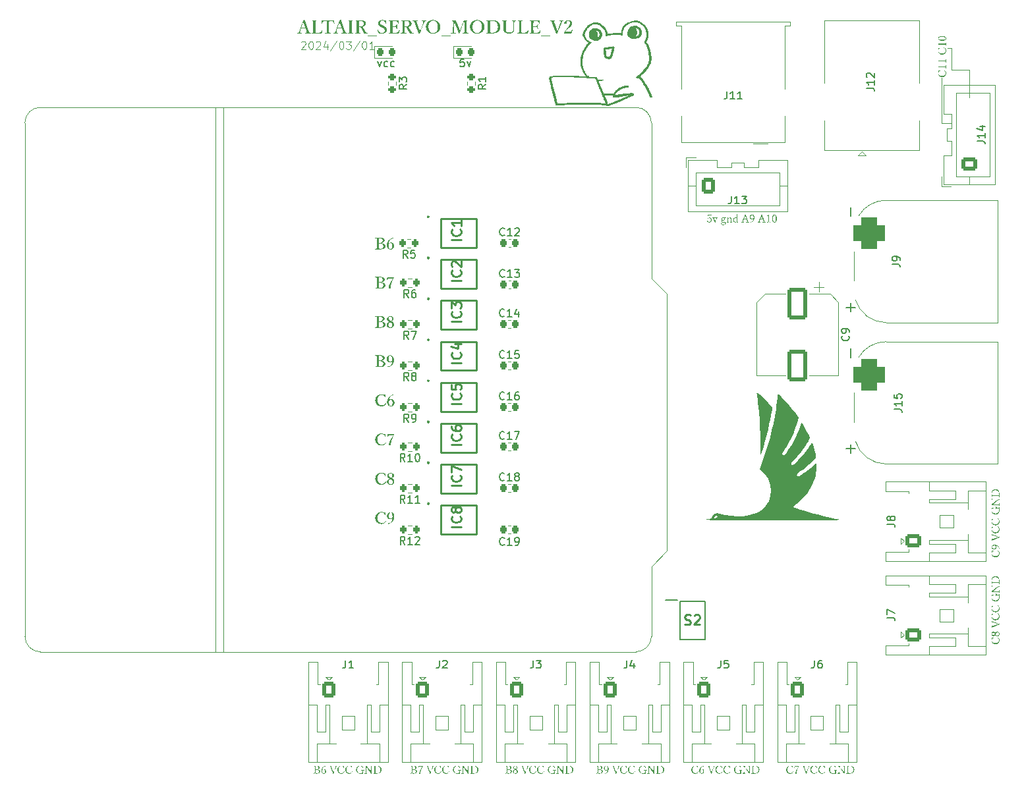
<source format=gto>
%TF.GenerationSoftware,KiCad,Pcbnew,7.0.7*%
%TF.CreationDate,2024-03-01T22:49:55+09:00*%
%TF.ProjectId,ALTAIR_SERVO_MODULE_V2,414c5441-4952-45f5-9345-52564f5f4d4f,rev?*%
%TF.SameCoordinates,Original*%
%TF.FileFunction,Legend,Top*%
%TF.FilePolarity,Positive*%
%FSLAX46Y46*%
G04 Gerber Fmt 4.6, Leading zero omitted, Abs format (unit mm)*
G04 Created by KiCad (PCBNEW 7.0.7) date 2024-03-01 22:49:55*
%MOMM*%
%LPD*%
G01*
G04 APERTURE LIST*
G04 Aperture macros list*
%AMRoundRect*
0 Rectangle with rounded corners*
0 $1 Rounding radius*
0 $2 $3 $4 $5 $6 $7 $8 $9 X,Y pos of 4 corners*
0 Add a 4 corners polygon primitive as box body*
4,1,4,$2,$3,$4,$5,$6,$7,$8,$9,$2,$3,0*
0 Add four circle primitives for the rounded corners*
1,1,$1+$1,$2,$3*
1,1,$1+$1,$4,$5*
1,1,$1+$1,$6,$7*
1,1,$1+$1,$8,$9*
0 Add four rect primitives between the rounded corners*
20,1,$1+$1,$2,$3,$4,$5,0*
20,1,$1+$1,$4,$5,$6,$7,0*
20,1,$1+$1,$6,$7,$8,$9,0*
20,1,$1+$1,$8,$9,$2,$3,0*%
G04 Aperture macros list end*
%ADD10C,0.100000*%
%ADD11C,0.300000*%
%ADD12C,0.150000*%
%ADD13C,0.254000*%
%ADD14C,0.120000*%
%ADD15C,0.200000*%
%ADD16RoundRect,0.200000X0.200000X0.275000X-0.200000X0.275000X-0.200000X-0.275000X0.200000X-0.275000X0*%
%ADD17RoundRect,0.218750X-0.218750X-0.256250X0.218750X-0.256250X0.218750X0.256250X-0.218750X0.256250X0*%
%ADD18R,1.200000X0.800000*%
%ADD19O,2.000000X2.800000*%
%ADD20RoundRect,0.250000X0.725000X-0.600000X0.725000X0.600000X-0.725000X0.600000X-0.725000X-0.600000X0*%
%ADD21O,1.950000X1.700000*%
%ADD22RoundRect,0.225000X-0.225000X-0.250000X0.225000X-0.250000X0.225000X0.250000X-0.225000X0.250000X0*%
%ADD23R,2.000000X0.900000*%
%ADD24RoundRect,1.025000X-1.025000X1.025000X-1.025000X-1.025000X1.025000X-1.025000X1.025000X1.025000X0*%
%ADD25C,4.100000*%
%ADD26O,2.800000X2.000000*%
%ADD27RoundRect,0.250000X-0.600000X-0.725000X0.600000X-0.725000X0.600000X0.725000X-0.600000X0.725000X0*%
%ADD28O,1.700000X1.950000*%
%ADD29C,3.200000*%
%ADD30RoundRect,0.200000X-0.275000X0.200000X-0.275000X-0.200000X0.275000X-0.200000X0.275000X0.200000X0*%
%ADD31R,1.525000X0.650000*%
%ADD32RoundRect,0.250000X-1.000000X1.750000X-1.000000X-1.750000X1.000000X-1.750000X1.000000X1.750000X0*%
%ADD33R,1.600000X1.500000*%
%ADD34C,1.600000*%
%ADD35C,3.000000*%
%ADD36R,1.600000X1.600000*%
%ADD37C,4.000000*%
%ADD38C,1.700000*%
G04 APERTURE END LIST*
D10*
X197104000Y-50292000D02*
X197612000Y-50292000D01*
X197612000Y-53086000D02*
X199898000Y-53086000D01*
X197612000Y-50292000D02*
X197612000Y-53086000D01*
X199898000Y-53086000D02*
X199898000Y-56642000D01*
X196342000Y-59944000D02*
X197612000Y-59944000D01*
X196342000Y-54102000D02*
X196342000Y-59944000D01*
G36*
X202760318Y-126087020D02*
G01*
X202776549Y-126085735D01*
X202792577Y-126084444D01*
X202808400Y-126083147D01*
X202824019Y-126081845D01*
X202839434Y-126080537D01*
X202854645Y-126079223D01*
X202869652Y-126077904D01*
X202884454Y-126076578D01*
X202899052Y-126075247D01*
X202913447Y-126073911D01*
X202927636Y-126072568D01*
X202941622Y-126071220D01*
X202955404Y-126069866D01*
X202968981Y-126068507D01*
X202982354Y-126067142D01*
X202995524Y-126065771D01*
X202999920Y-126065771D01*
X203008115Y-126071768D01*
X203010258Y-126082039D01*
X203010422Y-126087020D01*
X203006978Y-126096201D01*
X203000653Y-126100697D01*
X202986627Y-126106793D01*
X202973065Y-126113051D01*
X202959966Y-126119471D01*
X202947331Y-126126053D01*
X202935160Y-126132797D01*
X202923453Y-126139704D01*
X202912209Y-126146772D01*
X202901429Y-126154003D01*
X202891113Y-126161396D01*
X202881260Y-126168952D01*
X202871871Y-126176669D01*
X202862946Y-126184549D01*
X202854484Y-126192591D01*
X202846486Y-126200795D01*
X202838952Y-126209161D01*
X202831881Y-126217690D01*
X202824723Y-126228318D01*
X202818028Y-126239137D01*
X202811794Y-126250147D01*
X202806022Y-126261348D01*
X202800711Y-126272740D01*
X202795863Y-126284322D01*
X202791476Y-126296095D01*
X202787551Y-126308060D01*
X202784088Y-126320214D01*
X202781086Y-126332560D01*
X202778546Y-126345097D01*
X202776468Y-126357824D01*
X202774852Y-126370742D01*
X202773698Y-126383851D01*
X202773005Y-126397151D01*
X202772774Y-126410642D01*
X202772915Y-126421141D01*
X202773339Y-126431513D01*
X202774045Y-126441757D01*
X202775033Y-126451873D01*
X202776304Y-126461861D01*
X202777857Y-126471721D01*
X202779693Y-126481454D01*
X202781811Y-126491058D01*
X202784212Y-126500535D01*
X202789860Y-126519105D01*
X202796637Y-126537164D01*
X202804545Y-126554711D01*
X202813582Y-126571747D01*
X202823748Y-126588272D01*
X202829255Y-126596342D01*
X202835045Y-126604285D01*
X202841116Y-126612100D01*
X202847470Y-126619787D01*
X202854107Y-126627346D01*
X202861026Y-126634777D01*
X202868227Y-126642081D01*
X202875711Y-126649256D01*
X202883477Y-126656304D01*
X202891526Y-126663224D01*
X202899857Y-126670016D01*
X202908470Y-126676680D01*
X202917366Y-126683217D01*
X202925459Y-126688836D01*
X202933680Y-126694278D01*
X202942027Y-126699541D01*
X202950503Y-126704626D01*
X202959105Y-126709532D01*
X202967835Y-126714260D01*
X202976693Y-126718810D01*
X202985678Y-126723181D01*
X202994790Y-126727373D01*
X203004029Y-126731388D01*
X203013396Y-126735224D01*
X203022890Y-126738881D01*
X203032512Y-126742360D01*
X203042261Y-126745661D01*
X203052137Y-126748783D01*
X203062141Y-126751727D01*
X203072272Y-126754492D01*
X203082530Y-126757079D01*
X203092916Y-126759488D01*
X203103429Y-126761718D01*
X203114070Y-126763769D01*
X203124838Y-126765643D01*
X203135733Y-126767338D01*
X203146756Y-126768854D01*
X203157906Y-126770192D01*
X203169183Y-126771352D01*
X203180588Y-126772333D01*
X203192120Y-126773136D01*
X203203779Y-126773760D01*
X203215566Y-126774207D01*
X203227481Y-126774474D01*
X203239522Y-126774563D01*
X203252164Y-126774446D01*
X203264658Y-126774094D01*
X203277004Y-126773507D01*
X203289203Y-126772686D01*
X203301253Y-126771630D01*
X203313156Y-126770339D01*
X203324910Y-126768813D01*
X203336517Y-126767053D01*
X203347976Y-126765058D01*
X203359287Y-126762828D01*
X203370450Y-126760364D01*
X203381465Y-126757665D01*
X203392333Y-126754731D01*
X203403052Y-126751563D01*
X203413624Y-126748159D01*
X203424048Y-126744521D01*
X203434324Y-126740649D01*
X203444451Y-126736542D01*
X203454432Y-126732200D01*
X203464264Y-126727623D01*
X203473948Y-126722812D01*
X203483485Y-126717765D01*
X203492873Y-126712485D01*
X203502114Y-126706969D01*
X203511207Y-126701219D01*
X203520151Y-126695234D01*
X203528949Y-126689014D01*
X203537598Y-126682560D01*
X203546099Y-126675871D01*
X203554452Y-126668947D01*
X203562658Y-126661789D01*
X203570715Y-126654396D01*
X203584261Y-126641085D01*
X203596933Y-126627407D01*
X203608731Y-126613363D01*
X203619656Y-126598953D01*
X203629706Y-126584176D01*
X203638882Y-126569033D01*
X203647184Y-126553524D01*
X203654613Y-126537648D01*
X203661167Y-126521406D01*
X203666848Y-126504797D01*
X203671655Y-126487822D01*
X203675587Y-126470481D01*
X203678646Y-126452773D01*
X203680831Y-126434699D01*
X203682142Y-126416259D01*
X203682579Y-126397452D01*
X203682363Y-126381910D01*
X203681716Y-126366666D01*
X203680638Y-126351723D01*
X203679129Y-126337079D01*
X203677188Y-126322734D01*
X203674816Y-126308689D01*
X203672013Y-126294944D01*
X203668779Y-126281498D01*
X203665113Y-126268352D01*
X203661017Y-126255505D01*
X203656489Y-126242958D01*
X203651529Y-126230711D01*
X203646139Y-126218763D01*
X203640317Y-126207115D01*
X203634064Y-126195766D01*
X203627380Y-126184717D01*
X203621362Y-126175586D01*
X203614973Y-126166574D01*
X203608212Y-126157680D01*
X203601078Y-126148905D01*
X203593572Y-126140248D01*
X203585694Y-126131709D01*
X203577445Y-126123288D01*
X203568823Y-126114986D01*
X203559829Y-126106801D01*
X203550462Y-126098736D01*
X203540724Y-126090788D01*
X203530614Y-126082959D01*
X203520131Y-126075248D01*
X203509277Y-126067656D01*
X203498050Y-126060182D01*
X203486452Y-126052826D01*
X203480206Y-126044957D01*
X203479369Y-126038904D01*
X203481299Y-126028921D01*
X203486207Y-126020341D01*
X203493516Y-126013415D01*
X203498175Y-126012281D01*
X203507865Y-126014667D01*
X203510632Y-126016189D01*
X203526019Y-126024697D01*
X203540918Y-126033460D01*
X203555328Y-126042477D01*
X203569250Y-126051750D01*
X203582683Y-126061276D01*
X203595628Y-126071058D01*
X203608085Y-126081094D01*
X203620053Y-126091386D01*
X203631532Y-126101931D01*
X203642523Y-126112732D01*
X203653025Y-126123787D01*
X203663039Y-126135097D01*
X203672565Y-126146662D01*
X203681602Y-126158482D01*
X203690150Y-126170556D01*
X203698210Y-126182885D01*
X203705782Y-126195469D01*
X203712865Y-126208307D01*
X203719459Y-126221401D01*
X203725565Y-126234748D01*
X203731183Y-126248351D01*
X203736312Y-126262209D01*
X203740953Y-126276321D01*
X203745105Y-126290688D01*
X203748769Y-126305309D01*
X203751944Y-126320186D01*
X203754630Y-126335317D01*
X203756829Y-126350703D01*
X203758538Y-126366343D01*
X203759759Y-126382239D01*
X203760492Y-126398389D01*
X203760736Y-126414794D01*
X203760578Y-126429387D01*
X203760102Y-126443796D01*
X203759309Y-126458020D01*
X203758199Y-126472061D01*
X203756771Y-126485917D01*
X203755026Y-126499590D01*
X203752964Y-126513078D01*
X203750585Y-126526382D01*
X203747889Y-126539502D01*
X203744875Y-126552438D01*
X203741544Y-126565190D01*
X203737896Y-126577757D01*
X203733931Y-126590140D01*
X203729648Y-126602340D01*
X203725048Y-126614355D01*
X203720131Y-126626186D01*
X203714897Y-126637833D01*
X203709345Y-126649295D01*
X203703476Y-126660574D01*
X203697291Y-126671668D01*
X203690787Y-126682579D01*
X203683967Y-126693305D01*
X203676829Y-126703847D01*
X203669374Y-126714205D01*
X203661602Y-126724379D01*
X203653513Y-126734368D01*
X203645106Y-126744174D01*
X203636382Y-126753795D01*
X203627341Y-126763232D01*
X203617983Y-126772485D01*
X203608308Y-126781554D01*
X203598315Y-126790439D01*
X203589362Y-126798043D01*
X203580273Y-126805405D01*
X203571048Y-126812525D01*
X203561686Y-126819405D01*
X203552188Y-126826043D01*
X203542553Y-126832439D01*
X203532782Y-126838595D01*
X203522874Y-126844508D01*
X203512830Y-126850181D01*
X203502650Y-126855612D01*
X203492333Y-126860802D01*
X203481880Y-126865750D01*
X203471290Y-126870457D01*
X203460564Y-126874922D01*
X203449701Y-126879147D01*
X203438702Y-126883129D01*
X203427567Y-126886871D01*
X203416295Y-126890371D01*
X203404887Y-126893629D01*
X203393342Y-126896647D01*
X203381661Y-126899422D01*
X203369843Y-126901957D01*
X203357889Y-126904250D01*
X203345798Y-126906302D01*
X203333571Y-126908112D01*
X203321208Y-126909681D01*
X203308708Y-126911009D01*
X203296072Y-126912095D01*
X203283299Y-126912940D01*
X203270390Y-126913543D01*
X203257345Y-126913905D01*
X203244163Y-126914026D01*
X203229174Y-126913871D01*
X203214371Y-126913404D01*
X203199754Y-126912626D01*
X203185323Y-126911538D01*
X203171078Y-126910138D01*
X203157020Y-126908428D01*
X203143147Y-126906406D01*
X203129460Y-126904073D01*
X203115960Y-126901429D01*
X203102645Y-126898475D01*
X203089517Y-126895209D01*
X203076574Y-126891632D01*
X203063818Y-126887744D01*
X203051247Y-126883545D01*
X203038863Y-126879035D01*
X203026665Y-126874214D01*
X203014652Y-126869082D01*
X203002826Y-126863639D01*
X202991186Y-126857885D01*
X202979732Y-126851820D01*
X202968464Y-126845444D01*
X202957382Y-126838757D01*
X202946486Y-126831759D01*
X202935776Y-126824450D01*
X202925252Y-126816830D01*
X202914914Y-126808899D01*
X202904762Y-126800656D01*
X202894796Y-126792103D01*
X202885017Y-126783239D01*
X202875423Y-126774063D01*
X202866015Y-126764577D01*
X202856794Y-126754780D01*
X202848935Y-126746090D01*
X202841325Y-126737269D01*
X202833965Y-126728317D01*
X202826855Y-126719235D01*
X202819994Y-126710022D01*
X202813382Y-126700678D01*
X202807020Y-126691204D01*
X202800908Y-126681598D01*
X202795045Y-126671863D01*
X202789431Y-126661996D01*
X202784067Y-126651999D01*
X202778953Y-126641871D01*
X202774088Y-126631612D01*
X202769472Y-126621223D01*
X202765106Y-126610703D01*
X202760989Y-126600052D01*
X202757122Y-126589270D01*
X202753505Y-126578358D01*
X202750137Y-126567315D01*
X202747018Y-126556142D01*
X202744149Y-126544837D01*
X202741529Y-126533402D01*
X202739159Y-126521836D01*
X202737038Y-126510140D01*
X202735167Y-126498313D01*
X202733545Y-126486355D01*
X202732173Y-126474266D01*
X202731051Y-126462047D01*
X202730177Y-126449697D01*
X202729554Y-126437216D01*
X202729179Y-126424605D01*
X202729055Y-126411863D01*
X202729149Y-126400457D01*
X202729432Y-126389198D01*
X202729905Y-126378086D01*
X202730566Y-126367120D01*
X202731416Y-126356302D01*
X202732455Y-126345631D01*
X202733683Y-126335107D01*
X202735100Y-126324729D01*
X202736705Y-126314499D01*
X202738500Y-126304415D01*
X202740483Y-126294478D01*
X202742656Y-126284689D01*
X202745017Y-126275046D01*
X202747567Y-126265550D01*
X202751747Y-126251581D01*
X202753235Y-126246999D01*
X202757294Y-126234816D01*
X202760954Y-126222999D01*
X202764215Y-126211547D01*
X202767076Y-126200459D01*
X202769539Y-126189736D01*
X202771602Y-126179379D01*
X202773265Y-126169386D01*
X202774862Y-126156630D01*
X202775750Y-126144523D01*
X202775949Y-126135868D01*
X202774972Y-126124847D01*
X202772515Y-126114552D01*
X202769217Y-126105244D01*
X202764821Y-126095490D01*
X202760318Y-126087020D01*
G37*
G36*
X203499779Y-125287989D02*
G01*
X203515398Y-125289117D01*
X203530622Y-125290996D01*
X203545452Y-125293627D01*
X203559886Y-125297011D01*
X203573925Y-125301145D01*
X203587569Y-125306032D01*
X203600818Y-125311671D01*
X203613673Y-125318061D01*
X203626132Y-125325203D01*
X203638196Y-125333097D01*
X203649865Y-125341743D01*
X203661140Y-125351141D01*
X203672019Y-125361290D01*
X203682503Y-125372192D01*
X203692593Y-125383845D01*
X203700844Y-125394569D01*
X203708564Y-125405617D01*
X203715751Y-125416986D01*
X203722406Y-125428678D01*
X203728528Y-125440693D01*
X203734118Y-125453030D01*
X203739175Y-125465690D01*
X203743700Y-125478672D01*
X203747693Y-125491976D01*
X203751154Y-125505603D01*
X203754082Y-125519553D01*
X203756477Y-125533825D01*
X203758341Y-125548419D01*
X203759672Y-125563336D01*
X203760470Y-125578576D01*
X203760736Y-125594138D01*
X203760403Y-125612028D01*
X203759405Y-125629492D01*
X203757740Y-125646528D01*
X203755409Y-125663136D01*
X203752412Y-125679317D01*
X203748749Y-125695071D01*
X203744421Y-125710397D01*
X203739426Y-125725296D01*
X203733766Y-125739767D01*
X203727439Y-125753811D01*
X203720447Y-125767428D01*
X203712788Y-125780617D01*
X203704464Y-125793379D01*
X203695474Y-125805713D01*
X203685818Y-125817620D01*
X203675496Y-125829099D01*
X203666057Y-125838475D01*
X203656365Y-125847246D01*
X203646418Y-125855412D01*
X203636218Y-125862973D01*
X203625765Y-125869929D01*
X203615057Y-125876280D01*
X203604096Y-125882027D01*
X203592881Y-125887168D01*
X203581412Y-125891705D01*
X203569689Y-125895636D01*
X203557712Y-125898963D01*
X203545482Y-125901685D01*
X203532998Y-125903802D01*
X203520260Y-125905315D01*
X203507269Y-125906222D01*
X203494023Y-125906524D01*
X203483767Y-125906304D01*
X203473638Y-125905645D01*
X203463634Y-125904545D01*
X203453758Y-125903006D01*
X203444007Y-125901026D01*
X203434383Y-125898607D01*
X203424886Y-125895748D01*
X203415514Y-125892450D01*
X203406270Y-125888711D01*
X203397151Y-125884533D01*
X203388159Y-125879915D01*
X203379294Y-125874857D01*
X203370555Y-125869359D01*
X203361942Y-125863421D01*
X203353456Y-125857044D01*
X203345096Y-125850226D01*
X203336863Y-125842969D01*
X203328756Y-125835272D01*
X203320775Y-125827135D01*
X203312921Y-125818559D01*
X203305193Y-125809542D01*
X203297592Y-125800086D01*
X203290117Y-125790190D01*
X203282768Y-125779854D01*
X203275546Y-125769078D01*
X203268451Y-125757862D01*
X203261481Y-125746207D01*
X203254639Y-125734112D01*
X203247922Y-125721577D01*
X203241332Y-125708602D01*
X203234868Y-125695187D01*
X203228531Y-125681332D01*
X203221601Y-125695402D01*
X203214609Y-125708913D01*
X203207557Y-125721864D01*
X203200443Y-125734257D01*
X203193269Y-125746090D01*
X203186033Y-125757364D01*
X203178736Y-125768080D01*
X203171378Y-125778236D01*
X203163960Y-125787833D01*
X203156480Y-125796871D01*
X203148939Y-125805350D01*
X203141337Y-125813269D01*
X203133673Y-125820630D01*
X203125949Y-125827432D01*
X203118164Y-125833674D01*
X203110318Y-125839357D01*
X203100024Y-125846123D01*
X203089292Y-125852223D01*
X203078122Y-125857658D01*
X203066514Y-125862427D01*
X203054469Y-125866531D01*
X203041985Y-125869969D01*
X203029064Y-125872742D01*
X203015704Y-125874849D01*
X203001907Y-125876291D01*
X202987672Y-125877067D01*
X202977938Y-125877215D01*
X202965683Y-125876855D01*
X202953647Y-125875776D01*
X202941831Y-125873978D01*
X202930234Y-125871460D01*
X202918857Y-125868223D01*
X202907699Y-125864266D01*
X202896761Y-125859591D01*
X202886042Y-125854195D01*
X202875542Y-125848081D01*
X202865262Y-125841247D01*
X202855201Y-125833693D01*
X202845360Y-125825420D01*
X202835738Y-125816428D01*
X202826336Y-125806717D01*
X202817153Y-125796286D01*
X202808189Y-125785136D01*
X202800499Y-125774801D01*
X202793306Y-125764253D01*
X202786608Y-125753491D01*
X202780407Y-125742515D01*
X202774701Y-125731326D01*
X202769492Y-125719923D01*
X202764779Y-125708306D01*
X202760562Y-125696475D01*
X202756841Y-125684431D01*
X202753616Y-125672173D01*
X202750888Y-125659702D01*
X202748655Y-125647016D01*
X202746919Y-125634117D01*
X202745678Y-125621004D01*
X202744934Y-125607678D01*
X202744686Y-125594138D01*
X202788406Y-125594138D01*
X202788629Y-125604312D01*
X202789299Y-125614257D01*
X202790415Y-125623973D01*
X202792927Y-125638119D01*
X202796443Y-125651748D01*
X202800964Y-125664863D01*
X202806489Y-125677463D01*
X202813019Y-125689547D01*
X202820554Y-125701116D01*
X202829094Y-125712170D01*
X202838638Y-125722709D01*
X202845558Y-125729448D01*
X202854687Y-125737436D01*
X202864120Y-125744638D01*
X202873858Y-125751054D01*
X202883901Y-125756685D01*
X202894248Y-125761530D01*
X202904901Y-125765589D01*
X202915858Y-125768863D01*
X202927120Y-125771351D01*
X202938687Y-125773053D01*
X202950559Y-125773970D01*
X202958643Y-125774145D01*
X202971821Y-125773722D01*
X202984517Y-125772453D01*
X202996733Y-125770339D01*
X203008468Y-125767378D01*
X203019723Y-125763572D01*
X203030496Y-125758920D01*
X203040789Y-125753423D01*
X203050600Y-125747079D01*
X203059931Y-125739890D01*
X203068781Y-125731855D01*
X203074414Y-125726029D01*
X203082777Y-125716498D01*
X203091195Y-125705676D01*
X203099670Y-125693560D01*
X203105350Y-125684766D01*
X203111055Y-125675397D01*
X203116786Y-125665453D01*
X203122541Y-125654936D01*
X203128320Y-125643844D01*
X203132514Y-125635415D01*
X203250269Y-125635415D01*
X203255343Y-125645092D01*
X203260582Y-125654462D01*
X203265987Y-125663525D01*
X203271556Y-125672280D01*
X203277291Y-125680728D01*
X203283190Y-125688870D01*
X203289255Y-125696703D01*
X203295484Y-125704230D01*
X203308439Y-125718362D01*
X203322053Y-125731265D01*
X203336328Y-125742939D01*
X203351263Y-125753384D01*
X203366859Y-125762600D01*
X203383114Y-125770588D01*
X203400030Y-125777347D01*
X203417606Y-125782876D01*
X203435842Y-125787177D01*
X203454738Y-125790249D01*
X203474295Y-125792093D01*
X203484321Y-125792554D01*
X203494512Y-125792707D01*
X203507334Y-125792447D01*
X203519852Y-125791665D01*
X203532064Y-125790363D01*
X203543971Y-125788540D01*
X203555572Y-125786196D01*
X203566869Y-125783330D01*
X203577860Y-125779944D01*
X203588545Y-125776038D01*
X203598926Y-125771610D01*
X203609001Y-125766661D01*
X203618770Y-125761191D01*
X203628235Y-125755201D01*
X203637394Y-125748689D01*
X203646248Y-125741657D01*
X203654796Y-125734103D01*
X203663039Y-125726029D01*
X203672686Y-125715270D01*
X203681383Y-125704150D01*
X203689132Y-125692670D01*
X203695932Y-125680829D01*
X203701783Y-125668627D01*
X203706685Y-125656065D01*
X203710639Y-125643142D01*
X203713643Y-125629858D01*
X203715699Y-125616214D01*
X203716806Y-125602209D01*
X203717017Y-125592672D01*
X203716756Y-125581388D01*
X203715971Y-125570374D01*
X203714664Y-125559628D01*
X203712834Y-125549151D01*
X203710482Y-125538944D01*
X203707606Y-125529005D01*
X203704208Y-125519335D01*
X203700286Y-125509935D01*
X203695842Y-125500804D01*
X203690875Y-125491941D01*
X203685386Y-125483348D01*
X203679373Y-125475023D01*
X203672838Y-125466968D01*
X203665779Y-125459182D01*
X203658198Y-125451665D01*
X203650094Y-125444417D01*
X203638833Y-125435338D01*
X203627031Y-125427152D01*
X203614687Y-125419859D01*
X203601803Y-125413459D01*
X203588378Y-125407952D01*
X203579127Y-125404777D01*
X203569636Y-125401999D01*
X203559904Y-125399617D01*
X203549932Y-125397633D01*
X203539720Y-125396045D01*
X203529267Y-125394855D01*
X203518574Y-125394061D01*
X203507640Y-125393664D01*
X203502083Y-125393614D01*
X203491769Y-125393850D01*
X203481647Y-125394557D01*
X203471718Y-125395735D01*
X203461982Y-125397385D01*
X203452438Y-125399506D01*
X203438484Y-125403571D01*
X203424964Y-125408696D01*
X203411877Y-125414882D01*
X203399224Y-125422129D01*
X203391029Y-125427549D01*
X203383027Y-125433440D01*
X203375218Y-125439803D01*
X203367602Y-125446637D01*
X203360178Y-125453942D01*
X203350372Y-125464875D01*
X203343778Y-125472863D01*
X203337137Y-125481409D01*
X203330451Y-125490515D01*
X203323719Y-125500180D01*
X203316941Y-125510404D01*
X203310118Y-125521187D01*
X203303249Y-125532529D01*
X203296333Y-125544430D01*
X203289373Y-125556890D01*
X203282366Y-125569909D01*
X203275313Y-125583488D01*
X203268215Y-125597625D01*
X203261071Y-125612322D01*
X203253881Y-125627577D01*
X203250269Y-125635415D01*
X203132514Y-125635415D01*
X203134125Y-125632177D01*
X203139954Y-125619937D01*
X203145809Y-125607121D01*
X203151688Y-125593732D01*
X203157591Y-125579768D01*
X203163520Y-125565230D01*
X203166494Y-125557745D01*
X203161234Y-125545034D01*
X203155437Y-125532910D01*
X203149103Y-125521375D01*
X203142233Y-125510427D01*
X203134827Y-125500068D01*
X203126883Y-125490297D01*
X203118403Y-125481115D01*
X203109387Y-125472520D01*
X203099833Y-125464514D01*
X203089743Y-125457095D01*
X203082718Y-125452477D01*
X203073014Y-125446715D01*
X203063043Y-125441520D01*
X203052807Y-125436892D01*
X203042304Y-125432831D01*
X203031535Y-125429336D01*
X203020499Y-125426408D01*
X203009198Y-125424046D01*
X202997630Y-125422252D01*
X202985796Y-125421024D01*
X202973696Y-125420363D01*
X202965482Y-125420237D01*
X202955460Y-125420457D01*
X202945668Y-125421118D01*
X202931408Y-125422937D01*
X202917664Y-125425747D01*
X202904434Y-125429548D01*
X202891720Y-125434342D01*
X202879522Y-125440127D01*
X202867838Y-125446904D01*
X202856670Y-125454673D01*
X202846016Y-125463433D01*
X202835878Y-125473186D01*
X202832614Y-125476657D01*
X202824713Y-125485990D01*
X202817590Y-125495671D01*
X202811244Y-125505699D01*
X202805674Y-125516075D01*
X202800882Y-125526799D01*
X202796867Y-125537871D01*
X202793629Y-125549291D01*
X202791169Y-125561058D01*
X202789485Y-125573173D01*
X202788578Y-125585636D01*
X202788406Y-125594138D01*
X202744686Y-125594138D01*
X202744966Y-125578589D01*
X202745804Y-125563390D01*
X202747202Y-125548540D01*
X202749159Y-125534039D01*
X202751675Y-125519887D01*
X202754750Y-125506084D01*
X202758384Y-125492631D01*
X202762577Y-125479527D01*
X202767329Y-125466772D01*
X202772641Y-125454366D01*
X202778511Y-125442309D01*
X202784940Y-125430602D01*
X202791929Y-125419244D01*
X202799477Y-125408235D01*
X202807583Y-125397575D01*
X202816249Y-125387264D01*
X202824127Y-125378776D01*
X202832190Y-125370835D01*
X202840438Y-125363442D01*
X202848871Y-125356596D01*
X202857489Y-125350298D01*
X202866292Y-125344548D01*
X202875281Y-125339346D01*
X202884454Y-125334691D01*
X202893813Y-125330583D01*
X202903356Y-125327024D01*
X202913085Y-125324012D01*
X202922999Y-125321547D01*
X202933098Y-125319631D01*
X202943382Y-125318262D01*
X202953851Y-125317440D01*
X202964505Y-125317166D01*
X202974717Y-125317360D01*
X202984716Y-125317941D01*
X202994501Y-125318909D01*
X203008778Y-125321088D01*
X203022573Y-125324139D01*
X203035889Y-125328061D01*
X203048723Y-125332854D01*
X203061076Y-125338519D01*
X203072949Y-125345056D01*
X203084340Y-125352464D01*
X203095251Y-125360744D01*
X203102258Y-125366748D01*
X203111510Y-125375668D01*
X203120582Y-125385487D01*
X203129473Y-125396202D01*
X203138184Y-125407815D01*
X203143892Y-125416055D01*
X203149519Y-125424694D01*
X203155066Y-125433732D01*
X203160533Y-125443169D01*
X203165919Y-125453004D01*
X203171226Y-125463239D01*
X203176452Y-125473872D01*
X203181598Y-125484904D01*
X203186665Y-125496335D01*
X203191651Y-125508164D01*
X203199302Y-125492823D01*
X203207053Y-125478061D01*
X203214903Y-125463880D01*
X203222853Y-125450279D01*
X203230901Y-125437257D01*
X203239049Y-125424816D01*
X203247296Y-125412955D01*
X203255642Y-125401674D01*
X203264088Y-125390973D01*
X203272632Y-125380853D01*
X203281276Y-125371312D01*
X203290019Y-125362351D01*
X203298862Y-125353971D01*
X203307803Y-125346170D01*
X203316844Y-125338950D01*
X203325984Y-125332309D01*
X203334214Y-125326897D01*
X203342661Y-125321834D01*
X203351326Y-125317120D01*
X203360209Y-125312755D01*
X203369309Y-125308739D01*
X203378626Y-125305072D01*
X203388161Y-125301755D01*
X203397914Y-125298787D01*
X203407884Y-125296168D01*
X203418071Y-125293898D01*
X203428476Y-125291978D01*
X203439099Y-125290406D01*
X203449939Y-125289184D01*
X203460997Y-125288311D01*
X203472272Y-125287787D01*
X203483765Y-125287613D01*
X203499779Y-125287989D01*
G37*
G36*
X202777163Y-123847004D02*
G01*
X202782998Y-123855659D01*
X202783521Y-123859036D01*
X202784977Y-123870713D01*
X202786781Y-123881745D01*
X202788933Y-123892134D01*
X202791432Y-123901878D01*
X202795306Y-123913869D01*
X202799797Y-123924715D01*
X202804907Y-123934416D01*
X202810636Y-123942972D01*
X202816982Y-123950383D01*
X202827084Y-123958512D01*
X202836939Y-123965099D01*
X202848748Y-123972108D01*
X202857706Y-123977013D01*
X202867532Y-123982106D01*
X202878226Y-123987386D01*
X202889788Y-123992853D01*
X202902219Y-123998507D01*
X202915518Y-124004348D01*
X202929685Y-124010375D01*
X202944720Y-124016590D01*
X202960624Y-124022992D01*
X202977395Y-124029581D01*
X202995035Y-124036357D01*
X203483765Y-124223203D01*
X203494836Y-124227494D01*
X203505700Y-124231696D01*
X203516358Y-124235809D01*
X203526809Y-124239834D01*
X203537054Y-124243770D01*
X203547092Y-124247617D01*
X203556923Y-124251376D01*
X203566548Y-124255046D01*
X203575966Y-124258627D01*
X203585178Y-124262119D01*
X203602982Y-124268838D01*
X203619960Y-124275201D01*
X203636112Y-124281210D01*
X203651437Y-124286864D01*
X203665936Y-124292163D01*
X203679609Y-124297107D01*
X203692455Y-124301696D01*
X203704476Y-124305930D01*
X203715670Y-124309810D01*
X203726038Y-124313334D01*
X203735579Y-124316503D01*
X203740075Y-124326646D01*
X203744129Y-124335918D01*
X203748846Y-124346924D01*
X203752777Y-124356381D01*
X203756585Y-124366023D01*
X203759852Y-124375455D01*
X203760736Y-124379762D01*
X203754378Y-124387189D01*
X203752432Y-124388066D01*
X203738531Y-124392613D01*
X203724245Y-124397336D01*
X203709573Y-124402237D01*
X203694516Y-124407316D01*
X203679073Y-124412572D01*
X203663245Y-124418005D01*
X203647032Y-124423616D01*
X203630433Y-124429405D01*
X203613448Y-124435370D01*
X203596079Y-124441514D01*
X203578323Y-124447834D01*
X203560183Y-124454333D01*
X203550968Y-124457648D01*
X203541656Y-124461008D01*
X203532249Y-124464413D01*
X203522745Y-124467861D01*
X203513144Y-124471354D01*
X203503448Y-124474892D01*
X203493654Y-124478474D01*
X203483765Y-124482100D01*
X202995035Y-124664794D01*
X202977710Y-124671467D01*
X202961211Y-124677933D01*
X202945539Y-124684191D01*
X202930692Y-124690241D01*
X202916672Y-124696082D01*
X202903478Y-124701716D01*
X202891111Y-124707142D01*
X202879569Y-124712360D01*
X202868854Y-124717370D01*
X202858965Y-124722172D01*
X202849902Y-124726765D01*
X202837857Y-124733266D01*
X202827671Y-124739299D01*
X202819345Y-124744864D01*
X202816982Y-124746615D01*
X202808437Y-124755276D01*
X202802486Y-124763904D01*
X202797320Y-124774044D01*
X202792941Y-124785695D01*
X202790173Y-124795425D01*
X202787846Y-124806006D01*
X202785962Y-124817436D01*
X202784520Y-124829716D01*
X202783521Y-124842847D01*
X202779787Y-124852197D01*
X202770725Y-124856311D01*
X202767157Y-124856524D01*
X202757326Y-124855669D01*
X202748395Y-124851702D01*
X202744686Y-124842847D01*
X202745337Y-124829011D01*
X202745946Y-124815530D01*
X202746512Y-124802403D01*
X202747037Y-124789632D01*
X202747520Y-124777216D01*
X202747961Y-124765155D01*
X202748359Y-124753448D01*
X202748716Y-124742096D01*
X202749031Y-124731100D01*
X202749304Y-124720458D01*
X202749535Y-124710171D01*
X202749724Y-124700239D01*
X202749928Y-124686007D01*
X202750039Y-124672573D01*
X202750060Y-124664061D01*
X202750039Y-124653929D01*
X202749976Y-124643621D01*
X202749871Y-124633137D01*
X202749724Y-124622479D01*
X202749535Y-124611644D01*
X202749304Y-124600634D01*
X202749031Y-124589449D01*
X202748716Y-124578087D01*
X202748359Y-124566551D01*
X202747961Y-124554839D01*
X202747520Y-124542951D01*
X202747037Y-124530887D01*
X202746512Y-124518649D01*
X202745946Y-124506234D01*
X202745337Y-124493644D01*
X202744686Y-124480879D01*
X202748987Y-124471362D01*
X202758401Y-124467623D01*
X202767157Y-124466957D01*
X202777045Y-124469255D01*
X202782945Y-124477616D01*
X202783521Y-124480879D01*
X202784981Y-124494287D01*
X202786523Y-124506759D01*
X202788147Y-124518295D01*
X202789852Y-124528895D01*
X202791639Y-124538560D01*
X202794148Y-124549989D01*
X202796802Y-124559755D01*
X202800324Y-124569623D01*
X202803304Y-124575645D01*
X202809686Y-124583555D01*
X202818116Y-124588877D01*
X202828594Y-124591610D01*
X202835300Y-124592009D01*
X202845249Y-124591280D01*
X202858000Y-124589094D01*
X202869401Y-124586497D01*
X202882377Y-124583080D01*
X202891904Y-124580347D01*
X202902130Y-124577249D01*
X202913057Y-124573786D01*
X202924685Y-124569960D01*
X202937012Y-124565768D01*
X202950040Y-124561213D01*
X202963768Y-124556293D01*
X202978197Y-124551008D01*
X202993325Y-124545359D01*
X203414644Y-124386601D01*
X203424763Y-124382880D01*
X203436251Y-124378678D01*
X203449109Y-124373996D01*
X203458442Y-124370607D01*
X203468383Y-124367004D01*
X203478933Y-124363188D01*
X203490092Y-124359158D01*
X203501860Y-124354914D01*
X203514236Y-124350457D01*
X203527221Y-124345786D01*
X203540815Y-124340901D01*
X203555017Y-124335802D01*
X203569828Y-124330490D01*
X203585248Y-124324964D01*
X203593186Y-124322121D01*
X203583610Y-124318792D01*
X203573810Y-124315339D01*
X203563788Y-124311763D01*
X203553542Y-124308062D01*
X203543073Y-124304237D01*
X203532381Y-124300288D01*
X203521465Y-124296215D01*
X203510326Y-124292018D01*
X203498964Y-124287697D01*
X203487379Y-124283252D01*
X203475570Y-124278683D01*
X203463539Y-124273990D01*
X203451284Y-124269173D01*
X203438805Y-124264232D01*
X203426104Y-124259166D01*
X203413179Y-124253977D01*
X202994791Y-124103524D01*
X202981556Y-124098791D01*
X202968779Y-124094364D01*
X202956460Y-124090243D01*
X202944599Y-124086427D01*
X202933196Y-124082916D01*
X202922251Y-124079710D01*
X202911764Y-124076810D01*
X202901734Y-124074214D01*
X202892163Y-124071925D01*
X202878665Y-124069062D01*
X202866197Y-124066887D01*
X202854760Y-124065399D01*
X202844353Y-124064597D01*
X202837987Y-124064445D01*
X202827915Y-124065295D01*
X202817792Y-124068435D01*
X202809422Y-124073890D01*
X202802805Y-124081659D01*
X202799152Y-124088625D01*
X202795328Y-124098803D01*
X202792457Y-124109541D01*
X202790365Y-124119608D01*
X202788457Y-124130988D01*
X202786732Y-124143681D01*
X202785559Y-124154063D01*
X202784488Y-124165182D01*
X202783521Y-124177041D01*
X202779195Y-124185982D01*
X202769832Y-124189388D01*
X202767157Y-124189497D01*
X202757326Y-124188719D01*
X202747846Y-124184631D01*
X202744686Y-124177041D01*
X202745337Y-124162264D01*
X202745946Y-124147976D01*
X202746512Y-124134176D01*
X202747037Y-124120865D01*
X202747520Y-124108042D01*
X202747961Y-124095708D01*
X202748359Y-124083862D01*
X202748716Y-124072505D01*
X202749031Y-124061636D01*
X202749304Y-124051256D01*
X202749535Y-124041364D01*
X202749802Y-124027442D01*
X202749976Y-124014619D01*
X202750054Y-124002896D01*
X202750060Y-123999232D01*
X202750012Y-123985377D01*
X202749871Y-123971654D01*
X202749634Y-123958065D01*
X202749304Y-123944609D01*
X202748879Y-123931286D01*
X202748359Y-123918097D01*
X202747745Y-123905040D01*
X202747037Y-123892116D01*
X202746234Y-123879326D01*
X202745337Y-123866668D01*
X202744686Y-123858304D01*
X202748987Y-123848954D01*
X202758401Y-123845281D01*
X202767157Y-123844626D01*
X202777163Y-123847004D01*
G37*
G36*
X202760318Y-122999790D02*
G01*
X202776549Y-122998505D01*
X202792577Y-122997214D01*
X202808400Y-122995918D01*
X202824019Y-122994615D01*
X202839434Y-122993307D01*
X202854645Y-122991993D01*
X202869652Y-122990674D01*
X202884454Y-122989349D01*
X202899052Y-122988018D01*
X202913447Y-122986681D01*
X202927636Y-122985339D01*
X202941622Y-122983991D01*
X202955404Y-122982637D01*
X202968981Y-122981277D01*
X202982354Y-122979912D01*
X202995524Y-122978541D01*
X202999920Y-122978541D01*
X203008115Y-122984538D01*
X203010258Y-122994810D01*
X203010422Y-122999790D01*
X203006978Y-123008972D01*
X203000653Y-123013468D01*
X202986627Y-123019563D01*
X202973065Y-123025821D01*
X202959966Y-123032241D01*
X202947331Y-123038823D01*
X202935160Y-123045568D01*
X202923453Y-123052474D01*
X202912209Y-123059543D01*
X202901429Y-123066774D01*
X202891113Y-123074167D01*
X202881260Y-123081722D01*
X202871871Y-123089440D01*
X202862946Y-123097319D01*
X202854484Y-123105361D01*
X202846486Y-123113565D01*
X202838952Y-123121932D01*
X202831881Y-123130460D01*
X202824723Y-123141088D01*
X202818028Y-123151908D01*
X202811794Y-123162918D01*
X202806022Y-123174118D01*
X202800711Y-123185510D01*
X202795863Y-123197093D01*
X202791476Y-123208866D01*
X202787551Y-123220830D01*
X202784088Y-123232985D01*
X202781086Y-123245331D01*
X202778546Y-123257867D01*
X202776468Y-123270594D01*
X202774852Y-123283513D01*
X202773698Y-123296622D01*
X202773005Y-123309921D01*
X202772774Y-123323412D01*
X202772915Y-123333912D01*
X202773339Y-123344283D01*
X202774045Y-123354527D01*
X202775033Y-123364643D01*
X202776304Y-123374631D01*
X202777857Y-123384492D01*
X202779693Y-123394224D01*
X202781811Y-123403829D01*
X202784212Y-123413306D01*
X202789860Y-123431876D01*
X202796637Y-123449934D01*
X202804545Y-123467482D01*
X202813582Y-123484518D01*
X202823748Y-123501042D01*
X202829255Y-123509113D01*
X202835045Y-123517055D01*
X202841116Y-123524870D01*
X202847470Y-123532557D01*
X202854107Y-123540116D01*
X202861026Y-123547548D01*
X202868227Y-123554851D01*
X202875711Y-123562027D01*
X202883477Y-123569074D01*
X202891526Y-123575994D01*
X202899857Y-123582786D01*
X202908470Y-123589451D01*
X202917366Y-123595987D01*
X202925459Y-123601607D01*
X202933680Y-123607048D01*
X202942027Y-123612312D01*
X202950503Y-123617396D01*
X202959105Y-123622303D01*
X202967835Y-123627031D01*
X202976693Y-123631580D01*
X202985678Y-123635951D01*
X202994790Y-123640144D01*
X203004029Y-123644158D01*
X203013396Y-123647994D01*
X203022890Y-123651651D01*
X203032512Y-123655130D01*
X203042261Y-123658431D01*
X203052137Y-123661553D01*
X203062141Y-123664497D01*
X203072272Y-123667262D01*
X203082530Y-123669849D01*
X203092916Y-123672258D01*
X203103429Y-123674488D01*
X203114070Y-123676540D01*
X203124838Y-123678413D01*
X203135733Y-123680108D01*
X203146756Y-123681625D01*
X203157906Y-123682963D01*
X203169183Y-123684122D01*
X203180588Y-123685104D01*
X203192120Y-123685906D01*
X203203779Y-123686531D01*
X203215566Y-123686977D01*
X203227481Y-123687245D01*
X203239522Y-123687334D01*
X203252164Y-123687216D01*
X203264658Y-123686864D01*
X203277004Y-123686278D01*
X203289203Y-123685456D01*
X203301253Y-123684400D01*
X203313156Y-123683109D01*
X203324910Y-123681584D01*
X203336517Y-123679823D01*
X203347976Y-123677828D01*
X203359287Y-123675599D01*
X203370450Y-123673134D01*
X203381465Y-123670435D01*
X203392333Y-123667501D01*
X203403052Y-123664333D01*
X203413624Y-123660930D01*
X203424048Y-123657292D01*
X203434324Y-123653419D01*
X203444451Y-123649312D01*
X203454432Y-123644970D01*
X203464264Y-123640393D01*
X203473948Y-123635582D01*
X203483485Y-123630536D01*
X203492873Y-123625255D01*
X203502114Y-123619740D01*
X203511207Y-123613989D01*
X203520151Y-123608004D01*
X203528949Y-123601785D01*
X203537598Y-123595331D01*
X203546099Y-123588642D01*
X203554452Y-123581718D01*
X203562658Y-123574559D01*
X203570715Y-123567166D01*
X203584261Y-123553855D01*
X203596933Y-123540177D01*
X203608731Y-123526133D01*
X203619656Y-123511723D01*
X203629706Y-123496946D01*
X203638882Y-123481803D01*
X203647184Y-123466294D01*
X203654613Y-123450418D01*
X203661167Y-123434176D01*
X203666848Y-123417568D01*
X203671655Y-123400593D01*
X203675587Y-123383251D01*
X203678646Y-123365544D01*
X203680831Y-123347470D01*
X203682142Y-123329030D01*
X203682579Y-123310223D01*
X203682363Y-123294680D01*
X203681716Y-123279437D01*
X203680638Y-123264493D01*
X203679129Y-123249849D01*
X203677188Y-123235505D01*
X203674816Y-123221460D01*
X203672013Y-123207714D01*
X203668779Y-123194269D01*
X203665113Y-123181122D01*
X203661017Y-123168276D01*
X203656489Y-123155729D01*
X203651529Y-123143481D01*
X203646139Y-123131533D01*
X203640317Y-123119885D01*
X203634064Y-123108536D01*
X203627380Y-123097487D01*
X203621362Y-123088357D01*
X203614973Y-123079345D01*
X203608212Y-123070451D01*
X203601078Y-123061675D01*
X203593572Y-123053018D01*
X203585694Y-123044479D01*
X203577445Y-123036058D01*
X203568823Y-123027756D01*
X203559829Y-123019572D01*
X203550462Y-123011506D01*
X203540724Y-123003559D01*
X203530614Y-122995730D01*
X203520131Y-122988019D01*
X203509277Y-122980426D01*
X203498050Y-122972952D01*
X203486452Y-122965596D01*
X203480206Y-122957727D01*
X203479369Y-122951674D01*
X203481299Y-122941691D01*
X203486207Y-122933112D01*
X203493516Y-122926185D01*
X203498175Y-122925052D01*
X203507865Y-122927437D01*
X203510632Y-122928960D01*
X203526019Y-122937468D01*
X203540918Y-122946230D01*
X203555328Y-122955248D01*
X203569250Y-122964520D01*
X203582683Y-122974047D01*
X203595628Y-122983828D01*
X203608085Y-122993865D01*
X203620053Y-123004156D01*
X203631532Y-123014702D01*
X203642523Y-123025502D01*
X203653025Y-123036558D01*
X203663039Y-123047868D01*
X203672565Y-123059433D01*
X203681602Y-123071252D01*
X203690150Y-123083326D01*
X203698210Y-123095655D01*
X203705782Y-123108239D01*
X203712865Y-123121078D01*
X203719459Y-123134171D01*
X203725565Y-123147519D01*
X203731183Y-123161122D01*
X203736312Y-123174979D01*
X203740953Y-123189091D01*
X203745105Y-123203458D01*
X203748769Y-123218080D01*
X203751944Y-123232956D01*
X203754630Y-123248087D01*
X203756829Y-123263473D01*
X203758538Y-123279114D01*
X203759759Y-123295009D01*
X203760492Y-123311159D01*
X203760736Y-123327564D01*
X203760578Y-123342157D01*
X203760102Y-123356566D01*
X203759309Y-123370791D01*
X203758199Y-123384831D01*
X203756771Y-123398688D01*
X203755026Y-123412360D01*
X203752964Y-123425848D01*
X203750585Y-123439153D01*
X203747889Y-123452272D01*
X203744875Y-123465208D01*
X203741544Y-123477960D01*
X203737896Y-123490527D01*
X203733931Y-123502911D01*
X203729648Y-123515110D01*
X203725048Y-123527125D01*
X203720131Y-123538956D01*
X203714897Y-123550603D01*
X203709345Y-123562066D01*
X203703476Y-123573344D01*
X203697291Y-123584439D01*
X203690787Y-123595349D01*
X203683967Y-123606075D01*
X203676829Y-123616617D01*
X203669374Y-123626975D01*
X203661602Y-123637149D01*
X203653513Y-123647139D01*
X203645106Y-123656944D01*
X203636382Y-123666565D01*
X203627341Y-123676003D01*
X203617983Y-123685256D01*
X203608308Y-123694325D01*
X203598315Y-123703210D01*
X203589362Y-123710813D01*
X203580273Y-123718175D01*
X203571048Y-123725296D01*
X203561686Y-123732175D01*
X203552188Y-123738813D01*
X203542553Y-123745210D01*
X203532782Y-123751365D01*
X203522874Y-123757279D01*
X203512830Y-123762951D01*
X203502650Y-123768382D01*
X203492333Y-123773572D01*
X203481880Y-123778520D01*
X203471290Y-123783227D01*
X203460564Y-123787693D01*
X203449701Y-123791917D01*
X203438702Y-123795900D01*
X203427567Y-123799641D01*
X203416295Y-123803141D01*
X203404887Y-123806400D01*
X203393342Y-123809417D01*
X203381661Y-123812193D01*
X203369843Y-123814727D01*
X203357889Y-123817021D01*
X203345798Y-123819072D01*
X203333571Y-123820883D01*
X203321208Y-123822452D01*
X203308708Y-123823779D01*
X203296072Y-123824865D01*
X203283299Y-123825710D01*
X203270390Y-123826314D01*
X203257345Y-123826676D01*
X203244163Y-123826796D01*
X203229174Y-123826641D01*
X203214371Y-123826174D01*
X203199754Y-123825397D01*
X203185323Y-123824308D01*
X203171078Y-123822909D01*
X203157020Y-123821198D01*
X203143147Y-123819176D01*
X203129460Y-123816844D01*
X203115960Y-123814200D01*
X203102645Y-123811245D01*
X203089517Y-123807979D01*
X203076574Y-123804402D01*
X203063818Y-123800515D01*
X203051247Y-123796316D01*
X203038863Y-123791806D01*
X203026665Y-123786985D01*
X203014652Y-123781853D01*
X203002826Y-123776410D01*
X202991186Y-123770656D01*
X202979732Y-123764591D01*
X202968464Y-123758215D01*
X202957382Y-123751528D01*
X202946486Y-123744530D01*
X202935776Y-123737220D01*
X202925252Y-123729600D01*
X202914914Y-123721669D01*
X202904762Y-123713427D01*
X202894796Y-123704873D01*
X202885017Y-123696009D01*
X202875423Y-123686834D01*
X202866015Y-123677347D01*
X202856794Y-123667550D01*
X202848935Y-123658860D01*
X202841325Y-123650039D01*
X202833965Y-123641087D01*
X202826855Y-123632005D01*
X202819994Y-123622792D01*
X202813382Y-123613448D01*
X202807020Y-123603974D01*
X202800908Y-123594369D01*
X202795045Y-123584633D01*
X202789431Y-123574766D01*
X202784067Y-123564769D01*
X202778953Y-123554641D01*
X202774088Y-123544383D01*
X202769472Y-123533993D01*
X202765106Y-123523473D01*
X202760989Y-123512822D01*
X202757122Y-123502041D01*
X202753505Y-123491129D01*
X202750137Y-123480086D01*
X202747018Y-123468912D01*
X202744149Y-123457608D01*
X202741529Y-123446173D01*
X202739159Y-123434607D01*
X202737038Y-123422910D01*
X202735167Y-123411083D01*
X202733545Y-123399125D01*
X202732173Y-123387037D01*
X202731051Y-123374817D01*
X202730177Y-123362467D01*
X202729554Y-123349987D01*
X202729179Y-123337375D01*
X202729055Y-123324633D01*
X202729149Y-123313227D01*
X202729432Y-123301968D01*
X202729905Y-123290856D01*
X202730566Y-123279891D01*
X202731416Y-123269073D01*
X202732455Y-123258401D01*
X202733683Y-123247877D01*
X202735100Y-123237500D01*
X202736705Y-123227269D01*
X202738500Y-123217185D01*
X202740483Y-123207249D01*
X202742656Y-123197459D01*
X202745017Y-123187816D01*
X202747567Y-123178320D01*
X202751747Y-123164352D01*
X202753235Y-123159769D01*
X202757294Y-123147587D01*
X202760954Y-123135769D01*
X202764215Y-123124317D01*
X202767076Y-123113230D01*
X202769539Y-123102507D01*
X202771602Y-123092149D01*
X202773265Y-123082157D01*
X202774862Y-123069401D01*
X202775750Y-123057293D01*
X202775949Y-123048639D01*
X202774972Y-123037617D01*
X202772515Y-123027322D01*
X202769217Y-123018014D01*
X202764821Y-123008260D01*
X202760318Y-122999790D01*
G37*
G36*
X202760318Y-121977878D02*
G01*
X202776549Y-121976593D01*
X202792577Y-121975302D01*
X202808400Y-121974005D01*
X202824019Y-121972703D01*
X202839434Y-121971395D01*
X202854645Y-121970081D01*
X202869652Y-121968762D01*
X202884454Y-121967437D01*
X202899052Y-121966106D01*
X202913447Y-121964769D01*
X202927636Y-121963427D01*
X202941622Y-121962079D01*
X202955404Y-121960725D01*
X202968981Y-121959365D01*
X202982354Y-121958000D01*
X202995524Y-121956629D01*
X202999920Y-121956629D01*
X203008115Y-121962626D01*
X203010258Y-121972898D01*
X203010422Y-121977878D01*
X203006978Y-121987060D01*
X203000653Y-121991556D01*
X202986627Y-121997651D01*
X202973065Y-122003909D01*
X202959966Y-122010329D01*
X202947331Y-122016911D01*
X202935160Y-122023655D01*
X202923453Y-122030562D01*
X202912209Y-122037631D01*
X202901429Y-122044862D01*
X202891113Y-122052255D01*
X202881260Y-122059810D01*
X202871871Y-122067528D01*
X202862946Y-122075407D01*
X202854484Y-122083449D01*
X202846486Y-122091653D01*
X202838952Y-122100020D01*
X202831881Y-122108548D01*
X202824723Y-122119176D01*
X202818028Y-122129996D01*
X202811794Y-122141006D01*
X202806022Y-122152206D01*
X202800711Y-122163598D01*
X202795863Y-122175181D01*
X202791476Y-122186954D01*
X202787551Y-122198918D01*
X202784088Y-122211073D01*
X202781086Y-122223418D01*
X202778546Y-122235955D01*
X202776468Y-122248682D01*
X202774852Y-122261600D01*
X202773698Y-122274709D01*
X202773005Y-122288009D01*
X202772774Y-122301500D01*
X202772915Y-122311999D01*
X202773339Y-122322371D01*
X202774045Y-122332615D01*
X202775033Y-122342731D01*
X202776304Y-122352719D01*
X202777857Y-122362580D01*
X202779693Y-122372312D01*
X202781811Y-122381917D01*
X202784212Y-122391394D01*
X202789860Y-122409964D01*
X202796637Y-122428022D01*
X202804545Y-122445570D01*
X202813582Y-122462606D01*
X202823748Y-122479130D01*
X202829255Y-122487201D01*
X202835045Y-122495143D01*
X202841116Y-122502958D01*
X202847470Y-122510645D01*
X202854107Y-122518204D01*
X202861026Y-122525636D01*
X202868227Y-122532939D01*
X202875711Y-122540115D01*
X202883477Y-122547162D01*
X202891526Y-122554082D01*
X202899857Y-122560874D01*
X202908470Y-122567539D01*
X202917366Y-122574075D01*
X202925459Y-122579695D01*
X202933680Y-122585136D01*
X202942027Y-122590400D01*
X202950503Y-122595484D01*
X202959105Y-122600391D01*
X202967835Y-122605119D01*
X202976693Y-122609668D01*
X202985678Y-122614039D01*
X202994790Y-122618232D01*
X203004029Y-122622246D01*
X203013396Y-122626082D01*
X203022890Y-122629739D01*
X203032512Y-122633218D01*
X203042261Y-122636519D01*
X203052137Y-122639641D01*
X203062141Y-122642585D01*
X203072272Y-122645350D01*
X203082530Y-122647937D01*
X203092916Y-122650346D01*
X203103429Y-122652576D01*
X203114070Y-122654628D01*
X203124838Y-122656501D01*
X203135733Y-122658196D01*
X203146756Y-122659713D01*
X203157906Y-122661051D01*
X203169183Y-122662210D01*
X203180588Y-122663192D01*
X203192120Y-122663994D01*
X203203779Y-122664619D01*
X203215566Y-122665065D01*
X203227481Y-122665332D01*
X203239522Y-122665422D01*
X203252164Y-122665304D01*
X203264658Y-122664952D01*
X203277004Y-122664366D01*
X203289203Y-122663544D01*
X203301253Y-122662488D01*
X203313156Y-122661197D01*
X203324910Y-122659671D01*
X203336517Y-122657911D01*
X203347976Y-122655916D01*
X203359287Y-122653687D01*
X203370450Y-122651222D01*
X203381465Y-122648523D01*
X203392333Y-122645589D01*
X203403052Y-122642421D01*
X203413624Y-122639018D01*
X203424048Y-122635380D01*
X203434324Y-122631507D01*
X203444451Y-122627400D01*
X203454432Y-122623058D01*
X203464264Y-122618481D01*
X203473948Y-122613670D01*
X203483485Y-122608624D01*
X203492873Y-122603343D01*
X203502114Y-122597827D01*
X203511207Y-122592077D01*
X203520151Y-122586092D01*
X203528949Y-122579873D01*
X203537598Y-122573418D01*
X203546099Y-122566729D01*
X203554452Y-122559806D01*
X203562658Y-122552647D01*
X203570715Y-122545254D01*
X203584261Y-122531943D01*
X203596933Y-122518265D01*
X203608731Y-122504221D01*
X203619656Y-122489811D01*
X203629706Y-122475034D01*
X203638882Y-122459891D01*
X203647184Y-122444382D01*
X203654613Y-122428506D01*
X203661167Y-122412264D01*
X203666848Y-122395655D01*
X203671655Y-122378681D01*
X203675587Y-122361339D01*
X203678646Y-122343632D01*
X203680831Y-122325558D01*
X203682142Y-122307117D01*
X203682579Y-122288311D01*
X203682363Y-122272768D01*
X203681716Y-122257525D01*
X203680638Y-122242581D01*
X203679129Y-122227937D01*
X203677188Y-122213592D01*
X203674816Y-122199548D01*
X203672013Y-122185802D01*
X203668779Y-122172356D01*
X203665113Y-122159210D01*
X203661017Y-122146364D01*
X203656489Y-122133817D01*
X203651529Y-122121569D01*
X203646139Y-122109621D01*
X203640317Y-122097973D01*
X203634064Y-122086624D01*
X203627380Y-122075575D01*
X203621362Y-122066445D01*
X203614973Y-122057433D01*
X203608212Y-122048539D01*
X203601078Y-122039763D01*
X203593572Y-122031106D01*
X203585694Y-122022567D01*
X203577445Y-122014146D01*
X203568823Y-122005844D01*
X203559829Y-121997660D01*
X203550462Y-121989594D01*
X203540724Y-121981647D01*
X203530614Y-121973818D01*
X203520131Y-121966107D01*
X203509277Y-121958514D01*
X203498050Y-121951040D01*
X203486452Y-121943684D01*
X203480206Y-121935815D01*
X203479369Y-121929762D01*
X203481299Y-121919779D01*
X203486207Y-121911200D01*
X203493516Y-121904273D01*
X203498175Y-121903140D01*
X203507865Y-121905525D01*
X203510632Y-121907048D01*
X203526019Y-121915556D01*
X203540918Y-121924318D01*
X203555328Y-121933336D01*
X203569250Y-121942608D01*
X203582683Y-121952135D01*
X203595628Y-121961916D01*
X203608085Y-121971953D01*
X203620053Y-121982244D01*
X203631532Y-121992790D01*
X203642523Y-122003590D01*
X203653025Y-122014646D01*
X203663039Y-122025956D01*
X203672565Y-122037521D01*
X203681602Y-122049340D01*
X203690150Y-122061414D01*
X203698210Y-122073743D01*
X203705782Y-122086327D01*
X203712865Y-122099166D01*
X203719459Y-122112259D01*
X203725565Y-122125607D01*
X203731183Y-122139210D01*
X203736312Y-122153067D01*
X203740953Y-122167179D01*
X203745105Y-122181546D01*
X203748769Y-122196168D01*
X203751944Y-122211044D01*
X203754630Y-122226175D01*
X203756829Y-122241561D01*
X203758538Y-122257202D01*
X203759759Y-122273097D01*
X203760492Y-122289247D01*
X203760736Y-122305652D01*
X203760578Y-122320245D01*
X203760102Y-122334654D01*
X203759309Y-122348879D01*
X203758199Y-122362919D01*
X203756771Y-122376776D01*
X203755026Y-122390448D01*
X203752964Y-122403936D01*
X203750585Y-122417240D01*
X203747889Y-122430360D01*
X203744875Y-122443296D01*
X203741544Y-122456048D01*
X203737896Y-122468615D01*
X203733931Y-122480999D01*
X203729648Y-122493198D01*
X203725048Y-122505213D01*
X203720131Y-122517044D01*
X203714897Y-122528691D01*
X203709345Y-122540154D01*
X203703476Y-122551432D01*
X203697291Y-122562527D01*
X203690787Y-122573437D01*
X203683967Y-122584163D01*
X203676829Y-122594705D01*
X203669374Y-122605063D01*
X203661602Y-122615237D01*
X203653513Y-122625227D01*
X203645106Y-122635032D01*
X203636382Y-122644653D01*
X203627341Y-122654091D01*
X203617983Y-122663344D01*
X203608308Y-122672413D01*
X203598315Y-122681297D01*
X203589362Y-122688901D01*
X203580273Y-122696263D01*
X203571048Y-122703384D01*
X203561686Y-122710263D01*
X203552188Y-122716901D01*
X203542553Y-122723298D01*
X203532782Y-122729453D01*
X203522874Y-122735367D01*
X203512830Y-122741039D01*
X203502650Y-122746470D01*
X203492333Y-122751660D01*
X203481880Y-122756608D01*
X203471290Y-122761315D01*
X203460564Y-122765781D01*
X203449701Y-122770005D01*
X203438702Y-122773988D01*
X203427567Y-122777729D01*
X203416295Y-122781229D01*
X203404887Y-122784488D01*
X203393342Y-122787505D01*
X203381661Y-122790281D01*
X203369843Y-122792815D01*
X203357889Y-122795108D01*
X203345798Y-122797160D01*
X203333571Y-122798971D01*
X203321208Y-122800540D01*
X203308708Y-122801867D01*
X203296072Y-122802953D01*
X203283299Y-122803798D01*
X203270390Y-122804402D01*
X203257345Y-122804764D01*
X203244163Y-122804884D01*
X203229174Y-122804729D01*
X203214371Y-122804262D01*
X203199754Y-122803485D01*
X203185323Y-122802396D01*
X203171078Y-122800997D01*
X203157020Y-122799286D01*
X203143147Y-122797264D01*
X203129460Y-122794931D01*
X203115960Y-122792288D01*
X203102645Y-122789333D01*
X203089517Y-122786067D01*
X203076574Y-122782490D01*
X203063818Y-122778602D01*
X203051247Y-122774404D01*
X203038863Y-122769894D01*
X203026665Y-122765073D01*
X203014652Y-122759941D01*
X203002826Y-122754498D01*
X202991186Y-122748744D01*
X202979732Y-122742679D01*
X202968464Y-122736303D01*
X202957382Y-122729616D01*
X202946486Y-122722617D01*
X202935776Y-122715308D01*
X202925252Y-122707688D01*
X202914914Y-122699757D01*
X202904762Y-122691515D01*
X202894796Y-122682961D01*
X202885017Y-122674097D01*
X202875423Y-122664922D01*
X202866015Y-122655435D01*
X202856794Y-122645638D01*
X202848935Y-122636948D01*
X202841325Y-122628127D01*
X202833965Y-122619175D01*
X202826855Y-122610093D01*
X202819994Y-122600880D01*
X202813382Y-122591536D01*
X202807020Y-122582062D01*
X202800908Y-122572457D01*
X202795045Y-122562721D01*
X202789431Y-122552854D01*
X202784067Y-122542857D01*
X202778953Y-122532729D01*
X202774088Y-122522470D01*
X202769472Y-122512081D01*
X202765106Y-122501561D01*
X202760989Y-122490910D01*
X202757122Y-122480129D01*
X202753505Y-122469216D01*
X202750137Y-122458174D01*
X202747018Y-122447000D01*
X202744149Y-122435696D01*
X202741529Y-122424261D01*
X202739159Y-122412695D01*
X202737038Y-122400998D01*
X202735167Y-122389171D01*
X202733545Y-122377213D01*
X202732173Y-122365125D01*
X202731051Y-122352905D01*
X202730177Y-122340555D01*
X202729554Y-122328075D01*
X202729179Y-122315463D01*
X202729055Y-122302721D01*
X202729149Y-122291315D01*
X202729432Y-122280056D01*
X202729905Y-122268944D01*
X202730566Y-122257979D01*
X202731416Y-122247161D01*
X202732455Y-122236489D01*
X202733683Y-122225965D01*
X202735100Y-122215587D01*
X202736705Y-122205357D01*
X202738500Y-122195273D01*
X202740483Y-122185337D01*
X202742656Y-122175547D01*
X202745017Y-122165904D01*
X202747567Y-122156408D01*
X202751747Y-122142440D01*
X202753235Y-122137857D01*
X202757294Y-122125675D01*
X202760954Y-122113857D01*
X202764215Y-122102405D01*
X202767076Y-122091317D01*
X202769539Y-122080595D01*
X202771602Y-122070237D01*
X202773265Y-122060244D01*
X202774862Y-122047488D01*
X202775750Y-122035381D01*
X202775949Y-122026727D01*
X202774972Y-122015705D01*
X202772515Y-122005410D01*
X202769217Y-121996102D01*
X202764821Y-121986348D01*
X202760318Y-121977878D01*
G37*
G36*
X202760318Y-120575436D02*
G01*
X202775141Y-120574540D01*
X202789936Y-120573562D01*
X202804702Y-120572502D01*
X202819440Y-120571360D01*
X202834149Y-120570136D01*
X202848829Y-120568830D01*
X202863481Y-120567441D01*
X202878104Y-120565971D01*
X202892698Y-120564419D01*
X202907264Y-120562785D01*
X202921801Y-120561068D01*
X202936310Y-120559270D01*
X202950790Y-120557389D01*
X202965241Y-120555427D01*
X202979664Y-120553382D01*
X202994058Y-120551256D01*
X202998454Y-120551256D01*
X203007045Y-120556569D01*
X203009850Y-120566014D01*
X203010422Y-120575436D01*
X203006606Y-120584614D01*
X203000653Y-120588381D01*
X202987062Y-120593765D01*
X202973889Y-120599417D01*
X202961134Y-120605336D01*
X202948797Y-120611523D01*
X202936878Y-120617976D01*
X202925376Y-120624696D01*
X202914293Y-120631684D01*
X202903627Y-120638939D01*
X202893379Y-120646461D01*
X202883550Y-120654250D01*
X202874138Y-120662306D01*
X202865144Y-120670629D01*
X202856568Y-120679220D01*
X202848409Y-120688077D01*
X202840669Y-120697202D01*
X202833346Y-120706594D01*
X202826011Y-120716575D01*
X202819150Y-120726794D01*
X202812761Y-120737251D01*
X202806846Y-120747947D01*
X202801404Y-120758882D01*
X202796435Y-120770055D01*
X202791940Y-120781467D01*
X202787917Y-120793117D01*
X202784368Y-120805006D01*
X202781292Y-120817133D01*
X202778689Y-120829499D01*
X202776560Y-120842103D01*
X202774904Y-120854946D01*
X202773721Y-120868027D01*
X202773011Y-120881347D01*
X202772774Y-120894905D01*
X202772916Y-120905788D01*
X202773343Y-120916546D01*
X202774054Y-120927178D01*
X202775049Y-120937686D01*
X202776328Y-120948069D01*
X202777892Y-120958326D01*
X202779740Y-120968459D01*
X202781872Y-120978467D01*
X202784289Y-120988350D01*
X202786990Y-120998107D01*
X202789975Y-121007740D01*
X202793245Y-121017248D01*
X202796799Y-121026631D01*
X202800637Y-121035889D01*
X202804759Y-121045022D01*
X202809166Y-121054030D01*
X202813857Y-121062912D01*
X202818833Y-121071670D01*
X202824093Y-121080303D01*
X202829637Y-121088811D01*
X202835465Y-121097194D01*
X202841578Y-121105452D01*
X202847975Y-121113585D01*
X202854657Y-121121593D01*
X202861622Y-121129476D01*
X202868872Y-121137234D01*
X202876407Y-121144867D01*
X202884225Y-121152375D01*
X202892328Y-121159759D01*
X202900715Y-121167017D01*
X202909387Y-121174150D01*
X202918343Y-121181158D01*
X202926492Y-121187244D01*
X202934759Y-121193136D01*
X202943143Y-121198836D01*
X202951644Y-121204342D01*
X202960262Y-121209655D01*
X202968998Y-121214775D01*
X202977852Y-121219701D01*
X202986822Y-121224435D01*
X202995910Y-121228975D01*
X203005116Y-121233322D01*
X203014439Y-121237476D01*
X203023879Y-121241436D01*
X203033436Y-121245204D01*
X203043111Y-121248778D01*
X203052903Y-121252159D01*
X203062812Y-121255347D01*
X203072839Y-121258341D01*
X203082984Y-121261143D01*
X203093245Y-121263751D01*
X203103624Y-121266166D01*
X203114120Y-121268388D01*
X203124734Y-121270416D01*
X203135465Y-121272252D01*
X203146313Y-121273894D01*
X203157279Y-121275343D01*
X203168362Y-121276599D01*
X203179562Y-121277661D01*
X203190880Y-121278531D01*
X203202315Y-121279207D01*
X203213867Y-121279690D01*
X203225537Y-121279980D01*
X203237324Y-121280076D01*
X203251038Y-121279949D01*
X203264579Y-121279567D01*
X203277948Y-121278930D01*
X203291145Y-121278038D01*
X203304170Y-121276892D01*
X203317023Y-121275491D01*
X203329703Y-121273835D01*
X203342211Y-121271925D01*
X203354547Y-121269759D01*
X203366711Y-121267339D01*
X203378702Y-121264665D01*
X203390522Y-121261735D01*
X203402169Y-121258551D01*
X203413643Y-121255112D01*
X203424946Y-121251418D01*
X203436077Y-121247470D01*
X203447035Y-121243267D01*
X203457821Y-121238809D01*
X203468435Y-121234096D01*
X203478876Y-121229129D01*
X203489146Y-121223907D01*
X203499243Y-121218430D01*
X203509168Y-121212698D01*
X203518921Y-121206712D01*
X203528501Y-121200471D01*
X203537910Y-121193975D01*
X203547146Y-121187224D01*
X203556210Y-121180219D01*
X203565101Y-121172959D01*
X203573821Y-121165444D01*
X203582368Y-121157675D01*
X203590743Y-121149651D01*
X203597746Y-121142639D01*
X203604526Y-121135526D01*
X203617419Y-121120994D01*
X203629423Y-121106056D01*
X203640538Y-121090712D01*
X203650764Y-121074961D01*
X203660101Y-121058804D01*
X203668548Y-121042240D01*
X203676106Y-121025270D01*
X203682775Y-121007893D01*
X203688555Y-120990110D01*
X203693446Y-120971921D01*
X203697447Y-120953325D01*
X203700559Y-120934323D01*
X203702782Y-120914914D01*
X203703560Y-120905057D01*
X203704116Y-120895099D01*
X203704449Y-120885039D01*
X203704561Y-120874877D01*
X203704259Y-120856296D01*
X203703355Y-120838165D01*
X203701847Y-120820484D01*
X203699737Y-120803253D01*
X203697023Y-120786473D01*
X203693707Y-120770143D01*
X203689788Y-120754263D01*
X203685265Y-120738834D01*
X203680140Y-120723855D01*
X203674412Y-120709327D01*
X203668081Y-120695248D01*
X203661146Y-120681620D01*
X203653609Y-120668443D01*
X203645469Y-120655715D01*
X203636726Y-120643438D01*
X203627380Y-120631612D01*
X203615545Y-120630009D01*
X203603856Y-120628620D01*
X203592312Y-120627444D01*
X203580913Y-120626482D01*
X203569658Y-120625734D01*
X203558549Y-120625200D01*
X203547585Y-120624880D01*
X203536766Y-120624773D01*
X203524015Y-120624786D01*
X203511838Y-120624826D01*
X203500232Y-120624893D01*
X203489199Y-120624986D01*
X203478739Y-120625107D01*
X203468851Y-120625254D01*
X203455092Y-120625524D01*
X203442622Y-120625855D01*
X203431439Y-120626245D01*
X203421544Y-120626696D01*
X203410355Y-120627391D01*
X203401455Y-120628192D01*
X203390643Y-120630027D01*
X203380859Y-120632540D01*
X203370936Y-120636242D01*
X203361379Y-120641464D01*
X203360422Y-120642114D01*
X203352851Y-120648418D01*
X203346501Y-120656341D01*
X203341371Y-120665882D01*
X203337885Y-120675557D01*
X203337464Y-120677041D01*
X203335076Y-120686598D01*
X203332861Y-120698233D01*
X203331146Y-120709516D01*
X203329860Y-120719581D01*
X203328650Y-120730570D01*
X203327517Y-120742483D01*
X203326717Y-120752023D01*
X203322084Y-120760789D01*
X203312425Y-120764045D01*
X203308399Y-120764235D01*
X203298278Y-120762518D01*
X203292050Y-120754885D01*
X203291790Y-120752023D01*
X203292091Y-120741866D01*
X203292382Y-120732003D01*
X203292935Y-120713158D01*
X203293450Y-120695489D01*
X203293927Y-120678995D01*
X203294366Y-120663676D01*
X203294767Y-120649533D01*
X203295129Y-120636565D01*
X203295454Y-120624773D01*
X203295740Y-120614156D01*
X203296098Y-120600434D01*
X203296370Y-120589357D01*
X203296599Y-120578702D01*
X203296675Y-120572749D01*
X203296621Y-120561136D01*
X203296501Y-120551278D01*
X203296312Y-120540917D01*
X203296055Y-120530052D01*
X203295728Y-120518683D01*
X203295333Y-120506811D01*
X203294870Y-120494434D01*
X203294477Y-120484822D01*
X203293997Y-120472950D01*
X203293564Y-120462067D01*
X203293178Y-120452171D01*
X203292737Y-120440512D01*
X203292380Y-120430609D01*
X203292053Y-120420698D01*
X203291801Y-120410547D01*
X203291790Y-120409106D01*
X203296125Y-120399947D01*
X203306032Y-120397001D01*
X203309131Y-120396894D01*
X203318911Y-120398087D01*
X203326992Y-120403763D01*
X203328671Y-120409106D01*
X203329938Y-120420662D01*
X203331296Y-120431271D01*
X203332747Y-120440934D01*
X203334688Y-120451682D01*
X203337207Y-120462627D01*
X203340406Y-120472705D01*
X203341371Y-120475052D01*
X203346624Y-120483920D01*
X203353832Y-120491595D01*
X203361991Y-120497484D01*
X203365063Y-120499232D01*
X203374806Y-120503582D01*
X203384162Y-120506465D01*
X203395274Y-120509021D01*
X203408142Y-120511250D01*
X203422765Y-120513154D01*
X203433490Y-120514241D01*
X203444995Y-120515184D01*
X203457281Y-120515982D01*
X203470347Y-120516634D01*
X203484193Y-120517142D01*
X203498820Y-120517504D01*
X203514228Y-120517722D01*
X203530415Y-120517794D01*
X203545361Y-120517762D01*
X203560034Y-120517665D01*
X203574434Y-120517502D01*
X203588560Y-120517275D01*
X203602415Y-120516983D01*
X203615996Y-120516627D01*
X203629304Y-120516205D01*
X203642340Y-120515718D01*
X203655102Y-120515167D01*
X203667592Y-120514550D01*
X203679809Y-120513869D01*
X203691753Y-120513123D01*
X203703424Y-120512312D01*
X203714823Y-120511436D01*
X203725948Y-120510496D01*
X203736801Y-120509490D01*
X203744586Y-120515672D01*
X203745105Y-120520481D01*
X203745105Y-120530434D01*
X203745105Y-120542360D01*
X203745105Y-120553713D01*
X203745105Y-120564494D01*
X203745105Y-120574703D01*
X203745105Y-120586198D01*
X203745105Y-120589846D01*
X203745248Y-120600193D01*
X203745677Y-120612305D01*
X203746227Y-120623265D01*
X203746960Y-120635355D01*
X203747629Y-120645164D01*
X203748402Y-120655608D01*
X203749278Y-120666688D01*
X203750257Y-120678403D01*
X203750967Y-120686566D01*
X203752150Y-120700773D01*
X203753256Y-120714879D01*
X203754287Y-120728884D01*
X203755241Y-120742788D01*
X203756119Y-120756590D01*
X203756920Y-120770292D01*
X203757645Y-120783892D01*
X203758294Y-120797391D01*
X203758866Y-120810789D01*
X203759363Y-120824086D01*
X203759782Y-120837282D01*
X203760126Y-120850377D01*
X203760393Y-120863370D01*
X203760584Y-120876263D01*
X203760698Y-120889054D01*
X203760736Y-120901744D01*
X203760576Y-120917093D01*
X203760094Y-120932245D01*
X203759292Y-120947198D01*
X203758168Y-120961954D01*
X203756723Y-120976511D01*
X203754958Y-120990871D01*
X203752871Y-121005032D01*
X203750463Y-121018996D01*
X203747734Y-121032762D01*
X203744684Y-121046329D01*
X203741313Y-121059699D01*
X203737621Y-121072871D01*
X203733608Y-121085844D01*
X203729274Y-121098620D01*
X203724619Y-121111198D01*
X203719643Y-121123578D01*
X203714345Y-121135760D01*
X203708727Y-121147743D01*
X203702788Y-121159529D01*
X203696527Y-121171117D01*
X203689946Y-121182507D01*
X203683043Y-121193699D01*
X203675820Y-121204693D01*
X203668275Y-121215489D01*
X203660410Y-121226087D01*
X203652223Y-121236488D01*
X203643715Y-121246690D01*
X203634886Y-121256694D01*
X203625737Y-121266500D01*
X203616266Y-121276108D01*
X203606474Y-121285519D01*
X203596361Y-121294731D01*
X203587470Y-121302409D01*
X203578444Y-121309844D01*
X203569284Y-121317035D01*
X203559988Y-121323983D01*
X203550557Y-121330686D01*
X203540991Y-121337146D01*
X203531291Y-121343362D01*
X203521455Y-121349334D01*
X203511484Y-121355063D01*
X203501378Y-121360548D01*
X203491137Y-121365789D01*
X203480762Y-121370786D01*
X203470251Y-121375539D01*
X203459605Y-121380049D01*
X203448824Y-121384315D01*
X203437908Y-121388337D01*
X203426858Y-121392115D01*
X203415672Y-121395650D01*
X203404351Y-121398941D01*
X203392895Y-121401988D01*
X203381304Y-121404791D01*
X203369579Y-121407351D01*
X203357718Y-121409666D01*
X203345722Y-121411738D01*
X203333591Y-121413567D01*
X203321325Y-121415151D01*
X203308925Y-121416492D01*
X203296389Y-121417589D01*
X203283718Y-121418442D01*
X203270912Y-121419051D01*
X203257971Y-121419417D01*
X203244896Y-121419539D01*
X203230474Y-121419381D01*
X203216214Y-121418908D01*
X203202115Y-121418120D01*
X203188178Y-121417016D01*
X203174401Y-121415597D01*
X203160786Y-121413863D01*
X203147332Y-121411814D01*
X203134040Y-121409449D01*
X203120908Y-121406768D01*
X203107938Y-121403773D01*
X203095129Y-121400462D01*
X203082482Y-121396836D01*
X203069995Y-121392894D01*
X203057670Y-121388637D01*
X203045506Y-121384065D01*
X203033503Y-121379178D01*
X203021662Y-121373975D01*
X203009982Y-121368457D01*
X202998463Y-121362623D01*
X202987105Y-121356475D01*
X202975908Y-121350011D01*
X202964873Y-121343231D01*
X202953999Y-121336136D01*
X202943286Y-121328726D01*
X202932735Y-121321001D01*
X202922344Y-121312960D01*
X202912115Y-121304604D01*
X202902047Y-121295933D01*
X202892141Y-121286946D01*
X202882395Y-121277644D01*
X202872811Y-121268027D01*
X202863388Y-121258094D01*
X202855124Y-121248929D01*
X202847121Y-121239627D01*
X202839381Y-121230191D01*
X202831904Y-121220618D01*
X202824689Y-121210911D01*
X202817736Y-121201068D01*
X202811045Y-121191089D01*
X202804617Y-121180975D01*
X202798452Y-121170725D01*
X202792548Y-121160340D01*
X202786907Y-121149819D01*
X202781529Y-121139163D01*
X202776412Y-121128372D01*
X202771559Y-121117445D01*
X202766967Y-121106382D01*
X202762638Y-121095184D01*
X202758571Y-121083851D01*
X202754767Y-121072382D01*
X202751225Y-121060778D01*
X202747945Y-121049038D01*
X202744928Y-121037162D01*
X202742173Y-121025152D01*
X202739681Y-121013005D01*
X202737450Y-121000724D01*
X202735483Y-120988306D01*
X202733777Y-120975753D01*
X202732334Y-120963065D01*
X202731154Y-120950242D01*
X202730235Y-120937282D01*
X202729579Y-120924188D01*
X202729186Y-120910958D01*
X202729055Y-120897592D01*
X202729156Y-120886943D01*
X202729459Y-120876305D01*
X202729965Y-120865678D01*
X202730673Y-120855063D01*
X202731583Y-120844460D01*
X202732695Y-120833867D01*
X202734010Y-120823287D01*
X202735527Y-120812718D01*
X202737246Y-120802160D01*
X202739168Y-120791613D01*
X202741292Y-120781079D01*
X202743618Y-120770555D01*
X202746146Y-120760043D01*
X202748876Y-120749543D01*
X202751809Y-120739054D01*
X202754944Y-120728576D01*
X202758698Y-120717970D01*
X202762083Y-120707493D01*
X202765098Y-120697144D01*
X202767744Y-120686925D01*
X202770021Y-120676834D01*
X202771929Y-120666872D01*
X202773467Y-120657039D01*
X202774636Y-120647335D01*
X202775621Y-120634596D01*
X202775949Y-120622086D01*
X202774423Y-120611653D01*
X202771538Y-120602108D01*
X202767874Y-120592457D01*
X202763981Y-120583377D01*
X202760318Y-120575436D01*
G37*
G36*
X202889034Y-120106734D02*
G01*
X202889034Y-120122609D01*
X203491581Y-120117236D01*
X203510048Y-120116890D01*
X203527591Y-120116400D01*
X203544211Y-120115768D01*
X203559908Y-120114992D01*
X203574681Y-120114073D01*
X203588530Y-120113011D01*
X203601456Y-120111806D01*
X203613458Y-120110458D01*
X203624537Y-120108967D01*
X203634692Y-120107333D01*
X203648193Y-120104613D01*
X203659616Y-120101571D01*
X203668961Y-120098207D01*
X203676228Y-120094521D01*
X203684557Y-120087167D01*
X203690465Y-120078716D01*
X203695701Y-120067982D01*
X203699187Y-120058435D01*
X203702296Y-120047603D01*
X203705026Y-120035488D01*
X203707379Y-120022089D01*
X203709354Y-120007407D01*
X203710461Y-119996905D01*
X203711399Y-119985833D01*
X203716651Y-119977590D01*
X203726254Y-119974885D01*
X203728008Y-119974842D01*
X203737742Y-119976141D01*
X203744838Y-119983257D01*
X203745105Y-119985833D01*
X203744845Y-119996870D01*
X203744593Y-120008205D01*
X203744359Y-120019168D01*
X203744150Y-120029182D01*
X203743929Y-120039995D01*
X203743884Y-120042254D01*
X203744102Y-120055664D01*
X203744299Y-120068328D01*
X203744474Y-120080245D01*
X203744628Y-120091415D01*
X203744760Y-120101838D01*
X203744903Y-120114573D01*
X203745008Y-120125980D01*
X203745075Y-120136059D01*
X203745105Y-120146789D01*
X203745105Y-120157024D01*
X203745105Y-120169179D01*
X203745105Y-120180609D01*
X203745105Y-120194023D01*
X203745105Y-120204068D01*
X203745105Y-120214994D01*
X203745105Y-120226801D01*
X203745105Y-120239491D01*
X203745105Y-120253061D01*
X203745105Y-120267514D01*
X203745105Y-120282848D01*
X203745105Y-120299063D01*
X203745105Y-120307501D01*
X203741832Y-120316851D01*
X203732015Y-120320965D01*
X203728008Y-120321179D01*
X203717961Y-120318922D01*
X203711979Y-120310707D01*
X203711399Y-120307501D01*
X203710284Y-120297531D01*
X203708321Y-120283542D01*
X203706011Y-120270712D01*
X203703352Y-120259041D01*
X203700346Y-120248530D01*
X203696993Y-120239178D01*
X203691980Y-120228511D01*
X203686349Y-120219905D01*
X203678441Y-120212046D01*
X203675007Y-120209804D01*
X203663394Y-120204622D01*
X203652586Y-120201145D01*
X203639978Y-120198021D01*
X203625572Y-120195249D01*
X203614969Y-120193597D01*
X203603565Y-120192101D01*
X203591363Y-120190761D01*
X203578361Y-120189578D01*
X203564559Y-120188552D01*
X203549958Y-120187682D01*
X203534557Y-120186968D01*
X203518357Y-120186411D01*
X203501357Y-120186010D01*
X203492558Y-120185868D01*
X202971832Y-120177564D01*
X202957869Y-120177418D01*
X202944557Y-120177469D01*
X202931895Y-120177716D01*
X202919885Y-120178159D01*
X202908524Y-120178800D01*
X202897815Y-120179636D01*
X202887756Y-120180670D01*
X202873888Y-120182588D01*
X202861484Y-120184949D01*
X202850544Y-120187751D01*
X202841068Y-120190996D01*
X202830710Y-120196011D01*
X202826508Y-120198813D01*
X202818970Y-120205908D01*
X202812112Y-120215101D01*
X202805934Y-120226394D01*
X202801746Y-120236240D01*
X202797940Y-120247268D01*
X202794516Y-120259476D01*
X202791474Y-120272865D01*
X202788814Y-120287434D01*
X202787253Y-120297803D01*
X202785862Y-120308696D01*
X202785230Y-120314340D01*
X202781497Y-120323690D01*
X202772434Y-120327804D01*
X202768866Y-120328018D01*
X202758287Y-120327163D01*
X202748677Y-120323196D01*
X202744686Y-120314340D01*
X202744686Y-120300830D01*
X202744686Y-120287595D01*
X202744686Y-120274635D01*
X202744686Y-120261950D01*
X202744686Y-120249539D01*
X202744686Y-120237404D01*
X202744686Y-120225543D01*
X202744686Y-120213956D01*
X202744686Y-120202645D01*
X202744686Y-120191608D01*
X202744686Y-120184403D01*
X202744673Y-120171867D01*
X202744635Y-120159447D01*
X202744570Y-120147143D01*
X202744480Y-120134955D01*
X202744364Y-120122883D01*
X202744222Y-120110927D01*
X202744055Y-120099086D01*
X202743862Y-120087362D01*
X202743643Y-120075754D01*
X202743398Y-120064261D01*
X202743221Y-120056664D01*
X202752563Y-120051751D01*
X202762088Y-120046600D01*
X202771797Y-120041211D01*
X202781689Y-120035583D01*
X202791764Y-120029716D01*
X202802022Y-120023611D01*
X202812464Y-120017267D01*
X202823088Y-120010685D01*
X202833896Y-120003864D01*
X202844887Y-119996805D01*
X202856061Y-119989508D01*
X202867418Y-119981971D01*
X202878959Y-119974197D01*
X202890682Y-119966183D01*
X202902589Y-119957932D01*
X202914679Y-119949441D01*
X203381672Y-119623133D01*
X203397579Y-119612163D01*
X203412999Y-119601540D01*
X203427934Y-119591265D01*
X203442381Y-119581337D01*
X203456342Y-119571756D01*
X203469816Y-119562522D01*
X203482804Y-119553636D01*
X203495306Y-119545097D01*
X203507320Y-119536906D01*
X203518848Y-119529061D01*
X203529890Y-119521564D01*
X203540445Y-119514414D01*
X203550513Y-119507612D01*
X203560095Y-119501156D01*
X203569190Y-119495048D01*
X203577799Y-119489288D01*
X203404630Y-119489288D01*
X202995524Y-119490753D01*
X202978084Y-119490847D01*
X202961486Y-119491127D01*
X202945730Y-119491595D01*
X202930814Y-119492249D01*
X202916741Y-119493091D01*
X202903509Y-119494119D01*
X202891118Y-119495335D01*
X202879569Y-119496737D01*
X202868862Y-119498327D01*
X202858996Y-119500103D01*
X202845774Y-119503118D01*
X202834446Y-119506555D01*
X202825012Y-119510411D01*
X202817471Y-119514689D01*
X202809757Y-119521815D01*
X202804238Y-119530083D01*
X202799300Y-119540633D01*
X202795977Y-119550043D01*
X202792980Y-119560737D01*
X202790310Y-119572715D01*
X202787966Y-119585976D01*
X202785948Y-119600521D01*
X202784784Y-119610931D01*
X202783765Y-119621912D01*
X202779063Y-119631071D01*
X202769239Y-119634076D01*
X202767401Y-119634124D01*
X202757463Y-119633360D01*
X202747880Y-119629353D01*
X202744686Y-119621912D01*
X202745337Y-119607845D01*
X202745946Y-119594343D01*
X202746512Y-119581405D01*
X202747037Y-119569033D01*
X202747520Y-119557225D01*
X202747961Y-119545983D01*
X202748359Y-119535305D01*
X202748716Y-119525191D01*
X202749173Y-119511081D01*
X202749535Y-119498241D01*
X202749802Y-119486672D01*
X202749976Y-119476373D01*
X202750060Y-119464619D01*
X202750012Y-119453436D01*
X202749871Y-119441501D01*
X202749634Y-119428815D01*
X202749304Y-119415378D01*
X202748879Y-119401189D01*
X202748543Y-119391312D01*
X202748165Y-119381102D01*
X202747745Y-119370557D01*
X202747284Y-119359679D01*
X202746780Y-119348467D01*
X202746234Y-119336920D01*
X202745646Y-119325040D01*
X202745017Y-119312826D01*
X202744686Y-119306594D01*
X202748987Y-119297244D01*
X202758401Y-119293571D01*
X202767157Y-119292916D01*
X202776660Y-119295534D01*
X202782517Y-119303388D01*
X202783521Y-119306594D01*
X202784977Y-119320507D01*
X202786781Y-119333393D01*
X202788933Y-119345253D01*
X202791432Y-119356088D01*
X202794279Y-119365896D01*
X202798616Y-119377377D01*
X202803572Y-119387034D01*
X202810636Y-119396540D01*
X202816982Y-119402093D01*
X202826737Y-119407276D01*
X202836356Y-119410752D01*
X202847951Y-119413876D01*
X202861521Y-119416648D01*
X202871665Y-119418300D01*
X202882686Y-119419796D01*
X202894585Y-119421136D01*
X202907362Y-119422319D01*
X202921017Y-119423345D01*
X202935550Y-119424216D01*
X202950960Y-119424929D01*
X202967248Y-119425486D01*
X202984413Y-119425887D01*
X202993325Y-119426029D01*
X203485475Y-119435066D01*
X203496988Y-119435054D01*
X203507716Y-119435020D01*
X203517658Y-119434963D01*
X203528979Y-119434859D01*
X203539072Y-119434719D01*
X203549562Y-119434505D01*
X203555572Y-119434333D01*
X203567724Y-119434309D01*
X203580640Y-119434239D01*
X203594320Y-119434121D01*
X203608764Y-119433955D01*
X203618818Y-119433819D01*
X203629212Y-119433661D01*
X203639945Y-119433483D01*
X203651018Y-119433284D01*
X203662431Y-119433063D01*
X203674183Y-119432822D01*
X203686275Y-119432559D01*
X203698706Y-119432276D01*
X203711478Y-119431972D01*
X203724588Y-119431646D01*
X203731049Y-119442239D01*
X203736873Y-119451854D01*
X203742062Y-119460489D01*
X203747993Y-119470480D01*
X203753817Y-119480522D01*
X203759007Y-119490012D01*
X203760736Y-119494173D01*
X203755500Y-119502481D01*
X203753898Y-119503698D01*
X203740305Y-119512051D01*
X203726516Y-119520623D01*
X203712530Y-119529415D01*
X203698348Y-119538426D01*
X203683969Y-119547657D01*
X203669393Y-119557107D01*
X203654621Y-119566777D01*
X203639653Y-119576666D01*
X203624488Y-119586774D01*
X203609126Y-119597102D01*
X203593568Y-119607649D01*
X203577814Y-119618416D01*
X203561863Y-119629402D01*
X203553813Y-119634977D01*
X203545715Y-119640608D01*
X203537567Y-119646293D01*
X203529371Y-119652033D01*
X203521125Y-119657827D01*
X203512830Y-119663677D01*
X202889034Y-120106734D01*
G37*
G36*
X203250698Y-118165661D02*
G01*
X203265815Y-118166168D01*
X203280721Y-118167013D01*
X203295416Y-118168197D01*
X203309900Y-118169719D01*
X203324173Y-118171579D01*
X203338236Y-118173778D01*
X203352088Y-118176314D01*
X203365728Y-118179189D01*
X203379158Y-118182402D01*
X203392378Y-118185954D01*
X203405386Y-118189843D01*
X203418183Y-118194071D01*
X203430770Y-118198637D01*
X203443146Y-118203541D01*
X203455311Y-118208784D01*
X203467265Y-118214364D01*
X203479008Y-118220283D01*
X203490540Y-118226540D01*
X203501862Y-118233135D01*
X203512973Y-118240069D01*
X203523872Y-118247340D01*
X203534561Y-118254950D01*
X203545039Y-118262899D01*
X203555307Y-118271185D01*
X203565363Y-118279810D01*
X203575209Y-118288772D01*
X203584843Y-118298073D01*
X203594267Y-118307713D01*
X203603480Y-118317690D01*
X203612482Y-118328006D01*
X203621274Y-118338660D01*
X203628892Y-118348371D01*
X203636269Y-118358270D01*
X203643404Y-118368357D01*
X203650297Y-118378632D01*
X203656948Y-118389094D01*
X203663357Y-118399745D01*
X203669524Y-118410584D01*
X203675450Y-118421611D01*
X203681134Y-118432825D01*
X203686575Y-118444228D01*
X203691775Y-118455818D01*
X203696733Y-118467597D01*
X203701450Y-118479563D01*
X203705924Y-118491718D01*
X203710156Y-118504060D01*
X203714147Y-118516591D01*
X203717896Y-118529309D01*
X203721403Y-118542215D01*
X203724668Y-118555309D01*
X203727691Y-118568591D01*
X203730472Y-118582061D01*
X203733012Y-118595720D01*
X203735310Y-118609566D01*
X203737365Y-118623599D01*
X203739179Y-118637821D01*
X203740751Y-118652231D01*
X203742082Y-118666829D01*
X203743170Y-118681615D01*
X203744017Y-118696588D01*
X203744621Y-118711750D01*
X203744984Y-118727100D01*
X203745105Y-118742637D01*
X203745105Y-118755150D01*
X203745105Y-118767685D01*
X203745105Y-118780240D01*
X203745105Y-118792818D01*
X203745105Y-118805417D01*
X203745105Y-118818037D01*
X203745105Y-118830679D01*
X203745105Y-118843342D01*
X203745105Y-118856026D01*
X203745105Y-118868732D01*
X203745105Y-118877215D01*
X203745105Y-118890030D01*
X203745105Y-118902738D01*
X203745105Y-118915338D01*
X203745105Y-118927831D01*
X203745105Y-118940216D01*
X203745105Y-118952494D01*
X203745105Y-118964665D01*
X203745105Y-118976729D01*
X203745105Y-118988685D01*
X203745105Y-119000534D01*
X203745105Y-119008374D01*
X203745105Y-119022144D01*
X203745105Y-119036343D01*
X203745105Y-119050972D01*
X203745105Y-119060963D01*
X203745105Y-119071145D01*
X203745105Y-119081518D01*
X203745105Y-119092081D01*
X203745105Y-119102835D01*
X203745105Y-119113781D01*
X203745105Y-119124916D01*
X203745105Y-119136243D01*
X203745105Y-119147761D01*
X203745105Y-119159469D01*
X203745105Y-119171368D01*
X203745105Y-119177390D01*
X203741026Y-119186330D01*
X203730893Y-119189651D01*
X203726542Y-119189846D01*
X203716250Y-119188094D01*
X203709470Y-119180978D01*
X203708713Y-119177390D01*
X203707923Y-119166581D01*
X203706957Y-119156320D01*
X203705816Y-119146606D01*
X203703775Y-119133063D01*
X203701340Y-119120752D01*
X203698509Y-119109673D01*
X203695283Y-119099826D01*
X203690368Y-119088614D01*
X203684750Y-119079592D01*
X203676741Y-119071396D01*
X203675007Y-119070167D01*
X203664305Y-119065664D01*
X203654643Y-119063328D01*
X203642552Y-119061267D01*
X203628030Y-119059481D01*
X203617000Y-119058443D01*
X203604888Y-119057527D01*
X203591697Y-119056734D01*
X203577426Y-119056062D01*
X203562075Y-119055512D01*
X203545644Y-119055085D01*
X203528133Y-119054780D01*
X203509542Y-119054596D01*
X203489871Y-119054535D01*
X202995768Y-119054535D01*
X202976920Y-119054589D01*
X202959089Y-119054749D01*
X202942276Y-119055016D01*
X202926479Y-119055390D01*
X202911700Y-119055871D01*
X202897937Y-119056459D01*
X202885192Y-119057153D01*
X202873463Y-119057955D01*
X202862752Y-119058863D01*
X202848592Y-119060426D01*
X202836720Y-119062229D01*
X202827136Y-119064273D01*
X202816249Y-119068213D01*
X202808958Y-119074881D01*
X202803726Y-119083332D01*
X202799028Y-119094554D01*
X202795855Y-119104788D01*
X202792983Y-119116581D01*
X202790411Y-119129933D01*
X202788864Y-119139700D01*
X202787450Y-119150159D01*
X202786169Y-119161312D01*
X202785022Y-119173156D01*
X202784009Y-119185694D01*
X202779630Y-119194635D01*
X202770120Y-119198041D01*
X202767401Y-119198150D01*
X202757463Y-119197372D01*
X202747880Y-119193284D01*
X202744686Y-119185694D01*
X202745337Y-119171904D01*
X202745946Y-119158499D01*
X202746512Y-119145480D01*
X202747037Y-119132846D01*
X202747520Y-119120597D01*
X202747961Y-119108734D01*
X202748359Y-119097257D01*
X202748716Y-119086165D01*
X202749031Y-119075458D01*
X202749304Y-119065137D01*
X202749535Y-119055201D01*
X202749802Y-119041021D01*
X202749976Y-119027707D01*
X202750054Y-119015261D01*
X202750060Y-119011304D01*
X202750036Y-119001045D01*
X202749965Y-118990416D01*
X202749847Y-118979418D01*
X202749682Y-118968051D01*
X202749469Y-118956314D01*
X202749209Y-118944208D01*
X202748902Y-118931733D01*
X202748548Y-118918889D01*
X202748147Y-118905676D01*
X202747698Y-118892093D01*
X202747373Y-118882833D01*
X202747048Y-118864837D01*
X202746743Y-118847975D01*
X202746460Y-118832246D01*
X202746197Y-118817650D01*
X202745956Y-118804188D01*
X202745736Y-118791860D01*
X202745536Y-118780665D01*
X202745358Y-118770603D01*
X202745130Y-118757636D01*
X202744949Y-118747219D01*
X202744781Y-118737296D01*
X202744748Y-118735066D01*
X202788406Y-118735066D01*
X202788441Y-118745021D01*
X202788728Y-118764117D01*
X202789300Y-118782130D01*
X202790159Y-118799059D01*
X202791304Y-118814905D01*
X202792735Y-118829666D01*
X202794452Y-118843344D01*
X202796456Y-118855937D01*
X202798745Y-118867447D01*
X202801321Y-118877873D01*
X202804184Y-118887216D01*
X202809014Y-118899197D01*
X202814488Y-118908740D01*
X202822788Y-118917670D01*
X202825042Y-118919225D01*
X202833877Y-118923575D01*
X202846215Y-118927346D01*
X202857768Y-118929793D01*
X202871291Y-118931914D01*
X202881401Y-118933147D01*
X202892387Y-118934234D01*
X202904249Y-118935177D01*
X202916987Y-118935975D01*
X202930601Y-118936627D01*
X202945090Y-118937135D01*
X202960456Y-118937497D01*
X202976697Y-118937715D01*
X202993814Y-118937787D01*
X203525042Y-118937787D01*
X203538280Y-118937699D01*
X203550882Y-118937432D01*
X203562849Y-118936989D01*
X203574181Y-118936368D01*
X203584877Y-118935569D01*
X203594938Y-118934593D01*
X203608837Y-118932796D01*
X203621307Y-118930600D01*
X203632347Y-118928005D01*
X203641958Y-118925010D01*
X203652548Y-118920397D01*
X203660597Y-118915073D01*
X203667886Y-118907397D01*
X203674459Y-118898017D01*
X203680314Y-118886932D01*
X203685452Y-118874143D01*
X203688480Y-118864670D01*
X203691188Y-118854439D01*
X203693578Y-118843451D01*
X203695650Y-118831706D01*
X203697402Y-118819203D01*
X203698836Y-118805942D01*
X203699951Y-118791924D01*
X203700748Y-118777148D01*
X203701226Y-118761615D01*
X203701385Y-118745324D01*
X203701246Y-118731519D01*
X203700826Y-118717915D01*
X203700127Y-118704514D01*
X203699149Y-118691316D01*
X203697891Y-118678319D01*
X203696354Y-118665525D01*
X203694537Y-118652933D01*
X203692440Y-118640544D01*
X203690064Y-118628356D01*
X203687408Y-118616371D01*
X203684473Y-118604589D01*
X203681258Y-118593008D01*
X203677764Y-118581630D01*
X203673990Y-118570454D01*
X203669937Y-118559480D01*
X203665604Y-118548709D01*
X203660991Y-118538139D01*
X203656099Y-118527772D01*
X203650928Y-118517608D01*
X203645477Y-118507645D01*
X203639746Y-118497885D01*
X203633736Y-118488327D01*
X203627446Y-118478971D01*
X203620877Y-118469818D01*
X203614028Y-118460867D01*
X203606900Y-118452118D01*
X203599492Y-118443571D01*
X203591804Y-118435227D01*
X203583837Y-118427085D01*
X203575591Y-118419145D01*
X203567065Y-118411408D01*
X203558259Y-118403872D01*
X203550569Y-118397621D01*
X203542733Y-118391569D01*
X203534752Y-118385715D01*
X203526626Y-118380059D01*
X203518354Y-118374602D01*
X203509936Y-118369343D01*
X203501373Y-118364282D01*
X203492665Y-118359420D01*
X203483811Y-118354757D01*
X203474811Y-118350292D01*
X203465666Y-118346025D01*
X203456375Y-118341957D01*
X203446939Y-118338087D01*
X203437358Y-118334416D01*
X203427631Y-118330943D01*
X203417758Y-118327669D01*
X203407740Y-118324593D01*
X203397577Y-118321715D01*
X203387268Y-118319036D01*
X203376813Y-118316556D01*
X203366213Y-118314274D01*
X203355468Y-118312190D01*
X203344577Y-118310305D01*
X203333540Y-118308618D01*
X203322358Y-118307129D01*
X203311031Y-118305840D01*
X203299558Y-118304748D01*
X203287940Y-118303855D01*
X203276176Y-118303160D01*
X203264266Y-118302664D01*
X203252211Y-118302367D01*
X203240011Y-118302267D01*
X203226066Y-118302400D01*
X203212320Y-118302799D01*
X203198772Y-118303463D01*
X203185422Y-118304393D01*
X203172271Y-118305589D01*
X203159319Y-118307050D01*
X203146565Y-118308777D01*
X203134009Y-118310770D01*
X203121652Y-118313029D01*
X203109493Y-118315553D01*
X203097533Y-118318343D01*
X203085771Y-118321399D01*
X203074208Y-118324720D01*
X203062843Y-118328307D01*
X203051677Y-118332160D01*
X203040709Y-118336278D01*
X203029939Y-118340662D01*
X203019368Y-118345312D01*
X203008995Y-118350228D01*
X202998821Y-118355409D01*
X202988845Y-118360856D01*
X202979068Y-118366569D01*
X202969489Y-118372548D01*
X202960108Y-118378792D01*
X202950926Y-118385302D01*
X202941943Y-118392077D01*
X202933158Y-118399119D01*
X202924571Y-118406426D01*
X202916183Y-118413998D01*
X202907993Y-118421837D01*
X202900002Y-118429941D01*
X202892209Y-118438311D01*
X202879639Y-118452980D01*
X202867880Y-118468166D01*
X202856932Y-118483869D01*
X202846795Y-118500089D01*
X202837469Y-118516826D01*
X202828954Y-118534081D01*
X202821250Y-118551852D01*
X202814356Y-118570141D01*
X202811214Y-118579479D01*
X202808274Y-118588947D01*
X202805537Y-118598543D01*
X202803003Y-118608269D01*
X202800671Y-118618125D01*
X202798543Y-118628109D01*
X202796617Y-118638223D01*
X202794893Y-118648466D01*
X202793373Y-118658839D01*
X202792055Y-118669341D01*
X202790940Y-118679972D01*
X202790028Y-118690732D01*
X202789318Y-118701621D01*
X202788811Y-118712640D01*
X202788507Y-118723788D01*
X202788406Y-118735066D01*
X202744748Y-118735066D01*
X202744686Y-118730914D01*
X202744835Y-118712976D01*
X202745282Y-118695311D01*
X202746028Y-118677918D01*
X202747071Y-118660797D01*
X202748413Y-118643949D01*
X202750053Y-118627373D01*
X202751991Y-118611069D01*
X202754227Y-118595038D01*
X202756761Y-118579280D01*
X202759594Y-118563793D01*
X202762724Y-118548579D01*
X202766153Y-118533638D01*
X202769880Y-118518969D01*
X202773905Y-118504572D01*
X202778228Y-118490448D01*
X202782849Y-118476596D01*
X202787769Y-118463016D01*
X202792986Y-118449709D01*
X202798502Y-118436674D01*
X202804316Y-118423912D01*
X202810428Y-118411422D01*
X202816838Y-118399204D01*
X202823546Y-118387259D01*
X202830553Y-118375586D01*
X202837857Y-118364186D01*
X202845460Y-118353058D01*
X202853361Y-118342202D01*
X202861560Y-118331619D01*
X202870057Y-118321308D01*
X202878853Y-118311269D01*
X202887946Y-118301503D01*
X202897338Y-118292009D01*
X202905417Y-118284225D01*
X202913656Y-118276689D01*
X202922056Y-118269399D01*
X202930616Y-118262357D01*
X202939336Y-118255561D01*
X202948217Y-118249013D01*
X202957258Y-118242712D01*
X202966459Y-118236658D01*
X202975820Y-118230851D01*
X202985342Y-118225291D01*
X202995024Y-118219978D01*
X203004866Y-118214912D01*
X203014868Y-118210094D01*
X203025031Y-118205522D01*
X203035354Y-118201198D01*
X203045838Y-118197121D01*
X203056481Y-118193291D01*
X203067285Y-118189708D01*
X203078249Y-118186372D01*
X203089374Y-118183283D01*
X203100659Y-118180441D01*
X203112104Y-118177847D01*
X203123709Y-118175499D01*
X203135475Y-118173399D01*
X203147401Y-118171546D01*
X203159487Y-118169939D01*
X203171733Y-118168580D01*
X203184140Y-118167468D01*
X203196707Y-118166603D01*
X203209435Y-118165986D01*
X203222322Y-118165615D01*
X203235370Y-118165491D01*
X203250698Y-118165661D01*
G37*
G36*
X166333131Y-71802563D02*
G01*
X166308951Y-72077092D01*
X166308167Y-72088201D01*
X166307435Y-72098336D01*
X166306631Y-72109271D01*
X166305756Y-72121005D01*
X166305004Y-72130968D01*
X166304206Y-72141441D01*
X166303578Y-72149632D01*
X166312958Y-72140168D01*
X166322717Y-72131314D01*
X166332856Y-72123071D01*
X166343374Y-72115438D01*
X166354273Y-72108416D01*
X166365551Y-72102005D01*
X166377209Y-72096204D01*
X166389246Y-72091014D01*
X166401663Y-72086435D01*
X166414460Y-72082466D01*
X166427637Y-72079107D01*
X166441194Y-72076360D01*
X166455130Y-72074222D01*
X166469446Y-72072696D01*
X166484141Y-72071780D01*
X166499217Y-72071475D01*
X166516260Y-72071833D01*
X166532830Y-72072910D01*
X166548928Y-72074703D01*
X166564551Y-72077214D01*
X166579702Y-72080443D01*
X166594380Y-72084389D01*
X166608584Y-72089053D01*
X166622315Y-72094434D01*
X166635573Y-72100532D01*
X166648357Y-72107348D01*
X166660669Y-72114881D01*
X166672507Y-72123132D01*
X166683872Y-72132100D01*
X166694763Y-72141786D01*
X166705182Y-72152189D01*
X166715127Y-72163310D01*
X166723172Y-72173439D01*
X166730698Y-72183922D01*
X166737704Y-72194757D01*
X166744192Y-72205946D01*
X166750161Y-72217487D01*
X166755610Y-72229382D01*
X166760541Y-72241629D01*
X166764953Y-72254229D01*
X166768845Y-72267183D01*
X166772219Y-72280489D01*
X166775074Y-72294149D01*
X166777409Y-72308161D01*
X166779226Y-72322527D01*
X166780523Y-72337245D01*
X166781302Y-72352317D01*
X166781561Y-72367741D01*
X166781465Y-72377613D01*
X166780692Y-72396964D01*
X166779146Y-72415790D01*
X166776828Y-72434091D01*
X166773737Y-72451867D01*
X166769873Y-72469119D01*
X166765236Y-72485845D01*
X166759826Y-72502047D01*
X166753644Y-72517725D01*
X166746689Y-72532877D01*
X166738961Y-72547505D01*
X166730460Y-72561608D01*
X166721186Y-72575187D01*
X166711140Y-72588240D01*
X166700321Y-72600769D01*
X166688729Y-72612773D01*
X166682643Y-72618579D01*
X166671916Y-72628043D01*
X166660863Y-72636897D01*
X166649484Y-72645140D01*
X166637779Y-72652773D01*
X166625747Y-72659795D01*
X166613389Y-72666206D01*
X166600704Y-72672007D01*
X166587693Y-72677197D01*
X166574357Y-72681777D01*
X166560693Y-72685745D01*
X166546704Y-72689104D01*
X166532388Y-72691852D01*
X166517746Y-72693989D01*
X166502777Y-72695515D01*
X166487482Y-72696431D01*
X166471861Y-72696736D01*
X166459539Y-72696548D01*
X166447303Y-72695985D01*
X166435153Y-72695045D01*
X166423089Y-72693729D01*
X166411111Y-72692038D01*
X166399218Y-72689970D01*
X166387412Y-72687527D01*
X166375691Y-72684707D01*
X166364056Y-72681512D01*
X166352507Y-72677941D01*
X166341044Y-72673994D01*
X166329666Y-72669671D01*
X166318375Y-72664972D01*
X166307169Y-72659898D01*
X166296049Y-72654447D01*
X166285016Y-72648621D01*
X166273629Y-72642192D01*
X166262976Y-72635668D01*
X166253059Y-72629049D01*
X166243876Y-72622334D01*
X166235428Y-72615524D01*
X166227714Y-72608618D01*
X166220735Y-72601617D01*
X166211644Y-72590937D01*
X166204206Y-72580042D01*
X166198420Y-72568932D01*
X166194288Y-72557608D01*
X166191809Y-72546069D01*
X166190982Y-72534315D01*
X166192221Y-72524361D01*
X166195938Y-72515014D01*
X166202132Y-72506275D01*
X166209413Y-72499268D01*
X166216872Y-72493771D01*
X166225974Y-72488375D01*
X166235694Y-72484096D01*
X166246032Y-72480934D01*
X166256989Y-72478887D01*
X166268564Y-72477957D01*
X166272559Y-72477895D01*
X166283207Y-72479209D01*
X166292618Y-72483150D01*
X166300792Y-72489719D01*
X166304799Y-72494503D01*
X166310862Y-72502863D01*
X166316523Y-72512280D01*
X166321569Y-72521714D01*
X166326913Y-72532592D01*
X166331403Y-72542333D01*
X166336084Y-72552998D01*
X166337284Y-72555808D01*
X166344122Y-72573150D01*
X166348631Y-72582821D01*
X166353610Y-72591868D01*
X166359057Y-72600292D01*
X166364975Y-72608092D01*
X166374730Y-72618621D01*
X166385542Y-72627746D01*
X166397411Y-72635468D01*
X166410335Y-72641786D01*
X166419538Y-72645217D01*
X166429210Y-72648025D01*
X166439352Y-72650209D01*
X166449963Y-72651769D01*
X166461044Y-72652705D01*
X166472594Y-72653017D01*
X166483937Y-72652703D01*
X166494946Y-72651761D01*
X166505621Y-72650192D01*
X166515962Y-72647995D01*
X166525970Y-72645170D01*
X166535643Y-72641717D01*
X166544982Y-72637636D01*
X166553988Y-72632928D01*
X166562660Y-72627592D01*
X166570997Y-72621628D01*
X166579001Y-72615036D01*
X166586671Y-72607817D01*
X166594007Y-72599969D01*
X166601009Y-72591494D01*
X166607677Y-72582392D01*
X166614011Y-72572661D01*
X166619512Y-72563163D01*
X166624658Y-72553232D01*
X166629449Y-72542868D01*
X166633886Y-72532071D01*
X166637967Y-72520841D01*
X166641694Y-72509177D01*
X166645066Y-72497080D01*
X166648083Y-72484550D01*
X166650744Y-72471587D01*
X166653051Y-72458191D01*
X166655003Y-72444362D01*
X166656601Y-72430100D01*
X166657843Y-72415404D01*
X166658730Y-72400275D01*
X166659262Y-72384713D01*
X166659440Y-72368718D01*
X166659198Y-72353807D01*
X166658474Y-72339298D01*
X166657267Y-72325192D01*
X166655578Y-72311489D01*
X166653405Y-72298188D01*
X166650750Y-72285290D01*
X166647612Y-72272795D01*
X166643991Y-72260702D01*
X166639888Y-72249012D01*
X166635302Y-72237724D01*
X166630233Y-72226839D01*
X166624681Y-72216357D01*
X166618647Y-72206277D01*
X166612129Y-72196600D01*
X166605129Y-72187325D01*
X166597646Y-72178453D01*
X166588021Y-72168283D01*
X166578014Y-72159113D01*
X166567625Y-72150944D01*
X166556854Y-72143774D01*
X166545701Y-72137606D01*
X166534165Y-72132437D01*
X166522248Y-72128269D01*
X166509948Y-72125101D01*
X166497266Y-72122934D01*
X166484202Y-72121767D01*
X166475281Y-72121545D01*
X166461495Y-72121919D01*
X166448105Y-72123044D01*
X166435109Y-72124919D01*
X166422509Y-72127544D01*
X166410304Y-72130918D01*
X166398493Y-72135043D01*
X166387078Y-72139917D01*
X166376057Y-72145541D01*
X166365432Y-72151916D01*
X166355201Y-72159040D01*
X166345365Y-72166914D01*
X166335925Y-72175537D01*
X166326879Y-72184911D01*
X166318229Y-72195035D01*
X166309973Y-72205908D01*
X166302113Y-72217532D01*
X166294599Y-72224544D01*
X166285309Y-72227630D01*
X166282329Y-72227790D01*
X166271000Y-72227236D01*
X166259941Y-72225106D01*
X166250532Y-72220603D01*
X166244388Y-72212795D01*
X166243006Y-72205076D01*
X166244654Y-72195275D01*
X166245937Y-72189444D01*
X166247611Y-72179707D01*
X166248832Y-72169403D01*
X166249686Y-72158947D01*
X166249845Y-72156471D01*
X166287702Y-71722940D01*
X166290253Y-71713026D01*
X166296183Y-71705172D01*
X166296739Y-71704622D01*
X166304555Y-71698394D01*
X166311882Y-71696318D01*
X166323257Y-71696536D01*
X166336314Y-71696733D01*
X166351055Y-71696908D01*
X166361817Y-71697013D01*
X166373327Y-71697108D01*
X166385584Y-71697194D01*
X166398590Y-71697271D01*
X166412344Y-71697337D01*
X166426846Y-71697395D01*
X166442096Y-71697442D01*
X166458094Y-71697480D01*
X166474840Y-71697509D01*
X166492334Y-71697528D01*
X166510576Y-71697538D01*
X166519977Y-71697539D01*
X166533966Y-71697512D01*
X166547966Y-71697432D01*
X166561977Y-71697299D01*
X166576000Y-71697112D01*
X166590035Y-71696871D01*
X166604081Y-71696577D01*
X166618138Y-71696230D01*
X166632207Y-71695829D01*
X166646287Y-71695375D01*
X166660379Y-71694868D01*
X166674482Y-71694307D01*
X166688596Y-71693692D01*
X166702722Y-71693024D01*
X166716860Y-71692303D01*
X166731009Y-71691528D01*
X166745169Y-71690700D01*
X166754511Y-71693814D01*
X166757625Y-71703157D01*
X166723920Y-71795725D01*
X166717578Y-71803157D01*
X166708777Y-71805250D01*
X166694382Y-71804925D01*
X166680567Y-71804620D01*
X166667332Y-71804337D01*
X166654677Y-71804075D01*
X166642602Y-71803833D01*
X166631108Y-71803613D01*
X166620193Y-71803413D01*
X166609859Y-71803235D01*
X166595444Y-71803007D01*
X166582335Y-71802826D01*
X166570532Y-71802692D01*
X166560033Y-71802605D01*
X166548065Y-71802563D01*
X166333131Y-71802563D01*
G37*
G36*
X167551972Y-72074420D02*
G01*
X167556179Y-72084112D01*
X167556300Y-72086862D01*
X167554042Y-72096750D01*
X167545828Y-72102650D01*
X167542622Y-72103226D01*
X167532570Y-72104531D01*
X167520756Y-72107086D01*
X167509777Y-72110666D01*
X167499633Y-72115272D01*
X167490323Y-72120903D01*
X167481849Y-72127560D01*
X167477165Y-72132047D01*
X167470131Y-72140599D01*
X167462709Y-72151357D01*
X167456886Y-72160874D01*
X167450845Y-72171631D01*
X167444584Y-72183628D01*
X167438105Y-72196867D01*
X167433664Y-72206382D01*
X167429125Y-72216448D01*
X167424490Y-72227066D01*
X167419756Y-72238235D01*
X167414926Y-72249956D01*
X167409998Y-72262228D01*
X167307660Y-72514043D01*
X167302496Y-72526387D01*
X167297505Y-72538444D01*
X167292688Y-72550216D01*
X167288045Y-72561701D01*
X167283575Y-72572900D01*
X167279279Y-72583812D01*
X167275156Y-72594439D01*
X167271207Y-72604779D01*
X167267432Y-72614833D01*
X167263830Y-72624601D01*
X167260402Y-72634082D01*
X167255586Y-72647768D01*
X167251160Y-72660810D01*
X167247125Y-72673208D01*
X167245867Y-72677197D01*
X167235452Y-72681777D01*
X167226190Y-72685745D01*
X167216233Y-72689848D01*
X167206662Y-72693512D01*
X167197167Y-72696431D01*
X167194820Y-72696736D01*
X167186107Y-72691868D01*
X167185295Y-72689898D01*
X167182241Y-72680304D01*
X167179063Y-72670515D01*
X167175761Y-72660528D01*
X167172335Y-72650346D01*
X167168784Y-72639966D01*
X167165110Y-72629390D01*
X167161312Y-72618618D01*
X167157390Y-72607649D01*
X167153344Y-72596483D01*
X167149173Y-72585121D01*
X167144879Y-72573563D01*
X167140461Y-72561808D01*
X167135919Y-72549856D01*
X167131252Y-72537708D01*
X167126462Y-72525363D01*
X167121547Y-72512822D01*
X167026048Y-72262228D01*
X167020776Y-72248728D01*
X167015645Y-72235888D01*
X167010655Y-72223709D01*
X167005807Y-72212189D01*
X167001099Y-72201330D01*
X166996533Y-72191131D01*
X166992108Y-72181592D01*
X166987824Y-72172713D01*
X166981663Y-72160633D01*
X166975820Y-72150039D01*
X166970295Y-72140930D01*
X166963422Y-72131095D01*
X166958637Y-72125452D01*
X166950174Y-72118866D01*
X166941245Y-72114231D01*
X166930610Y-72110370D01*
X166920875Y-72107840D01*
X166910048Y-72105806D01*
X166898130Y-72104268D01*
X166885120Y-72103226D01*
X166876544Y-72097513D01*
X166874140Y-72087736D01*
X166874129Y-72086862D01*
X166875943Y-72076899D01*
X166884444Y-72071490D01*
X166885120Y-72071475D01*
X166896294Y-72071800D01*
X166907163Y-72072104D01*
X166917727Y-72072388D01*
X166927985Y-72072650D01*
X166937938Y-72072892D01*
X166952295Y-72073214D01*
X166965965Y-72073490D01*
X166978948Y-72073718D01*
X166991244Y-72073899D01*
X167002853Y-72074033D01*
X167013775Y-72074119D01*
X167024010Y-72074159D01*
X167027270Y-72074161D01*
X167038172Y-72074138D01*
X167049724Y-72074067D01*
X167061923Y-72073949D01*
X167074771Y-72073784D01*
X167088267Y-72073571D01*
X167102411Y-72073311D01*
X167112201Y-72073112D01*
X167122279Y-72072892D01*
X167132645Y-72072650D01*
X167143299Y-72072388D01*
X167154241Y-72072104D01*
X167165472Y-72071800D01*
X167176990Y-72071475D01*
X167185878Y-72076343D01*
X167187971Y-72085915D01*
X167187981Y-72086862D01*
X167185878Y-72096920D01*
X167177667Y-72102848D01*
X167176990Y-72102982D01*
X167162892Y-72103874D01*
X167150180Y-72105269D01*
X167138855Y-72107166D01*
X167128917Y-72109565D01*
X167117823Y-72113546D01*
X167109194Y-72118419D01*
X167101875Y-72125767D01*
X167098177Y-72136425D01*
X167098100Y-72138397D01*
X167098988Y-72148475D01*
X167100979Y-72158958D01*
X167104106Y-72171594D01*
X167107198Y-72182483D01*
X167110930Y-72194583D01*
X167115301Y-72207894D01*
X167118571Y-72217440D01*
X167122125Y-72227525D01*
X167125963Y-72238148D01*
X167130085Y-72249308D01*
X167134492Y-72261007D01*
X167203124Y-72439060D01*
X167207334Y-72450277D01*
X167211445Y-72461305D01*
X167215457Y-72472145D01*
X167219370Y-72482795D01*
X167223185Y-72493256D01*
X167226901Y-72503529D01*
X167230518Y-72513612D01*
X167234036Y-72523507D01*
X167237456Y-72533213D01*
X167240777Y-72542730D01*
X167242936Y-72548969D01*
X167246344Y-72539752D01*
X167249913Y-72530205D01*
X167254229Y-72518728D01*
X167257957Y-72508853D01*
X167262106Y-72497891D01*
X167266675Y-72485843D01*
X167271666Y-72472709D01*
X167275226Y-72463350D01*
X167278974Y-72453508D01*
X167282908Y-72443183D01*
X167284946Y-72437839D01*
X167355043Y-72261007D01*
X167359184Y-72250821D01*
X167363058Y-72241021D01*
X167366664Y-72231609D01*
X167371573Y-72218218D01*
X167375880Y-72205698D01*
X167379587Y-72194049D01*
X167382693Y-72183272D01*
X167385197Y-72173367D01*
X167387601Y-72161515D01*
X167388937Y-72151213D01*
X167389237Y-72144503D01*
X167388123Y-72134550D01*
X167384205Y-72125251D01*
X167377467Y-72117961D01*
X167371408Y-72114217D01*
X167361287Y-72110767D01*
X167351152Y-72108460D01*
X167341040Y-72106722D01*
X167329413Y-72105150D01*
X167319021Y-72104012D01*
X167307660Y-72102982D01*
X167298868Y-72097975D01*
X167295982Y-72088585D01*
X167295937Y-72086862D01*
X167297751Y-72076899D01*
X167306251Y-72071490D01*
X167306928Y-72071475D01*
X167317007Y-72071800D01*
X167326791Y-72072104D01*
X167340913Y-72072522D01*
X167354369Y-72072892D01*
X167367159Y-72073214D01*
X167379285Y-72073490D01*
X167390744Y-72073718D01*
X167401538Y-72073899D01*
X167411667Y-72074033D01*
X167424137Y-72074138D01*
X167432713Y-72074161D01*
X167443139Y-72074119D01*
X167454511Y-72073993D01*
X167466830Y-72073784D01*
X167476691Y-72073571D01*
X167487083Y-72073311D01*
X167498009Y-72073004D01*
X167509466Y-72072650D01*
X167521456Y-72072249D01*
X167533978Y-72071800D01*
X167542622Y-72071475D01*
X167551972Y-72074420D01*
G37*
G36*
X168261947Y-72056066D02*
G01*
X168273761Y-72056736D01*
X168285635Y-72057852D01*
X168297569Y-72059415D01*
X168309563Y-72061425D01*
X168321617Y-72063880D01*
X168333732Y-72066783D01*
X168345906Y-72070131D01*
X168358141Y-72073927D01*
X168370435Y-72078169D01*
X168378665Y-72081244D01*
X168393197Y-72081206D01*
X168407604Y-72081092D01*
X168421888Y-72080901D01*
X168436047Y-72080634D01*
X168450082Y-72080290D01*
X168463994Y-72079871D01*
X168477781Y-72079374D01*
X168491444Y-72078802D01*
X168504984Y-72078153D01*
X168518399Y-72077428D01*
X168531690Y-72076627D01*
X168544857Y-72075749D01*
X168557900Y-72074795D01*
X168570819Y-72073765D01*
X168583615Y-72072658D01*
X168596286Y-72071475D01*
X168604298Y-72077118D01*
X168604590Y-72080023D01*
X168587981Y-72123987D01*
X168581603Y-72131801D01*
X168573571Y-72134001D01*
X168561027Y-72132627D01*
X168550702Y-72131717D01*
X168539592Y-72130910D01*
X168527696Y-72130206D01*
X168515014Y-72129605D01*
X168501546Y-72129106D01*
X168487293Y-72128712D01*
X168477355Y-72128505D01*
X168467067Y-72128345D01*
X168456430Y-72128231D01*
X168445444Y-72128162D01*
X168434108Y-72128139D01*
X168443929Y-72138165D01*
X168452784Y-72148552D01*
X168460673Y-72159300D01*
X168467596Y-72170408D01*
X168473553Y-72181877D01*
X168478544Y-72193707D01*
X168482569Y-72205897D01*
X168485628Y-72218448D01*
X168487721Y-72231359D01*
X168488848Y-72244631D01*
X168489063Y-72253680D01*
X168488779Y-72266360D01*
X168487926Y-72278696D01*
X168486504Y-72290686D01*
X168484514Y-72302330D01*
X168481955Y-72313629D01*
X168478828Y-72324583D01*
X168475132Y-72335191D01*
X168470867Y-72345454D01*
X168466034Y-72355372D01*
X168460632Y-72364944D01*
X168454661Y-72374171D01*
X168448122Y-72383052D01*
X168441014Y-72391588D01*
X168433337Y-72399779D01*
X168425092Y-72407624D01*
X168416279Y-72415124D01*
X168408159Y-72421483D01*
X168399739Y-72427432D01*
X168391017Y-72432970D01*
X168381993Y-72438099D01*
X168372668Y-72442816D01*
X168363041Y-72447124D01*
X168353113Y-72451021D01*
X168342884Y-72454509D01*
X168332353Y-72457585D01*
X168321520Y-72460252D01*
X168310386Y-72462508D01*
X168298950Y-72464355D01*
X168287213Y-72465790D01*
X168275175Y-72466816D01*
X168262835Y-72467431D01*
X168250193Y-72467637D01*
X168239874Y-72467308D01*
X168228976Y-72466323D01*
X168218802Y-72464896D01*
X168210870Y-72463484D01*
X168200814Y-72468737D01*
X168191407Y-72474052D01*
X168182649Y-72479430D01*
X168170728Y-72487615D01*
X168160266Y-72495942D01*
X168151265Y-72504411D01*
X168143723Y-72513021D01*
X168137640Y-72521773D01*
X168133018Y-72530667D01*
X168129125Y-72542745D01*
X168127828Y-72555076D01*
X168129297Y-72564807D01*
X168135266Y-72575147D01*
X168143347Y-72581959D01*
X168154367Y-72587474D01*
X168164560Y-72590758D01*
X168176406Y-72593312D01*
X168189905Y-72595137D01*
X168199822Y-72595948D01*
X168210474Y-72596435D01*
X168221861Y-72596597D01*
X168364255Y-72593910D01*
X168378786Y-72594088D01*
X168392855Y-72594622D01*
X168406463Y-72595512D01*
X168419610Y-72596757D01*
X168432296Y-72598359D01*
X168444520Y-72600316D01*
X168456283Y-72602629D01*
X168467585Y-72605298D01*
X168478425Y-72608323D01*
X168488804Y-72611704D01*
X168498722Y-72615440D01*
X168508179Y-72619533D01*
X168517174Y-72623981D01*
X168525708Y-72628785D01*
X168541392Y-72639461D01*
X168555231Y-72651561D01*
X168567225Y-72665084D01*
X168577373Y-72680031D01*
X168585676Y-72696401D01*
X168592134Y-72714194D01*
X168596747Y-72733411D01*
X168598362Y-72743553D01*
X168599515Y-72754051D01*
X168600207Y-72764905D01*
X168600438Y-72776115D01*
X168600062Y-72790723D01*
X168598934Y-72804932D01*
X168597055Y-72818742D01*
X168594423Y-72832154D01*
X168591040Y-72845166D01*
X168586905Y-72857780D01*
X168582018Y-72869995D01*
X168576380Y-72881811D01*
X168569989Y-72893229D01*
X168562847Y-72904247D01*
X168554953Y-72914867D01*
X168546307Y-72925088D01*
X168536910Y-72934910D01*
X168526760Y-72944334D01*
X168515859Y-72953358D01*
X168504206Y-72961984D01*
X168492712Y-72969615D01*
X168480702Y-72976753D01*
X168468174Y-72983399D01*
X168455129Y-72989553D01*
X168441566Y-72995215D01*
X168427487Y-73000384D01*
X168412891Y-73005061D01*
X168397777Y-73009245D01*
X168382147Y-73012937D01*
X168365999Y-73016137D01*
X168349334Y-73018845D01*
X168332152Y-73021060D01*
X168314453Y-73022783D01*
X168296237Y-73024014D01*
X168277504Y-73024753D01*
X168258254Y-73024999D01*
X168242237Y-73024769D01*
X168226613Y-73024079D01*
X168211379Y-73022929D01*
X168196536Y-73021320D01*
X168182085Y-73019251D01*
X168168025Y-73016721D01*
X168154356Y-73013732D01*
X168141078Y-73010283D01*
X168128191Y-73006374D01*
X168115696Y-73002006D01*
X168103591Y-72997177D01*
X168091878Y-72991889D01*
X168080556Y-72986140D01*
X168069626Y-72979932D01*
X168059086Y-72973264D01*
X168048937Y-72966136D01*
X168040774Y-72959951D01*
X168033138Y-72953607D01*
X168022671Y-72943795D01*
X168013389Y-72933626D01*
X168005291Y-72923101D01*
X167998379Y-72912220D01*
X167992652Y-72900982D01*
X167988109Y-72889388D01*
X167984752Y-72877437D01*
X167982580Y-72865130D01*
X167981592Y-72852467D01*
X167981526Y-72848167D01*
X167982071Y-72834644D01*
X167982974Y-72827406D01*
X168087284Y-72827406D01*
X168087816Y-72841715D01*
X168089413Y-72855422D01*
X168092075Y-72868528D01*
X168095801Y-72881033D01*
X168100593Y-72892937D01*
X168106449Y-72904240D01*
X168113370Y-72914942D01*
X168121355Y-72925042D01*
X168130406Y-72934542D01*
X168140521Y-72943441D01*
X168147856Y-72949039D01*
X168158020Y-72955892D01*
X168168730Y-72962071D01*
X168179985Y-72967576D01*
X168191785Y-72972406D01*
X168204131Y-72976563D01*
X168217021Y-72980046D01*
X168230457Y-72982854D01*
X168244439Y-72984989D01*
X168258965Y-72986449D01*
X168268952Y-72987048D01*
X168279182Y-72987348D01*
X168284387Y-72987385D01*
X168297619Y-72987149D01*
X168310506Y-72986439D01*
X168323050Y-72985256D01*
X168335251Y-72983600D01*
X168347108Y-72981470D01*
X168358622Y-72978867D01*
X168369792Y-72975792D01*
X168380619Y-72972242D01*
X168391103Y-72968220D01*
X168401242Y-72963724D01*
X168411039Y-72958756D01*
X168420492Y-72953314D01*
X168429601Y-72947398D01*
X168438367Y-72941010D01*
X168446790Y-72934148D01*
X168454869Y-72926813D01*
X168464297Y-72917384D01*
X168472798Y-72907599D01*
X168480371Y-72897458D01*
X168487017Y-72886960D01*
X168492736Y-72876105D01*
X168497528Y-72864895D01*
X168501392Y-72853328D01*
X168504328Y-72841405D01*
X168506337Y-72829125D01*
X168507419Y-72816489D01*
X168507625Y-72807867D01*
X168507252Y-72797085D01*
X168506131Y-72786904D01*
X168503475Y-72774264D01*
X168499491Y-72762693D01*
X168494179Y-72752191D01*
X168487538Y-72742757D01*
X168479570Y-72734392D01*
X168470273Y-72727095D01*
X168465127Y-72723847D01*
X168454999Y-72718466D01*
X168443542Y-72713803D01*
X168434078Y-72710776D01*
X168423867Y-72708153D01*
X168412909Y-72705933D01*
X168401204Y-72704117D01*
X168388752Y-72702705D01*
X168375553Y-72701696D01*
X168361607Y-72701090D01*
X168346914Y-72700889D01*
X168261917Y-72700889D01*
X168250060Y-72700824D01*
X168238302Y-72700629D01*
X168226643Y-72700305D01*
X168215084Y-72699851D01*
X168203623Y-72699267D01*
X168192262Y-72698553D01*
X168181000Y-72697710D01*
X168169838Y-72696736D01*
X168160564Y-72701702D01*
X168151239Y-72707355D01*
X168142171Y-72713319D01*
X168136132Y-72717497D01*
X168127402Y-72725809D01*
X168119531Y-72734533D01*
X168112519Y-72743669D01*
X168106365Y-72753218D01*
X168101070Y-72763178D01*
X168096633Y-72773551D01*
X168093056Y-72784336D01*
X168090337Y-72795533D01*
X168088476Y-72807142D01*
X168087474Y-72819163D01*
X168087284Y-72827406D01*
X167982974Y-72827406D01*
X167983705Y-72821552D01*
X167986429Y-72808892D01*
X167990243Y-72796662D01*
X167995146Y-72784864D01*
X168001138Y-72773497D01*
X168008220Y-72762562D01*
X168016392Y-72752057D01*
X168025653Y-72741984D01*
X168036004Y-72732342D01*
X168047444Y-72723132D01*
X168059974Y-72714352D01*
X168073594Y-72706004D01*
X168088302Y-72698087D01*
X168104101Y-72690602D01*
X168120989Y-72683547D01*
X168111260Y-72680367D01*
X168099224Y-72675919D01*
X168088256Y-72671234D01*
X168078356Y-72666313D01*
X168069525Y-72661155D01*
X168059989Y-72654376D01*
X168052123Y-72647226D01*
X168048205Y-72642759D01*
X168042809Y-72634567D01*
X168038530Y-72625379D01*
X168035368Y-72615196D01*
X168033321Y-72604016D01*
X168032468Y-72593938D01*
X168032329Y-72587560D01*
X168033464Y-72573607D01*
X168036871Y-72559959D01*
X168042549Y-72546617D01*
X168047596Y-72537891D01*
X168053653Y-72529300D01*
X168060719Y-72520845D01*
X168068794Y-72512526D01*
X168077879Y-72504342D01*
X168087973Y-72496293D01*
X168099076Y-72488380D01*
X168111189Y-72480602D01*
X168124311Y-72472960D01*
X168138443Y-72465453D01*
X168153584Y-72458082D01*
X168161533Y-72454448D01*
X168152021Y-72451217D01*
X168142812Y-72447813D01*
X168125298Y-72440488D01*
X168108992Y-72432471D01*
X168093893Y-72423765D01*
X168080003Y-72414367D01*
X168067320Y-72404279D01*
X168055846Y-72393499D01*
X168045579Y-72382030D01*
X168036520Y-72369869D01*
X168028669Y-72357018D01*
X168022026Y-72343475D01*
X168016590Y-72329243D01*
X168012363Y-72314319D01*
X168009343Y-72298705D01*
X168007532Y-72282399D01*
X168006928Y-72265404D01*
X168007094Y-72259297D01*
X168116837Y-72259297D01*
X168117006Y-72269861D01*
X168117512Y-72280119D01*
X168118357Y-72290072D01*
X168120257Y-72304429D01*
X168122916Y-72318099D01*
X168126336Y-72331082D01*
X168130515Y-72343378D01*
X168135455Y-72354987D01*
X168141154Y-72365909D01*
X168147614Y-72376145D01*
X168154833Y-72385693D01*
X168160068Y-72391677D01*
X168169349Y-72400664D01*
X168179241Y-72408454D01*
X168189743Y-72415044D01*
X168200856Y-72420437D01*
X168212580Y-72424631D01*
X168224914Y-72427627D01*
X168237859Y-72429424D01*
X168247969Y-72429986D01*
X168251415Y-72430023D01*
X168262784Y-72429579D01*
X168273720Y-72428246D01*
X168284222Y-72426024D01*
X168294291Y-72422913D01*
X168303926Y-72418914D01*
X168313127Y-72414026D01*
X168321895Y-72408250D01*
X168330229Y-72401584D01*
X168338129Y-72394030D01*
X168345596Y-72385587D01*
X168350333Y-72379465D01*
X168356488Y-72370482D01*
X168362037Y-72361027D01*
X168366980Y-72351099D01*
X168371319Y-72340699D01*
X168375052Y-72329827D01*
X168378180Y-72318482D01*
X168380702Y-72306666D01*
X168382619Y-72294377D01*
X168383931Y-72281616D01*
X168384637Y-72268382D01*
X168384771Y-72259297D01*
X168384597Y-72249240D01*
X168384073Y-72239460D01*
X168382633Y-72225314D01*
X168380406Y-72211794D01*
X168377395Y-72198901D01*
X168373597Y-72186635D01*
X168369014Y-72174996D01*
X168363645Y-72163984D01*
X168357491Y-72153598D01*
X168350551Y-72143839D01*
X168342825Y-72134707D01*
X168340075Y-72131803D01*
X168333101Y-72124950D01*
X168323335Y-72116861D01*
X168313035Y-72109971D01*
X168302201Y-72104279D01*
X168290832Y-72099785D01*
X168278929Y-72096490D01*
X168266491Y-72094393D01*
X168253520Y-72093494D01*
X168250193Y-72093457D01*
X168238307Y-72093890D01*
X168226918Y-72095191D01*
X168216027Y-72097359D01*
X168205634Y-72100395D01*
X168195740Y-72104297D01*
X168186343Y-72109067D01*
X168177444Y-72114704D01*
X168169044Y-72121209D01*
X168161141Y-72128580D01*
X168153737Y-72136819D01*
X168149077Y-72142794D01*
X168143315Y-72151371D01*
X168138120Y-72160434D01*
X168133492Y-72169981D01*
X168129431Y-72180014D01*
X168125936Y-72190532D01*
X168123008Y-72201535D01*
X168120647Y-72213023D01*
X168118852Y-72224997D01*
X168117624Y-72237455D01*
X168116963Y-72250399D01*
X168116837Y-72259297D01*
X168007094Y-72259297D01*
X168007250Y-72253539D01*
X168008218Y-72241941D01*
X168009830Y-72230610D01*
X168012087Y-72219547D01*
X168014990Y-72208751D01*
X168018537Y-72198221D01*
X168022729Y-72187959D01*
X168027566Y-72177965D01*
X168033048Y-72168237D01*
X168039175Y-72158776D01*
X168045947Y-72149583D01*
X168053364Y-72140657D01*
X168061426Y-72131997D01*
X168070133Y-72123605D01*
X168079485Y-72115480D01*
X168089482Y-72107623D01*
X168098152Y-72101352D01*
X168107006Y-72095487D01*
X168116043Y-72090026D01*
X168125263Y-72084969D01*
X168134667Y-72080317D01*
X168144253Y-72076070D01*
X168154023Y-72072227D01*
X168163976Y-72068788D01*
X168174112Y-72065754D01*
X168184431Y-72063125D01*
X168194934Y-72060900D01*
X168205619Y-72059079D01*
X168216488Y-72057664D01*
X168227540Y-72056652D01*
X168238775Y-72056045D01*
X168250193Y-72055843D01*
X168261947Y-72056066D01*
G37*
G36*
X168912824Y-72180896D02*
G01*
X168923393Y-72165752D01*
X168934337Y-72151586D01*
X168945657Y-72138397D01*
X168957353Y-72126185D01*
X168969425Y-72114950D01*
X168981873Y-72104692D01*
X168994696Y-72095411D01*
X169007896Y-72087106D01*
X169021471Y-72079779D01*
X169035423Y-72073429D01*
X169049750Y-72068055D01*
X169064453Y-72063659D01*
X169079532Y-72060240D01*
X169094988Y-72057797D01*
X169110818Y-72056332D01*
X169127025Y-72055843D01*
X169138482Y-72056062D01*
X169149648Y-72056717D01*
X169160525Y-72057810D01*
X169171111Y-72059339D01*
X169181408Y-72061305D01*
X169191414Y-72063709D01*
X169201130Y-72066549D01*
X169210556Y-72069826D01*
X169219693Y-72073540D01*
X169228539Y-72077691D01*
X169241264Y-72084738D01*
X169253337Y-72092767D01*
X169264757Y-72101779D01*
X169272008Y-72108334D01*
X169275525Y-72111775D01*
X169284735Y-72121791D01*
X169293039Y-72132331D01*
X169300437Y-72143395D01*
X169306929Y-72154983D01*
X169312516Y-72167094D01*
X169317196Y-72179730D01*
X169320971Y-72192889D01*
X169323839Y-72206572D01*
X169325802Y-72220778D01*
X169326607Y-72230540D01*
X169327010Y-72240535D01*
X169327060Y-72245620D01*
X169324862Y-72397539D01*
X169324862Y-72484734D01*
X169324908Y-72499681D01*
X169325045Y-72513810D01*
X169325274Y-72527120D01*
X169325595Y-72539612D01*
X169326007Y-72551285D01*
X169326511Y-72562140D01*
X169327106Y-72572175D01*
X169328171Y-72585694D01*
X169329442Y-72597372D01*
X169330918Y-72607207D01*
X169333208Y-72617456D01*
X169336586Y-72625662D01*
X169343930Y-72633127D01*
X169354263Y-72638651D01*
X169365720Y-72642638D01*
X169376749Y-72645423D01*
X169389435Y-72647851D01*
X169400036Y-72649436D01*
X169411568Y-72650819D01*
X169420334Y-72655173D01*
X169423733Y-72664572D01*
X169423780Y-72666206D01*
X169421765Y-72675852D01*
X169413047Y-72681047D01*
X169411568Y-72681105D01*
X169401462Y-72680780D01*
X169391598Y-72680475D01*
X169377256Y-72680058D01*
X169363459Y-72679688D01*
X169350208Y-72679365D01*
X169337502Y-72679090D01*
X169325341Y-72678862D01*
X169313725Y-72678681D01*
X169302655Y-72678547D01*
X169292130Y-72678460D01*
X169282150Y-72678421D01*
X169278944Y-72678418D01*
X169268617Y-72678442D01*
X169257692Y-72678513D01*
X169246171Y-72678631D01*
X169234053Y-72678796D01*
X169221339Y-72679009D01*
X169208027Y-72679268D01*
X169194119Y-72679575D01*
X169179614Y-72679929D01*
X169169612Y-72680192D01*
X169159346Y-72680475D01*
X169148813Y-72680780D01*
X169138016Y-72681105D01*
X169128857Y-72677380D01*
X169125852Y-72668010D01*
X169125804Y-72666206D01*
X169128142Y-72656602D01*
X169136537Y-72650893D01*
X169138016Y-72650575D01*
X169148488Y-72649775D01*
X169158195Y-72648657D01*
X169169949Y-72646672D01*
X169180345Y-72644123D01*
X169191429Y-72640142D01*
X169200390Y-72635279D01*
X169208341Y-72628278D01*
X169210312Y-72625662D01*
X169214462Y-72615100D01*
X169216752Y-72603957D01*
X169218219Y-72593445D01*
X169219471Y-72581087D01*
X169220509Y-72566884D01*
X169221081Y-72556389D01*
X169221558Y-72545074D01*
X169221940Y-72532938D01*
X169222226Y-72519981D01*
X169222417Y-72506205D01*
X169222512Y-72491607D01*
X169222524Y-72484001D01*
X169222524Y-72271998D01*
X169222280Y-72260072D01*
X169221547Y-72248719D01*
X169220326Y-72237938D01*
X169218616Y-72227729D01*
X169216418Y-72218093D01*
X169212984Y-72206853D01*
X169208786Y-72196507D01*
X169206893Y-72192619D01*
X169202213Y-72184012D01*
X169194474Y-72172144D01*
X169185873Y-72161524D01*
X169176408Y-72152154D01*
X169166080Y-72144033D01*
X169154890Y-72137162D01*
X169142836Y-72131539D01*
X169129920Y-72127167D01*
X169116140Y-72124043D01*
X169101498Y-72122169D01*
X169091257Y-72121614D01*
X169085993Y-72121545D01*
X169075590Y-72121849D01*
X169065388Y-72122762D01*
X169055387Y-72124284D01*
X169045586Y-72126414D01*
X169035985Y-72129153D01*
X169026584Y-72132501D01*
X169017384Y-72136458D01*
X169008384Y-72141023D01*
X168999585Y-72146197D01*
X168990986Y-72151979D01*
X168982587Y-72158371D01*
X168974389Y-72165371D01*
X168966391Y-72172980D01*
X168958593Y-72181197D01*
X168950996Y-72190023D01*
X168943599Y-72199458D01*
X168936386Y-72210159D01*
X168931608Y-72218685D01*
X168927370Y-72227641D01*
X168923674Y-72237027D01*
X168920518Y-72246841D01*
X168917903Y-72257085D01*
X168915830Y-72267758D01*
X168914297Y-72278861D01*
X168913305Y-72290393D01*
X168912854Y-72302354D01*
X168912824Y-72306436D01*
X168912824Y-72484001D01*
X168912862Y-72499323D01*
X168912973Y-72513783D01*
X168913159Y-72527381D01*
X168913420Y-72540116D01*
X168913755Y-72551988D01*
X168914164Y-72562998D01*
X168914648Y-72573146D01*
X168915513Y-72586750D01*
X168916545Y-72598413D01*
X168917745Y-72608136D01*
X168919606Y-72618082D01*
X168922350Y-72625662D01*
X168928867Y-72633163D01*
X168937001Y-72638875D01*
X168945797Y-72642515D01*
X168956363Y-72644831D01*
X168967413Y-72646606D01*
X168978856Y-72648108D01*
X168989782Y-72649347D01*
X169001973Y-72650575D01*
X169010549Y-72656081D01*
X169012964Y-72666206D01*
X169011150Y-72675852D01*
X169002649Y-72681090D01*
X169001973Y-72681105D01*
X168991581Y-72680780D01*
X168981472Y-72680475D01*
X168971645Y-72680192D01*
X168957434Y-72679806D01*
X168943858Y-72679468D01*
X168930918Y-72679176D01*
X168918614Y-72678932D01*
X168906944Y-72678736D01*
X168895911Y-72678586D01*
X168885512Y-72678484D01*
X168872636Y-72678421D01*
X168869593Y-72678418D01*
X168858768Y-72678442D01*
X168847448Y-72678513D01*
X168835635Y-72678631D01*
X168823328Y-72678796D01*
X168810528Y-72679009D01*
X168797234Y-72679268D01*
X168783446Y-72679575D01*
X168769164Y-72679929D01*
X168759368Y-72680192D01*
X168749353Y-72680475D01*
X168739119Y-72680780D01*
X168728665Y-72681105D01*
X168719778Y-72676391D01*
X168717674Y-72666206D01*
X168719778Y-72656602D01*
X168727989Y-72650723D01*
X168728665Y-72650575D01*
X168739093Y-72649567D01*
X168751815Y-72647796D01*
X168763185Y-72645537D01*
X168773205Y-72642789D01*
X168783830Y-72638668D01*
X168792344Y-72633783D01*
X168799774Y-72626913D01*
X168800717Y-72625662D01*
X168804950Y-72614885D01*
X168807286Y-72603666D01*
X168808782Y-72593132D01*
X168810059Y-72580782D01*
X168811117Y-72566616D01*
X168811701Y-72556163D01*
X168812188Y-72544903D01*
X168812577Y-72532836D01*
X168812869Y-72519962D01*
X168813064Y-72506281D01*
X168813161Y-72491792D01*
X168813173Y-72484245D01*
X168813173Y-72291049D01*
X168813130Y-72280449D01*
X168813002Y-72270327D01*
X168812647Y-72256037D01*
X168812100Y-72242821D01*
X168811359Y-72230678D01*
X168810426Y-72219608D01*
X168809299Y-72209612D01*
X168807495Y-72197953D01*
X168805349Y-72188202D01*
X168802182Y-72178697D01*
X168796615Y-72168820D01*
X168790172Y-72160986D01*
X168781549Y-72154429D01*
X168771733Y-72150654D01*
X168762371Y-72149632D01*
X168713522Y-72149632D01*
X168704231Y-72144963D01*
X168701032Y-72135605D01*
X168700577Y-72128383D01*
X168704656Y-72118866D01*
X168713792Y-72114035D01*
X168719140Y-72112752D01*
X168730066Y-72110354D01*
X168741045Y-72107802D01*
X168752078Y-72105095D01*
X168763165Y-72102234D01*
X168774304Y-72099218D01*
X168785497Y-72096048D01*
X168796744Y-72092723D01*
X168808044Y-72089243D01*
X168819398Y-72085609D01*
X168830805Y-72081821D01*
X168842265Y-72077878D01*
X168853779Y-72073780D01*
X168865346Y-72069527D01*
X168876966Y-72065121D01*
X168888640Y-72060559D01*
X168900368Y-72055843D01*
X168910172Y-72057899D01*
X168915452Y-72066791D01*
X168915511Y-72068300D01*
X168915031Y-72082113D01*
X168914598Y-72095253D01*
X168914212Y-72107719D01*
X168913874Y-72119510D01*
X168913583Y-72130628D01*
X168913339Y-72141072D01*
X168913142Y-72150841D01*
X168912953Y-72162818D01*
X168912848Y-72173598D01*
X168912824Y-72180896D01*
G37*
G36*
X170117478Y-71620253D02*
G01*
X170121338Y-71627685D01*
X170120992Y-71640330D01*
X170120658Y-71652831D01*
X170120334Y-71665189D01*
X170120021Y-71677404D01*
X170119720Y-71689476D01*
X170119429Y-71701405D01*
X170119149Y-71713191D01*
X170118880Y-71724833D01*
X170118622Y-71736333D01*
X170118376Y-71747689D01*
X170118140Y-71758902D01*
X170117915Y-71769972D01*
X170117701Y-71780899D01*
X170117498Y-71791683D01*
X170117306Y-71802324D01*
X170117125Y-71812822D01*
X170116955Y-71823176D01*
X170116796Y-71833388D01*
X170116647Y-71843456D01*
X170116510Y-71853381D01*
X170116384Y-71863163D01*
X170116165Y-71882298D01*
X170115989Y-71900861D01*
X170115858Y-71918851D01*
X170115770Y-71936268D01*
X170115726Y-71953113D01*
X170115720Y-71961321D01*
X170115720Y-72474720D01*
X170115753Y-72490070D01*
X170115850Y-72504552D01*
X170116012Y-72518165D01*
X170116239Y-72530911D01*
X170116531Y-72542788D01*
X170116888Y-72553797D01*
X170117310Y-72563938D01*
X170118064Y-72577521D01*
X170118964Y-72589151D01*
X170120392Y-72601619D01*
X170122541Y-72612320D01*
X170124025Y-72616136D01*
X170130090Y-72624319D01*
X170139312Y-72630702D01*
X170149727Y-72634741D01*
X170160178Y-72637096D01*
X170172239Y-72638533D01*
X170177514Y-72638851D01*
X170203159Y-72640316D01*
X170212318Y-72644102D01*
X170215324Y-72653626D01*
X170215371Y-72655459D01*
X170213654Y-72665740D01*
X170206677Y-72672989D01*
X170203159Y-72674022D01*
X170191886Y-72674912D01*
X170180597Y-72675873D01*
X170169294Y-72676904D01*
X170157974Y-72678006D01*
X170146640Y-72679179D01*
X170135290Y-72680422D01*
X170123925Y-72681736D01*
X170112545Y-72683120D01*
X170101150Y-72684575D01*
X170089739Y-72686100D01*
X170078313Y-72687697D01*
X170066872Y-72689363D01*
X170055415Y-72691101D01*
X170043943Y-72692909D01*
X170032456Y-72694787D01*
X170020954Y-72696736D01*
X170012067Y-72692486D01*
X170009963Y-72683303D01*
X170010443Y-72668888D01*
X170010876Y-72655594D01*
X170011262Y-72643420D01*
X170011600Y-72632367D01*
X170011892Y-72622434D01*
X170012206Y-72610934D01*
X170012482Y-72599360D01*
X170012639Y-72589580D01*
X170012650Y-72587316D01*
X170006187Y-72597222D01*
X169999346Y-72606699D01*
X169992128Y-72615746D01*
X169984531Y-72624364D01*
X169976557Y-72632553D01*
X169968205Y-72640313D01*
X169959476Y-72647643D01*
X169950368Y-72654543D01*
X169940883Y-72661015D01*
X169931019Y-72667057D01*
X169924234Y-72670847D01*
X169915343Y-72675473D01*
X169906440Y-72679645D01*
X169894548Y-72684499D01*
X169882634Y-72688545D01*
X169870696Y-72691781D01*
X169858736Y-72694208D01*
X169846753Y-72695826D01*
X169834747Y-72696635D01*
X169828735Y-72696736D01*
X169811121Y-72696357D01*
X169793999Y-72695218D01*
X169777370Y-72693319D01*
X169761232Y-72690661D01*
X169745588Y-72687243D01*
X169730435Y-72683066D01*
X169715775Y-72678130D01*
X169701607Y-72672434D01*
X169687931Y-72665979D01*
X169674748Y-72658764D01*
X169662056Y-72650790D01*
X169649858Y-72642057D01*
X169638151Y-72632564D01*
X169626937Y-72622311D01*
X169616215Y-72611299D01*
X169605986Y-72599528D01*
X169597527Y-72588770D01*
X169589614Y-72577622D01*
X169582246Y-72566086D01*
X169575425Y-72554160D01*
X169569149Y-72541844D01*
X169563419Y-72529140D01*
X169558234Y-72516046D01*
X169553595Y-72502563D01*
X169549502Y-72488691D01*
X169545955Y-72474430D01*
X169542954Y-72459779D01*
X169540498Y-72444739D01*
X169538588Y-72429310D01*
X169537224Y-72413491D01*
X169536405Y-72397283D01*
X169536132Y-72380686D01*
X169536186Y-72375069D01*
X169652880Y-72375069D01*
X169653124Y-72390609D01*
X169653857Y-72405721D01*
X169655078Y-72420406D01*
X169656788Y-72434664D01*
X169658986Y-72448494D01*
X169661673Y-72461897D01*
X169664848Y-72474872D01*
X169668512Y-72487420D01*
X169672664Y-72499541D01*
X169677304Y-72511234D01*
X169682434Y-72522500D01*
X169688051Y-72533338D01*
X169694157Y-72543749D01*
X169700752Y-72553732D01*
X169707835Y-72563288D01*
X169715406Y-72572417D01*
X169725511Y-72582893D01*
X169736040Y-72592338D01*
X169746995Y-72600753D01*
X169758374Y-72608137D01*
X169770179Y-72614491D01*
X169782408Y-72619815D01*
X169795063Y-72624109D01*
X169808142Y-72627371D01*
X169821647Y-72629604D01*
X169835577Y-72630806D01*
X169845099Y-72631035D01*
X169855811Y-72630770D01*
X169866268Y-72629974D01*
X169876472Y-72628648D01*
X169886422Y-72626791D01*
X169896118Y-72624404D01*
X169905561Y-72621487D01*
X169914750Y-72618039D01*
X169923684Y-72614060D01*
X169932366Y-72609551D01*
X169940793Y-72604512D01*
X169948966Y-72598942D01*
X169956886Y-72592842D01*
X169964552Y-72586211D01*
X169971964Y-72579050D01*
X169979123Y-72571358D01*
X169986027Y-72563136D01*
X169992267Y-72554755D01*
X169997675Y-72545733D01*
X170002250Y-72536070D01*
X170005994Y-72525766D01*
X170008906Y-72514821D01*
X170010986Y-72503235D01*
X170012234Y-72491008D01*
X170012650Y-72478139D01*
X170012650Y-72257832D01*
X170012234Y-72246467D01*
X170010986Y-72235453D01*
X170008906Y-72224791D01*
X170005994Y-72214479D01*
X170002250Y-72204518D01*
X169997675Y-72194909D01*
X169992267Y-72185651D01*
X169986027Y-72176743D01*
X169978550Y-72167397D01*
X169970896Y-72158654D01*
X169963064Y-72150514D01*
X169955054Y-72142977D01*
X169946867Y-72136043D01*
X169938503Y-72129711D01*
X169929961Y-72123983D01*
X169921242Y-72118858D01*
X169912345Y-72114336D01*
X169903271Y-72110416D01*
X169894019Y-72107100D01*
X169884590Y-72104386D01*
X169874984Y-72102276D01*
X169865200Y-72100769D01*
X169855238Y-72099864D01*
X169845099Y-72099563D01*
X169833918Y-72099887D01*
X169823026Y-72100860D01*
X169812424Y-72102482D01*
X169802113Y-72104753D01*
X169792091Y-72107672D01*
X169782359Y-72111241D01*
X169772918Y-72115458D01*
X169763766Y-72120323D01*
X169754905Y-72125838D01*
X169746334Y-72132001D01*
X169738052Y-72138813D01*
X169730061Y-72146274D01*
X169722360Y-72154384D01*
X169714948Y-72163142D01*
X169707827Y-72172549D01*
X169700996Y-72182605D01*
X169695169Y-72192030D01*
X169689719Y-72201801D01*
X169684644Y-72211920D01*
X169679945Y-72222386D01*
X169675622Y-72233200D01*
X169671675Y-72244360D01*
X169668104Y-72255869D01*
X169664909Y-72267724D01*
X169662090Y-72279926D01*
X169659646Y-72292476D01*
X169657579Y-72305374D01*
X169655887Y-72318618D01*
X169654572Y-72332210D01*
X169653632Y-72346149D01*
X169653068Y-72360435D01*
X169652880Y-72375069D01*
X169536186Y-72375069D01*
X169536227Y-72370890D01*
X169536989Y-72351693D01*
X169538511Y-72333019D01*
X169540795Y-72314871D01*
X169543841Y-72297247D01*
X169547648Y-72280149D01*
X169552216Y-72263574D01*
X169557545Y-72247525D01*
X169563636Y-72232000D01*
X169570488Y-72217000D01*
X169578102Y-72202525D01*
X169586476Y-72188575D01*
X169595613Y-72175149D01*
X169605510Y-72162248D01*
X169616169Y-72149872D01*
X169627589Y-72138020D01*
X169633585Y-72132291D01*
X169644127Y-72123034D01*
X169654991Y-72114374D01*
X169666177Y-72106311D01*
X169677686Y-72098845D01*
X169689518Y-72091977D01*
X169701671Y-72085706D01*
X169714148Y-72080032D01*
X169726947Y-72074955D01*
X169740068Y-72070476D01*
X169753512Y-72066594D01*
X169767278Y-72063309D01*
X169781367Y-72060621D01*
X169795778Y-72058531D01*
X169810512Y-72057038D01*
X169825568Y-72056142D01*
X169840947Y-72055843D01*
X169853553Y-72056087D01*
X169865910Y-72056820D01*
X169878016Y-72058041D01*
X169889872Y-72059751D01*
X169901478Y-72061949D01*
X169912835Y-72064636D01*
X169923941Y-72067811D01*
X169934797Y-72071475D01*
X169945404Y-72075627D01*
X169955760Y-72080267D01*
X169965867Y-72085397D01*
X169975723Y-72091014D01*
X169985330Y-72097120D01*
X169994687Y-72103715D01*
X170003793Y-72110798D01*
X170012650Y-72118369D01*
X170012650Y-71859960D01*
X170012613Y-71848219D01*
X170012501Y-71837051D01*
X170012315Y-71826458D01*
X170012055Y-71816439D01*
X170011524Y-71802488D01*
X170010827Y-71789829D01*
X170009962Y-71778463D01*
X170008929Y-71768388D01*
X170007292Y-71756966D01*
X170004827Y-71745919D01*
X170003124Y-71741014D01*
X169997729Y-71731137D01*
X169991252Y-71723303D01*
X169982328Y-71716746D01*
X169971931Y-71712971D01*
X169961847Y-71711949D01*
X169911778Y-71711949D01*
X169903212Y-71707041D01*
X169901519Y-71698027D01*
X169902659Y-71688312D01*
X169907725Y-71679324D01*
X169915930Y-71675069D01*
X169926181Y-71673072D01*
X169936664Y-71670867D01*
X169947377Y-71668454D01*
X169958321Y-71665833D01*
X169969496Y-71663004D01*
X169980902Y-71659968D01*
X169992539Y-71656723D01*
X170004407Y-71653270D01*
X170016505Y-71649609D01*
X170028835Y-71645740D01*
X170041395Y-71641664D01*
X170054186Y-71637379D01*
X170067209Y-71632886D01*
X170080462Y-71628185D01*
X170093946Y-71623277D01*
X170107660Y-71618160D01*
X170117478Y-71620253D01*
G37*
G36*
X171147998Y-71669188D02*
G01*
X171151310Y-71676778D01*
X171156806Y-71695026D01*
X171162484Y-71713621D01*
X171165392Y-71723048D01*
X171168346Y-71732563D01*
X171171346Y-71742164D01*
X171174391Y-71751852D01*
X171177482Y-71761627D01*
X171180619Y-71771489D01*
X171183802Y-71781438D01*
X171187031Y-71791473D01*
X171190305Y-71801595D01*
X171193625Y-71811805D01*
X171196991Y-71822100D01*
X171200403Y-71832483D01*
X171203860Y-71842953D01*
X171207364Y-71853509D01*
X171210913Y-71864152D01*
X171214508Y-71874882D01*
X171218149Y-71885699D01*
X171221835Y-71896603D01*
X171225567Y-71907593D01*
X171229346Y-71918670D01*
X171233170Y-71929834D01*
X171237039Y-71941085D01*
X171240955Y-71952423D01*
X171244916Y-71963848D01*
X171248923Y-71975359D01*
X171252976Y-71986957D01*
X171257075Y-71998642D01*
X171261219Y-72010414D01*
X171419244Y-72453715D01*
X171424665Y-72468756D01*
X171429934Y-72483104D01*
X171435052Y-72496760D01*
X171440020Y-72509723D01*
X171444837Y-72521993D01*
X171449504Y-72533571D01*
X171454019Y-72544456D01*
X171458384Y-72554648D01*
X171462599Y-72564148D01*
X171468637Y-72577099D01*
X171474336Y-72588491D01*
X171479697Y-72598325D01*
X171486316Y-72609012D01*
X171487877Y-72611251D01*
X171495433Y-72619474D01*
X171503676Y-72625254D01*
X171513873Y-72630324D01*
X171526024Y-72634684D01*
X171536420Y-72637488D01*
X171547915Y-72639893D01*
X171560508Y-72641899D01*
X171574201Y-72643506D01*
X171583940Y-72644355D01*
X171588993Y-72644713D01*
X171598668Y-72647907D01*
X171604109Y-72656096D01*
X171604869Y-72662542D01*
X171603390Y-72672331D01*
X171596351Y-72679945D01*
X171589726Y-72681105D01*
X171570577Y-72680602D01*
X171552452Y-72680132D01*
X171535352Y-72679694D01*
X171519277Y-72679288D01*
X171504227Y-72678915D01*
X171490201Y-72678575D01*
X171477200Y-72678267D01*
X171465223Y-72677991D01*
X171454271Y-72677747D01*
X171444344Y-72677537D01*
X171431375Y-72677281D01*
X171420711Y-72677099D01*
X171410079Y-72676969D01*
X171406300Y-72676953D01*
X171395916Y-72677054D01*
X171382877Y-72677281D01*
X171370339Y-72677537D01*
X171355434Y-72677865D01*
X171344184Y-72678125D01*
X171331882Y-72678417D01*
X171318529Y-72678741D01*
X171304124Y-72679098D01*
X171288668Y-72679487D01*
X171272161Y-72679909D01*
X171254602Y-72680363D01*
X171235992Y-72680849D01*
X171226293Y-72681105D01*
X171217352Y-72677026D01*
X171214031Y-72666893D01*
X171213836Y-72662542D01*
X171215588Y-72652250D01*
X171222704Y-72645470D01*
X171226293Y-72644713D01*
X171239480Y-72643582D01*
X171251749Y-72642297D01*
X171263099Y-72640857D01*
X171273531Y-72639263D01*
X171286010Y-72636897D01*
X171296856Y-72634256D01*
X171308116Y-72630569D01*
X171318260Y-72625577D01*
X171319593Y-72624685D01*
X171326913Y-72617131D01*
X171331409Y-72608113D01*
X171333790Y-72598444D01*
X171334722Y-72587116D01*
X171334736Y-72585362D01*
X171333949Y-72575549D01*
X171332186Y-72565329D01*
X171329416Y-72553002D01*
X171326676Y-72542375D01*
X171323371Y-72530563D01*
X171319498Y-72517565D01*
X171315059Y-72503383D01*
X171311784Y-72493270D01*
X171308258Y-72482630D01*
X171304480Y-72471463D01*
X171302496Y-72465683D01*
X171242168Y-72289584D01*
X171229948Y-72288903D01*
X171218015Y-72288267D01*
X171206371Y-72287674D01*
X171195014Y-72287126D01*
X171183946Y-72286621D01*
X171173166Y-72286160D01*
X171162674Y-72285743D01*
X171152470Y-72285370D01*
X171142555Y-72285041D01*
X171128221Y-72284630D01*
X171114536Y-72284317D01*
X171101500Y-72284103D01*
X171089111Y-72283988D01*
X171081212Y-72283966D01*
X171069592Y-72283988D01*
X171058055Y-72284054D01*
X171046602Y-72284163D01*
X171035234Y-72284317D01*
X171023949Y-72284515D01*
X171012748Y-72284756D01*
X171001631Y-72285041D01*
X170990598Y-72285370D01*
X170979649Y-72285743D01*
X170968784Y-72286160D01*
X170958003Y-72286621D01*
X170947306Y-72287126D01*
X170936693Y-72287674D01*
X170926164Y-72288267D01*
X170915719Y-72288903D01*
X170905357Y-72289584D01*
X170847716Y-72447120D01*
X170843812Y-72457703D01*
X170840160Y-72467957D01*
X170836760Y-72477883D01*
X170833611Y-72487481D01*
X170829361Y-72501263D01*
X170825677Y-72514306D01*
X170822560Y-72526611D01*
X170820010Y-72538177D01*
X170818026Y-72549005D01*
X170816610Y-72559094D01*
X170815602Y-72571398D01*
X170815476Y-72577057D01*
X170816078Y-72587735D01*
X170818391Y-72599115D01*
X170822438Y-72608932D01*
X170828220Y-72617187D01*
X170835736Y-72623879D01*
X170840145Y-72626639D01*
X170850950Y-72631293D01*
X170862328Y-72634725D01*
X170872985Y-72637179D01*
X170885024Y-72639373D01*
X170894959Y-72640849D01*
X170905672Y-72642178D01*
X170917161Y-72643362D01*
X170929428Y-72644399D01*
X170933690Y-72644713D01*
X170942455Y-72649239D01*
X170945711Y-72658631D01*
X170945902Y-72662542D01*
X170944709Y-72672331D01*
X170938448Y-72680217D01*
X170933690Y-72681105D01*
X170915083Y-72680602D01*
X170897549Y-72680132D01*
X170881088Y-72679694D01*
X170865699Y-72679288D01*
X170851382Y-72678915D01*
X170838137Y-72678575D01*
X170825965Y-72678267D01*
X170814866Y-72677991D01*
X170804838Y-72677747D01*
X170791808Y-72677443D01*
X170781191Y-72677212D01*
X170770787Y-72677018D01*
X170764674Y-72676953D01*
X170750476Y-72676989D01*
X170736458Y-72677099D01*
X170722620Y-72677281D01*
X170708963Y-72677537D01*
X170695487Y-72677865D01*
X170682190Y-72678267D01*
X170669074Y-72678741D01*
X170656138Y-72679288D01*
X170643383Y-72679909D01*
X170630808Y-72680602D01*
X170622524Y-72681105D01*
X170613583Y-72677026D01*
X170610263Y-72666893D01*
X170610068Y-72662542D01*
X170611820Y-72652364D01*
X170618936Y-72645534D01*
X170622524Y-72644713D01*
X170632776Y-72643132D01*
X170642465Y-72641229D01*
X170654510Y-72638192D01*
X170665554Y-72634581D01*
X170675598Y-72630399D01*
X170684643Y-72625644D01*
X170694543Y-72618895D01*
X170702880Y-72611251D01*
X170711070Y-72601138D01*
X170717623Y-72591500D01*
X170724528Y-72580101D01*
X170729327Y-72571524D01*
X170734283Y-72562164D01*
X170739394Y-72552023D01*
X170744663Y-72541098D01*
X170750088Y-72529392D01*
X170755669Y-72516903D01*
X170761407Y-72503632D01*
X170767301Y-72489578D01*
X170773352Y-72474743D01*
X170779559Y-72459124D01*
X170785923Y-72442724D01*
X170867330Y-72227790D01*
X170925385Y-72227790D01*
X170935263Y-72228314D01*
X170946119Y-72228786D01*
X170957955Y-72229207D01*
X170970769Y-72229576D01*
X170984562Y-72229894D01*
X170999334Y-72230160D01*
X171009726Y-72230309D01*
X171020552Y-72230435D01*
X171031814Y-72230538D01*
X171043511Y-72230618D01*
X171055643Y-72230675D01*
X171068210Y-72230710D01*
X171081212Y-72230721D01*
X171093132Y-72230711D01*
X171104648Y-72230679D01*
X171115762Y-72230627D01*
X171126474Y-72230553D01*
X171136782Y-72230459D01*
X171146689Y-72230343D01*
X171160793Y-72230131D01*
X171173991Y-72229871D01*
X171186284Y-72229564D01*
X171197670Y-72229210D01*
X171208151Y-72228808D01*
X171220716Y-72228200D01*
X171223606Y-72228034D01*
X171143250Y-72007239D01*
X171139357Y-71995947D01*
X171135434Y-71984543D01*
X171131481Y-71973027D01*
X171127496Y-71961398D01*
X171123482Y-71949656D01*
X171119436Y-71937801D01*
X171115361Y-71925834D01*
X171111254Y-71913755D01*
X171107117Y-71901563D01*
X171102950Y-71889258D01*
X171098752Y-71876841D01*
X171094524Y-71864311D01*
X171090265Y-71851669D01*
X171085975Y-71838914D01*
X171081655Y-71826046D01*
X171077304Y-71813066D01*
X171073712Y-71823346D01*
X171070392Y-71832635D01*
X171066675Y-71842870D01*
X171062561Y-71854052D01*
X171058050Y-71866180D01*
X171054407Y-71875897D01*
X171050540Y-71886147D01*
X171046450Y-71896929D01*
X171043599Y-71904413D01*
X171038944Y-71916812D01*
X171034503Y-71928641D01*
X171030277Y-71939899D01*
X171026265Y-71950586D01*
X171022469Y-71960702D01*
X171018887Y-71970247D01*
X171014444Y-71982085D01*
X171010384Y-71992908D01*
X171006705Y-72002716D01*
X171005009Y-72007239D01*
X170925385Y-72227790D01*
X170867330Y-72227790D01*
X170952252Y-72003575D01*
X170957384Y-71989841D01*
X170962400Y-71976391D01*
X170967299Y-71963224D01*
X170972082Y-71950342D01*
X170976748Y-71937743D01*
X170981298Y-71925428D01*
X170985732Y-71913397D01*
X170990049Y-71901650D01*
X170994249Y-71890186D01*
X170998334Y-71879007D01*
X171002302Y-71868111D01*
X171006153Y-71857499D01*
X171009889Y-71847171D01*
X171013507Y-71837127D01*
X171017010Y-71827366D01*
X171020396Y-71817890D01*
X171026819Y-71799788D01*
X171032776Y-71782822D01*
X171038268Y-71766991D01*
X171043294Y-71752295D01*
X171047854Y-71738735D01*
X171051949Y-71726310D01*
X171055578Y-71715020D01*
X171058742Y-71704866D01*
X171139098Y-71665055D01*
X171147998Y-71669188D01*
G37*
G36*
X171992875Y-71681129D02*
G01*
X172009927Y-71682457D01*
X172026542Y-71684670D01*
X172042720Y-71687769D01*
X172058461Y-71691753D01*
X172073766Y-71696623D01*
X172088633Y-71702378D01*
X172103063Y-71709018D01*
X172117057Y-71716544D01*
X172130613Y-71724955D01*
X172143733Y-71734252D01*
X172156415Y-71744434D01*
X172168661Y-71755501D01*
X172180469Y-71767453D01*
X172191841Y-71780291D01*
X172202775Y-71794015D01*
X172212269Y-71807141D01*
X172221151Y-71820752D01*
X172229420Y-71834847D01*
X172237076Y-71849427D01*
X172244120Y-71864492D01*
X172250552Y-71880042D01*
X172256371Y-71896076D01*
X172261577Y-71912595D01*
X172266171Y-71929598D01*
X172270152Y-71947086D01*
X172273521Y-71965059D01*
X172276277Y-71983517D01*
X172278421Y-72002459D01*
X172279952Y-72021886D01*
X172280488Y-72031781D01*
X172280871Y-72041797D01*
X172281101Y-72051935D01*
X172281177Y-72062193D01*
X172280915Y-72084858D01*
X172280128Y-72107149D01*
X172278816Y-72129066D01*
X172276980Y-72150609D01*
X172274618Y-72171778D01*
X172271732Y-72192573D01*
X172268321Y-72212994D01*
X172264386Y-72233041D01*
X172259925Y-72252714D01*
X172254940Y-72272013D01*
X172249431Y-72290938D01*
X172243396Y-72309489D01*
X172236837Y-72327666D01*
X172229753Y-72345469D01*
X172222144Y-72362898D01*
X172214011Y-72379953D01*
X172205352Y-72396634D01*
X172196169Y-72412941D01*
X172186462Y-72428875D01*
X172176229Y-72444434D01*
X172165472Y-72459619D01*
X172154190Y-72474430D01*
X172142384Y-72488867D01*
X172130052Y-72502930D01*
X172117196Y-72516619D01*
X172103815Y-72529934D01*
X172089910Y-72542875D01*
X172075479Y-72555442D01*
X172060524Y-72567635D01*
X172045044Y-72579454D01*
X172029040Y-72590899D01*
X172012510Y-72601970D01*
X171999933Y-72609754D01*
X171987235Y-72617289D01*
X171974417Y-72624576D01*
X171961479Y-72631615D01*
X171948420Y-72638406D01*
X171935242Y-72644949D01*
X171921943Y-72651244D01*
X171908524Y-72657291D01*
X171894985Y-72663090D01*
X171881325Y-72668641D01*
X171867546Y-72673944D01*
X171853646Y-72678998D01*
X171839625Y-72683805D01*
X171825485Y-72688363D01*
X171811225Y-72692674D01*
X171796844Y-72696736D01*
X171787074Y-72695149D01*
X171777549Y-72690386D01*
X171769414Y-72683614D01*
X171762591Y-72675875D01*
X171759230Y-72671335D01*
X171754170Y-72662096D01*
X171751324Y-72652319D01*
X171750926Y-72647155D01*
X171754199Y-72637805D01*
X171764016Y-72633691D01*
X171768023Y-72633478D01*
X171781784Y-72632482D01*
X171795222Y-72631207D01*
X171808338Y-72629651D01*
X171821131Y-72627814D01*
X171833601Y-72625697D01*
X171845750Y-72623299D01*
X171857575Y-72620621D01*
X171869079Y-72617663D01*
X171880259Y-72614424D01*
X171891118Y-72610904D01*
X171901654Y-72607104D01*
X171911867Y-72603023D01*
X171921758Y-72598662D01*
X171931326Y-72594021D01*
X171940572Y-72589099D01*
X171949496Y-72583896D01*
X171961409Y-72576310D01*
X171972970Y-72568391D01*
X171984177Y-72560137D01*
X171995032Y-72551549D01*
X172005533Y-72542628D01*
X172015682Y-72533372D01*
X172025477Y-72523783D01*
X172034920Y-72513860D01*
X172044009Y-72503602D01*
X172052746Y-72493011D01*
X172061129Y-72482086D01*
X172069159Y-72470827D01*
X172076837Y-72459234D01*
X172084161Y-72447307D01*
X172091133Y-72435046D01*
X172097751Y-72422452D01*
X172103640Y-72410442D01*
X172109276Y-72398043D01*
X172114661Y-72385254D01*
X172119794Y-72372077D01*
X172124675Y-72358510D01*
X172129304Y-72344553D01*
X172133681Y-72330208D01*
X172137807Y-72315473D01*
X172141680Y-72300349D01*
X172145302Y-72284836D01*
X172148672Y-72268934D01*
X172151790Y-72252642D01*
X172154656Y-72235961D01*
X172157270Y-72218891D01*
X172159632Y-72201431D01*
X172161743Y-72183582D01*
X172152706Y-72180896D01*
X172143310Y-72194915D01*
X172133502Y-72208029D01*
X172123282Y-72220240D01*
X172112650Y-72231545D01*
X172101606Y-72241947D01*
X172090149Y-72251444D01*
X172078280Y-72260036D01*
X172066000Y-72267724D01*
X172053307Y-72274507D01*
X172040201Y-72280386D01*
X172026684Y-72285361D01*
X172012755Y-72289431D01*
X171998413Y-72292597D01*
X171983659Y-72294858D01*
X171968493Y-72296214D01*
X171952915Y-72296667D01*
X171936786Y-72296298D01*
X171921068Y-72295194D01*
X171905760Y-72293352D01*
X171890862Y-72290774D01*
X171876375Y-72287460D01*
X171862297Y-72283409D01*
X171848630Y-72278621D01*
X171835373Y-72273097D01*
X171822527Y-72266837D01*
X171810090Y-72259839D01*
X171798064Y-72252106D01*
X171786448Y-72243635D01*
X171775243Y-72234429D01*
X171764447Y-72224485D01*
X171754062Y-72213805D01*
X171744087Y-72202389D01*
X171735836Y-72192070D01*
X171728116Y-72181445D01*
X171720929Y-72170515D01*
X171714275Y-72159280D01*
X171708152Y-72147740D01*
X171702562Y-72135894D01*
X171697505Y-72123743D01*
X171692980Y-72111286D01*
X171688987Y-72098525D01*
X171685526Y-72085458D01*
X171682598Y-72072085D01*
X171680203Y-72058408D01*
X171678339Y-72044425D01*
X171677008Y-72030137D01*
X171676210Y-72015543D01*
X171675944Y-72000644D01*
X171676106Y-71992829D01*
X171798309Y-71992829D01*
X171798532Y-72008152D01*
X171799199Y-72023042D01*
X171800310Y-72037499D01*
X171801866Y-72051523D01*
X171803867Y-72065114D01*
X171806312Y-72078272D01*
X171809202Y-72090996D01*
X171812536Y-72103287D01*
X171816316Y-72115146D01*
X171820539Y-72126571D01*
X171825208Y-72137562D01*
X171830320Y-72148121D01*
X171835878Y-72158247D01*
X171841880Y-72167939D01*
X171848327Y-72177198D01*
X171855218Y-72186025D01*
X171864450Y-72196282D01*
X171874103Y-72205531D01*
X171884176Y-72213770D01*
X171894671Y-72221001D01*
X171905586Y-72227223D01*
X171916922Y-72232436D01*
X171928678Y-72236639D01*
X171940856Y-72239834D01*
X171953454Y-72242020D01*
X171966472Y-72243197D01*
X171975385Y-72243422D01*
X171988468Y-72242958D01*
X172001214Y-72241567D01*
X172013625Y-72239249D01*
X172025699Y-72236003D01*
X172037438Y-72231830D01*
X172048841Y-72226729D01*
X172059909Y-72220701D01*
X172070640Y-72213746D01*
X172081036Y-72205864D01*
X172091095Y-72197054D01*
X172100819Y-72187316D01*
X172110207Y-72176652D01*
X172119260Y-72165060D01*
X172127976Y-72152540D01*
X172136357Y-72139094D01*
X172144401Y-72124720D01*
X172149397Y-72113948D01*
X172152784Y-72104438D01*
X172155629Y-72094134D01*
X172157932Y-72083036D01*
X172159694Y-72071145D01*
X172160913Y-72058459D01*
X172161472Y-72048424D01*
X172161726Y-72037943D01*
X172161743Y-72034350D01*
X172161682Y-72024246D01*
X172161498Y-72014299D01*
X172161193Y-72004508D01*
X172160216Y-71985396D01*
X172158751Y-71966910D01*
X172156797Y-71949050D01*
X172154354Y-71931816D01*
X172151423Y-71915207D01*
X172148004Y-71899224D01*
X172144096Y-71883868D01*
X172139700Y-71869137D01*
X172134815Y-71855032D01*
X172129442Y-71841553D01*
X172123580Y-71828699D01*
X172117229Y-71816472D01*
X172110391Y-71804870D01*
X172103063Y-71793895D01*
X172099217Y-71788642D01*
X172093008Y-71780863D01*
X172083313Y-71770136D01*
X172073159Y-71760538D01*
X172062545Y-71752070D01*
X172051472Y-71744730D01*
X172039939Y-71738520D01*
X172027947Y-71733439D01*
X172015496Y-71729487D01*
X172002585Y-71726664D01*
X171989215Y-71724970D01*
X171975385Y-71724406D01*
X171965399Y-71724716D01*
X171955651Y-71725646D01*
X171941477Y-71728204D01*
X171927839Y-71732157D01*
X171914738Y-71737506D01*
X171902174Y-71744250D01*
X171890146Y-71752390D01*
X171882425Y-71758591D01*
X171874944Y-71765413D01*
X171867700Y-71772855D01*
X171860695Y-71780917D01*
X171853929Y-71789599D01*
X171847401Y-71798901D01*
X171844227Y-71803785D01*
X171838667Y-71813110D01*
X171833465Y-71822767D01*
X171828622Y-71832756D01*
X171824138Y-71843077D01*
X171820013Y-71853730D01*
X171816246Y-71864716D01*
X171812838Y-71876033D01*
X171809789Y-71887682D01*
X171807098Y-71899663D01*
X171804767Y-71911977D01*
X171802793Y-71924622D01*
X171801179Y-71937599D01*
X171799924Y-71950908D01*
X171799027Y-71964550D01*
X171798489Y-71978523D01*
X171798309Y-71992829D01*
X171676106Y-71992829D01*
X171676327Y-71982127D01*
X171677478Y-71964065D01*
X171679396Y-71946460D01*
X171682080Y-71929310D01*
X171685532Y-71912617D01*
X171689751Y-71896379D01*
X171694737Y-71880598D01*
X171700490Y-71865273D01*
X171707010Y-71850403D01*
X171714297Y-71835990D01*
X171722352Y-71822033D01*
X171731173Y-71808532D01*
X171740762Y-71795487D01*
X171751117Y-71782898D01*
X171762240Y-71770765D01*
X171774129Y-71759088D01*
X171784676Y-71749594D01*
X171795493Y-71740713D01*
X171806581Y-71732444D01*
X171817940Y-71724787D01*
X171829571Y-71717743D01*
X171841472Y-71711312D01*
X171853644Y-71705493D01*
X171866087Y-71700287D01*
X171878801Y-71695693D01*
X171891786Y-71691711D01*
X171905042Y-71688343D01*
X171918568Y-71685586D01*
X171932366Y-71683442D01*
X171946435Y-71681911D01*
X171960775Y-71680992D01*
X171975385Y-71680686D01*
X171992875Y-71681129D01*
G37*
G36*
X173259234Y-71669188D02*
G01*
X173262545Y-71676778D01*
X173268041Y-71695026D01*
X173273719Y-71713621D01*
X173276627Y-71723048D01*
X173279581Y-71732563D01*
X173282581Y-71742164D01*
X173285626Y-71751852D01*
X173288717Y-71761627D01*
X173291854Y-71771489D01*
X173295037Y-71781438D01*
X173298266Y-71791473D01*
X173301540Y-71801595D01*
X173304860Y-71811805D01*
X173308226Y-71822100D01*
X173311638Y-71832483D01*
X173315096Y-71842953D01*
X173318599Y-71853509D01*
X173322148Y-71864152D01*
X173325743Y-71874882D01*
X173329384Y-71885699D01*
X173333070Y-71896603D01*
X173336803Y-71907593D01*
X173340581Y-71918670D01*
X173344405Y-71929834D01*
X173348274Y-71941085D01*
X173352190Y-71952423D01*
X173356151Y-71963848D01*
X173360158Y-71975359D01*
X173364211Y-71986957D01*
X173368310Y-71998642D01*
X173372454Y-72010414D01*
X173530480Y-72453715D01*
X173535900Y-72468756D01*
X173541169Y-72483104D01*
X173546288Y-72496760D01*
X173551256Y-72509723D01*
X173556073Y-72521993D01*
X173560739Y-72533571D01*
X173565255Y-72544456D01*
X173569620Y-72554648D01*
X173573834Y-72564148D01*
X173579872Y-72577099D01*
X173585572Y-72588491D01*
X173590932Y-72598325D01*
X173597551Y-72609012D01*
X173599112Y-72611251D01*
X173606668Y-72619474D01*
X173614911Y-72625254D01*
X173625108Y-72630324D01*
X173637260Y-72634684D01*
X173647655Y-72637488D01*
X173659150Y-72639893D01*
X173671744Y-72641899D01*
X173685436Y-72643506D01*
X173695176Y-72644355D01*
X173700228Y-72644713D01*
X173709903Y-72647907D01*
X173715344Y-72656096D01*
X173716104Y-72662542D01*
X173714625Y-72672331D01*
X173707586Y-72679945D01*
X173700961Y-72681105D01*
X173681812Y-72680602D01*
X173663687Y-72680132D01*
X173646588Y-72679694D01*
X173630512Y-72679288D01*
X173615462Y-72678915D01*
X173601436Y-72678575D01*
X173588435Y-72678267D01*
X173576458Y-72677991D01*
X173565507Y-72677747D01*
X173555579Y-72677537D01*
X173542610Y-72677281D01*
X173531946Y-72677099D01*
X173521314Y-72676969D01*
X173517535Y-72676953D01*
X173507151Y-72677054D01*
X173494112Y-72677281D01*
X173481574Y-72677537D01*
X173466669Y-72677865D01*
X173455419Y-72678125D01*
X173443117Y-72678417D01*
X173429764Y-72678741D01*
X173415359Y-72679098D01*
X173399903Y-72679487D01*
X173383396Y-72679909D01*
X173365837Y-72680363D01*
X173347227Y-72680849D01*
X173337528Y-72681105D01*
X173328587Y-72677026D01*
X173325266Y-72666893D01*
X173325071Y-72662542D01*
X173326823Y-72652250D01*
X173333939Y-72645470D01*
X173337528Y-72644713D01*
X173350715Y-72643582D01*
X173362984Y-72642297D01*
X173374334Y-72640857D01*
X173384766Y-72639263D01*
X173397245Y-72636897D01*
X173408091Y-72634256D01*
X173419352Y-72630569D01*
X173429495Y-72625577D01*
X173430829Y-72624685D01*
X173438149Y-72617131D01*
X173442644Y-72608113D01*
X173445025Y-72598444D01*
X173445957Y-72587116D01*
X173445972Y-72585362D01*
X173445184Y-72575549D01*
X173443421Y-72565329D01*
X173440651Y-72553002D01*
X173437912Y-72542375D01*
X173434606Y-72530563D01*
X173430733Y-72517565D01*
X173426294Y-72503383D01*
X173423019Y-72493270D01*
X173419493Y-72482630D01*
X173415715Y-72471463D01*
X173413732Y-72465683D01*
X173353404Y-72289584D01*
X173341183Y-72288903D01*
X173329250Y-72288267D01*
X173317606Y-72287674D01*
X173306249Y-72287126D01*
X173295181Y-72286621D01*
X173284401Y-72286160D01*
X173273909Y-72285743D01*
X173263705Y-72285370D01*
X173253790Y-72285041D01*
X173239456Y-72284630D01*
X173225771Y-72284317D01*
X173212735Y-72284103D01*
X173200346Y-72283988D01*
X173192448Y-72283966D01*
X173180827Y-72283988D01*
X173169290Y-72284054D01*
X173157838Y-72284163D01*
X173146469Y-72284317D01*
X173135184Y-72284515D01*
X173123983Y-72284756D01*
X173112866Y-72285041D01*
X173101833Y-72285370D01*
X173090884Y-72285743D01*
X173080019Y-72286160D01*
X173069238Y-72286621D01*
X173058541Y-72287126D01*
X173047928Y-72287674D01*
X173037399Y-72288267D01*
X173026954Y-72288903D01*
X173016593Y-72289584D01*
X172958951Y-72447120D01*
X172955047Y-72457703D01*
X172951395Y-72467957D01*
X172947995Y-72477883D01*
X172944846Y-72487481D01*
X172940596Y-72501263D01*
X172936912Y-72514306D01*
X172933795Y-72526611D01*
X172931245Y-72538177D01*
X172929262Y-72549005D01*
X172927845Y-72559094D01*
X172926837Y-72571398D01*
X172926711Y-72577057D01*
X172927314Y-72587735D01*
X172929626Y-72599115D01*
X172933673Y-72608932D01*
X172939455Y-72617187D01*
X172946971Y-72623879D01*
X172951380Y-72626639D01*
X172962185Y-72631293D01*
X172973563Y-72634725D01*
X172984220Y-72637179D01*
X172996259Y-72639373D01*
X173006194Y-72640849D01*
X173016907Y-72642178D01*
X173028396Y-72643362D01*
X173040663Y-72644399D01*
X173044925Y-72644713D01*
X173053690Y-72649239D01*
X173056946Y-72658631D01*
X173057137Y-72662542D01*
X173055944Y-72672331D01*
X173049683Y-72680217D01*
X173044925Y-72681105D01*
X173026318Y-72680602D01*
X173008785Y-72680132D01*
X172992323Y-72679694D01*
X172976934Y-72679288D01*
X172962617Y-72678915D01*
X172949372Y-72678575D01*
X172937200Y-72678267D01*
X172926101Y-72677991D01*
X172916073Y-72677747D01*
X172903043Y-72677443D01*
X172892426Y-72677212D01*
X172882022Y-72677018D01*
X172875909Y-72676953D01*
X172861711Y-72676989D01*
X172847693Y-72677099D01*
X172833856Y-72677281D01*
X172820199Y-72677537D01*
X172806722Y-72677865D01*
X172793425Y-72678267D01*
X172780309Y-72678741D01*
X172767373Y-72679288D01*
X172754618Y-72679909D01*
X172742043Y-72680602D01*
X172733759Y-72681105D01*
X172724819Y-72677026D01*
X172721498Y-72666893D01*
X172721303Y-72662542D01*
X172723055Y-72652364D01*
X172730171Y-72645534D01*
X172733759Y-72644713D01*
X172744011Y-72643132D01*
X172753701Y-72641229D01*
X172765745Y-72638192D01*
X172776789Y-72634581D01*
X172786834Y-72630399D01*
X172795878Y-72625644D01*
X172805778Y-72618895D01*
X172814115Y-72611251D01*
X172822305Y-72601138D01*
X172828858Y-72591500D01*
X172835763Y-72580101D01*
X172840562Y-72571524D01*
X172845518Y-72562164D01*
X172850630Y-72552023D01*
X172855898Y-72541098D01*
X172861323Y-72529392D01*
X172866904Y-72516903D01*
X172872642Y-72503632D01*
X172878536Y-72489578D01*
X172884587Y-72474743D01*
X172890794Y-72459124D01*
X172897158Y-72442724D01*
X172978565Y-72227790D01*
X173036621Y-72227790D01*
X173046498Y-72228314D01*
X173057355Y-72228786D01*
X173069190Y-72229207D01*
X173082004Y-72229576D01*
X173095797Y-72229894D01*
X173110569Y-72230160D01*
X173120961Y-72230309D01*
X173131788Y-72230435D01*
X173143049Y-72230538D01*
X173154746Y-72230618D01*
X173166878Y-72230675D01*
X173179445Y-72230710D01*
X173192448Y-72230721D01*
X173204367Y-72230711D01*
X173215883Y-72230679D01*
X173226997Y-72230627D01*
X173237709Y-72230553D01*
X173248018Y-72230459D01*
X173257924Y-72230343D01*
X173272028Y-72230131D01*
X173285226Y-72229871D01*
X173297519Y-72229564D01*
X173308906Y-72229210D01*
X173319386Y-72228808D01*
X173331951Y-72228200D01*
X173334841Y-72228034D01*
X173254485Y-72007239D01*
X173250593Y-71995947D01*
X173246669Y-71984543D01*
X173242716Y-71973027D01*
X173238732Y-71961398D01*
X173234717Y-71949656D01*
X173230672Y-71937801D01*
X173226596Y-71925834D01*
X173222489Y-71913755D01*
X173218353Y-71901563D01*
X173214185Y-71889258D01*
X173209987Y-71876841D01*
X173205759Y-71864311D01*
X173201500Y-71851669D01*
X173197210Y-71838914D01*
X173192890Y-71826046D01*
X173188540Y-71813066D01*
X173184948Y-71823346D01*
X173181627Y-71832635D01*
X173177910Y-71842870D01*
X173173796Y-71854052D01*
X173169285Y-71866180D01*
X173165642Y-71875897D01*
X173161775Y-71886147D01*
X173157685Y-71896929D01*
X173154834Y-71904413D01*
X173150179Y-71916812D01*
X173145738Y-71928641D01*
X173141512Y-71939899D01*
X173137501Y-71950586D01*
X173133704Y-71960702D01*
X173130122Y-71970247D01*
X173125680Y-71982085D01*
X173121619Y-71992908D01*
X173117940Y-72002716D01*
X173116244Y-72007239D01*
X173036621Y-72227790D01*
X172978565Y-72227790D01*
X173063487Y-72003575D01*
X173068619Y-71989841D01*
X173073635Y-71976391D01*
X173078534Y-71963224D01*
X173083317Y-71950342D01*
X173087983Y-71937743D01*
X173092533Y-71925428D01*
X173096967Y-71913397D01*
X173101284Y-71901650D01*
X173105485Y-71890186D01*
X173109569Y-71879007D01*
X173113537Y-71868111D01*
X173117389Y-71857499D01*
X173121124Y-71847171D01*
X173124743Y-71837127D01*
X173128245Y-71827366D01*
X173131631Y-71817890D01*
X173138054Y-71799788D01*
X173144011Y-71782822D01*
X173149503Y-71766991D01*
X173154529Y-71752295D01*
X173159089Y-71738735D01*
X173163184Y-71726310D01*
X173166813Y-71715020D01*
X173169977Y-71704866D01*
X173250333Y-71665055D01*
X173259234Y-71669188D01*
G37*
G36*
X174150612Y-71680686D02*
G01*
X174160550Y-71681801D01*
X174169578Y-71686972D01*
X174173238Y-71696357D01*
X174173327Y-71698516D01*
X174172906Y-71709929D01*
X174172499Y-71721211D01*
X174172105Y-71732362D01*
X174171724Y-71743380D01*
X174171357Y-71754267D01*
X174171003Y-71765022D01*
X174170662Y-71775646D01*
X174170335Y-71786138D01*
X174170021Y-71796498D01*
X174169720Y-71806727D01*
X174169433Y-71816824D01*
X174169159Y-71826789D01*
X174168899Y-71836623D01*
X174168418Y-71855895D01*
X174167991Y-71874641D01*
X174167617Y-71892860D01*
X174167296Y-71910552D01*
X174167029Y-71927718D01*
X174166815Y-71944357D01*
X174166655Y-71960469D01*
X174166548Y-71976055D01*
X174166495Y-71991114D01*
X174166488Y-71998446D01*
X174166488Y-72423429D01*
X174166501Y-72436302D01*
X174166541Y-72448605D01*
X174166608Y-72460337D01*
X174166702Y-72471499D01*
X174166822Y-72482090D01*
X174166969Y-72492111D01*
X174167239Y-72506072D01*
X174167570Y-72518749D01*
X174167961Y-72530143D01*
X174168411Y-72540253D01*
X174169106Y-72551736D01*
X174169907Y-72560937D01*
X174171430Y-72570752D01*
X174173814Y-72581312D01*
X174176853Y-72590914D01*
X174181127Y-72600715D01*
X174183585Y-72605145D01*
X174190696Y-72613229D01*
X174199812Y-72619026D01*
X174211972Y-72624227D01*
X174223091Y-72627738D01*
X174235923Y-72630913D01*
X174250468Y-72633754D01*
X174261117Y-72635462D01*
X174272527Y-72637021D01*
X174284698Y-72638431D01*
X174297630Y-72639692D01*
X174311324Y-72640805D01*
X174320265Y-72646043D01*
X174323476Y-72655797D01*
X174323780Y-72661321D01*
X174322826Y-72671754D01*
X174317817Y-72680158D01*
X174314011Y-72681105D01*
X174298610Y-72680454D01*
X174283610Y-72679845D01*
X174269011Y-72679279D01*
X174254812Y-72678754D01*
X174241014Y-72678271D01*
X174227617Y-72677830D01*
X174214621Y-72677432D01*
X174202025Y-72677075D01*
X174189830Y-72676760D01*
X174178036Y-72676487D01*
X174166643Y-72676256D01*
X174155650Y-72676067D01*
X174145058Y-72675920D01*
X174134866Y-72675815D01*
X174125075Y-72675753D01*
X174115685Y-72675732D01*
X174103030Y-72675779D01*
X174089061Y-72675920D01*
X174079019Y-72676067D01*
X174068392Y-72676256D01*
X174057182Y-72676487D01*
X174045387Y-72676760D01*
X174033009Y-72677075D01*
X174020047Y-72677432D01*
X174006501Y-72677830D01*
X173992371Y-72678271D01*
X173977658Y-72678754D01*
X173962360Y-72679279D01*
X173946479Y-72679845D01*
X173930013Y-72680454D01*
X173912964Y-72681105D01*
X173905262Y-72674768D01*
X173903522Y-72664656D01*
X173903438Y-72661077D01*
X173904774Y-72650783D01*
X173910504Y-72642677D01*
X173917116Y-72640561D01*
X173929349Y-72639608D01*
X173940861Y-72638583D01*
X173951652Y-72637484D01*
X173961721Y-72636313D01*
X173974025Y-72634638D01*
X173985046Y-72632833D01*
X173994785Y-72630898D01*
X174005156Y-72628297D01*
X174010417Y-72626639D01*
X174019729Y-72622700D01*
X174028526Y-72617029D01*
X174035545Y-72610044D01*
X174039237Y-72604657D01*
X174044233Y-72593107D01*
X174046824Y-72583148D01*
X174049110Y-72570919D01*
X174051092Y-72556418D01*
X174052243Y-72545489D01*
X174053259Y-72533551D01*
X174054140Y-72520603D01*
X174054885Y-72506646D01*
X174055495Y-72491679D01*
X174055969Y-72475703D01*
X174056308Y-72458718D01*
X174056511Y-72440723D01*
X174056579Y-72421719D01*
X174056579Y-71926883D01*
X174056520Y-71916894D01*
X174056209Y-71902805D01*
X174055632Y-71889789D01*
X174054789Y-71877846D01*
X174053680Y-71866977D01*
X174052305Y-71857181D01*
X174050057Y-71845789D01*
X174047336Y-71836306D01*
X174043269Y-71827135D01*
X174041436Y-71824301D01*
X174034856Y-71817068D01*
X174025876Y-71810977D01*
X174015339Y-71807207D01*
X174004842Y-71805811D01*
X174001624Y-71805739D01*
X173991488Y-71806425D01*
X173981216Y-71808154D01*
X173971370Y-71810472D01*
X173960563Y-71813563D01*
X173950822Y-71816729D01*
X173888784Y-71837002D01*
X173879381Y-71834330D01*
X173873461Y-71826316D01*
X173871233Y-71816058D01*
X173870954Y-71809646D01*
X173876551Y-71801226D01*
X173885853Y-71796795D01*
X173886830Y-71796457D01*
X173903975Y-71790395D01*
X173921032Y-71784176D01*
X173938001Y-71777801D01*
X173954882Y-71771270D01*
X173971676Y-71764582D01*
X173988382Y-71757737D01*
X174005000Y-71750736D01*
X174021530Y-71743579D01*
X174037972Y-71736265D01*
X174054327Y-71728794D01*
X174070594Y-71721168D01*
X174086773Y-71713384D01*
X174102865Y-71705444D01*
X174118868Y-71697348D01*
X174134784Y-71689095D01*
X174150612Y-71680686D01*
G37*
G36*
X174869392Y-71681243D02*
G01*
X174886043Y-71682915D01*
X174902273Y-71685701D01*
X174918084Y-71689601D01*
X174933475Y-71694616D01*
X174948447Y-71700745D01*
X174962998Y-71707988D01*
X174977130Y-71716346D01*
X174990842Y-71725818D01*
X175004134Y-71736404D01*
X175017006Y-71748105D01*
X175029459Y-71760920D01*
X175041492Y-71774849D01*
X175053105Y-71789893D01*
X175064298Y-71806051D01*
X175069737Y-71814548D01*
X175075071Y-71823324D01*
X175080060Y-71831901D01*
X175084891Y-71840656D01*
X175089563Y-71849589D01*
X175094077Y-71858701D01*
X175098432Y-71867991D01*
X175102629Y-71877460D01*
X175106667Y-71887107D01*
X175110548Y-71896933D01*
X175114269Y-71906937D01*
X175117833Y-71917119D01*
X175121238Y-71927480D01*
X175124485Y-71938019D01*
X175127573Y-71948736D01*
X175130503Y-71959632D01*
X175133275Y-71970707D01*
X175135888Y-71981960D01*
X175138343Y-71993391D01*
X175140639Y-72005001D01*
X175142777Y-72016789D01*
X175144757Y-72028755D01*
X175146578Y-72040900D01*
X175148241Y-72053223D01*
X175149746Y-72065725D01*
X175151092Y-72078405D01*
X175152280Y-72091264D01*
X175153309Y-72104301D01*
X175154180Y-72117516D01*
X175154893Y-72130910D01*
X175155447Y-72144482D01*
X175155843Y-72158232D01*
X175156081Y-72172161D01*
X175156160Y-72186269D01*
X175156063Y-72202437D01*
X175155771Y-72218366D01*
X175155284Y-72234055D01*
X175154603Y-72249505D01*
X175153727Y-72264715D01*
X175152657Y-72279686D01*
X175151392Y-72294417D01*
X175149932Y-72308909D01*
X175148277Y-72323162D01*
X175146428Y-72337175D01*
X175144385Y-72350948D01*
X175142147Y-72364482D01*
X175139714Y-72377777D01*
X175137086Y-72390832D01*
X175134264Y-72403647D01*
X175131247Y-72416224D01*
X175128036Y-72428560D01*
X175124630Y-72440657D01*
X175121029Y-72452515D01*
X175117234Y-72464133D01*
X175113244Y-72475512D01*
X175109059Y-72486651D01*
X175104680Y-72497551D01*
X175100106Y-72508211D01*
X175095338Y-72518632D01*
X175090375Y-72528814D01*
X175085217Y-72538756D01*
X175079865Y-72548458D01*
X175074318Y-72557921D01*
X175068576Y-72567145D01*
X175062640Y-72576129D01*
X175056509Y-72584873D01*
X175046209Y-72598419D01*
X175035580Y-72611091D01*
X175024624Y-72622889D01*
X175013339Y-72633813D01*
X175001726Y-72643864D01*
X174989785Y-72653040D01*
X174977515Y-72661342D01*
X174964918Y-72668771D01*
X174951992Y-72675325D01*
X174938738Y-72681006D01*
X174925156Y-72685812D01*
X174911245Y-72689745D01*
X174897007Y-72692804D01*
X174882440Y-72694989D01*
X174867545Y-72696299D01*
X174852322Y-72696736D01*
X174833724Y-72696176D01*
X174815666Y-72694496D01*
X174798149Y-72691696D01*
X174781171Y-72687776D01*
X174764733Y-72682735D01*
X174748835Y-72676575D01*
X174733478Y-72669294D01*
X174718660Y-72660894D01*
X174704382Y-72651373D01*
X174690645Y-72640732D01*
X174677447Y-72628971D01*
X174664789Y-72616090D01*
X174652672Y-72602089D01*
X174641094Y-72586968D01*
X174630056Y-72570727D01*
X174624740Y-72562187D01*
X174619558Y-72553366D01*
X174610567Y-72536626D01*
X174602156Y-72519134D01*
X174598168Y-72510106D01*
X174594325Y-72500890D01*
X174590627Y-72491486D01*
X174587074Y-72481894D01*
X174583666Y-72472115D01*
X174580403Y-72462147D01*
X174577285Y-72451991D01*
X174574312Y-72441648D01*
X174571485Y-72431116D01*
X174568802Y-72420397D01*
X174566264Y-72409489D01*
X174563871Y-72398394D01*
X174561623Y-72387110D01*
X174559521Y-72375639D01*
X174557563Y-72363980D01*
X174555750Y-72352133D01*
X174554082Y-72340097D01*
X174552560Y-72327874D01*
X174551182Y-72315463D01*
X174549949Y-72302864D01*
X174548862Y-72290077D01*
X174547919Y-72277102D01*
X174547121Y-72263940D01*
X174546469Y-72250589D01*
X174545961Y-72237050D01*
X174545599Y-72223323D01*
X174545381Y-72209408D01*
X174545309Y-72195306D01*
X174545337Y-72190665D01*
X174670361Y-72190665D01*
X174670415Y-72206972D01*
X174670576Y-72222980D01*
X174670844Y-72238689D01*
X174671220Y-72254100D01*
X174671703Y-72269212D01*
X174672293Y-72284025D01*
X174672991Y-72298540D01*
X174673796Y-72312756D01*
X174674708Y-72326674D01*
X174675728Y-72340293D01*
X174676855Y-72353613D01*
X174678089Y-72366635D01*
X174679431Y-72379358D01*
X174680880Y-72391782D01*
X174682436Y-72403908D01*
X174684100Y-72415735D01*
X174685871Y-72427264D01*
X174687749Y-72438493D01*
X174689735Y-72449425D01*
X174691828Y-72460057D01*
X174694028Y-72470392D01*
X174696336Y-72480427D01*
X174698751Y-72490164D01*
X174703903Y-72508741D01*
X174709484Y-72526125D01*
X174715495Y-72542313D01*
X174721935Y-72557308D01*
X174725316Y-72564357D01*
X174730964Y-72575093D01*
X174736917Y-72585137D01*
X174743176Y-72594487D01*
X174749740Y-72603146D01*
X174756609Y-72611111D01*
X174763784Y-72618384D01*
X174771264Y-72624964D01*
X174783056Y-72633536D01*
X174795535Y-72640549D01*
X174808702Y-72646004D01*
X174822555Y-72649900D01*
X174832172Y-72651632D01*
X174842094Y-72652671D01*
X174852322Y-72653017D01*
X174863730Y-72652562D01*
X174874750Y-72651197D01*
X174885383Y-72648921D01*
X174895629Y-72645735D01*
X174905488Y-72641640D01*
X174914959Y-72636634D01*
X174924042Y-72630717D01*
X174932739Y-72623891D01*
X174941048Y-72616154D01*
X174948970Y-72607508D01*
X174956504Y-72597951D01*
X174963651Y-72587484D01*
X174970410Y-72576106D01*
X174976783Y-72563819D01*
X174982768Y-72550621D01*
X174988365Y-72536513D01*
X174993541Y-72521796D01*
X174998383Y-72506158D01*
X175002891Y-72489601D01*
X175007065Y-72472125D01*
X175010905Y-72453728D01*
X175014411Y-72434412D01*
X175016039Y-72424409D01*
X175017584Y-72414176D01*
X175019045Y-72403713D01*
X175020422Y-72393020D01*
X175021716Y-72382098D01*
X175022926Y-72370945D01*
X175024053Y-72359563D01*
X175025097Y-72347950D01*
X175026057Y-72336108D01*
X175026934Y-72324035D01*
X175027727Y-72311733D01*
X175028436Y-72299201D01*
X175029062Y-72286438D01*
X175029605Y-72273446D01*
X175030064Y-72260224D01*
X175030440Y-72246772D01*
X175030732Y-72233091D01*
X175030941Y-72219179D01*
X175031066Y-72205037D01*
X175031108Y-72190665D01*
X175030933Y-72161979D01*
X175030409Y-72134204D01*
X175029536Y-72107340D01*
X175028314Y-72081386D01*
X175026743Y-72056342D01*
X175024822Y-72032210D01*
X175022552Y-72008988D01*
X175019934Y-71986677D01*
X175016965Y-71965276D01*
X175013648Y-71944786D01*
X175009982Y-71925207D01*
X175005966Y-71906538D01*
X175001601Y-71888780D01*
X174996887Y-71871933D01*
X174991824Y-71855996D01*
X174986411Y-71840971D01*
X174980650Y-71826855D01*
X174974539Y-71813651D01*
X174968079Y-71801357D01*
X174961269Y-71789973D01*
X174954111Y-71779501D01*
X174946603Y-71769939D01*
X174938747Y-71761288D01*
X174930541Y-71753547D01*
X174921985Y-71746717D01*
X174913081Y-71740798D01*
X174903828Y-71735789D01*
X174894225Y-71731691D01*
X174884273Y-71728504D01*
X174873972Y-71726227D01*
X174863321Y-71724861D01*
X174852322Y-71724406D01*
X174841127Y-71724861D01*
X174830288Y-71726227D01*
X174819803Y-71728504D01*
X174809675Y-71731691D01*
X174799902Y-71735789D01*
X174790484Y-71740798D01*
X174781421Y-71746717D01*
X174772714Y-71753547D01*
X174764362Y-71761288D01*
X174756366Y-71769939D01*
X174748725Y-71779501D01*
X174741439Y-71789973D01*
X174734509Y-71801357D01*
X174727935Y-71813651D01*
X174721715Y-71826855D01*
X174715851Y-71840971D01*
X174710343Y-71855996D01*
X174705189Y-71871933D01*
X174700392Y-71888780D01*
X174695949Y-71906538D01*
X174691862Y-71925207D01*
X174688131Y-71944786D01*
X174684754Y-71965276D01*
X174681734Y-71986677D01*
X174679068Y-72008988D01*
X174676758Y-72032210D01*
X174674803Y-72056342D01*
X174673204Y-72081386D01*
X174671960Y-72107340D01*
X174671072Y-72134204D01*
X174670539Y-72161979D01*
X174670361Y-72190665D01*
X174545337Y-72190665D01*
X174545408Y-72178747D01*
X174545706Y-72162441D01*
X174546202Y-72146387D01*
X174546896Y-72130585D01*
X174547789Y-72115036D01*
X174548881Y-72099739D01*
X174550171Y-72084695D01*
X174551659Y-72069902D01*
X174553346Y-72055363D01*
X174555231Y-72041075D01*
X174557315Y-72027040D01*
X174559597Y-72013257D01*
X174562077Y-71999727D01*
X174564756Y-71986449D01*
X174567634Y-71973423D01*
X174570710Y-71960650D01*
X174573984Y-71948129D01*
X174577457Y-71935860D01*
X174581128Y-71923844D01*
X174584998Y-71912080D01*
X174589066Y-71900568D01*
X174593333Y-71889309D01*
X174597798Y-71878302D01*
X174602461Y-71867547D01*
X174607323Y-71857045D01*
X174612384Y-71846795D01*
X174617643Y-71836798D01*
X174623100Y-71827053D01*
X174628756Y-71817560D01*
X174634610Y-71808319D01*
X174640663Y-71799331D01*
X174646914Y-71790595D01*
X174657304Y-71777286D01*
X174668022Y-71764835D01*
X174679065Y-71753243D01*
X174690435Y-71742510D01*
X174702131Y-71732635D01*
X174714153Y-71723619D01*
X174726502Y-71715462D01*
X174739176Y-71708163D01*
X174752178Y-71701723D01*
X174765505Y-71696142D01*
X174779159Y-71691419D01*
X174793139Y-71687556D01*
X174807445Y-71684550D01*
X174822078Y-71682404D01*
X174837037Y-71681116D01*
X174852322Y-71680686D01*
X174869392Y-71681243D01*
G37*
G36*
X177188979Y-142562318D02*
G01*
X177190264Y-142578549D01*
X177191555Y-142594577D01*
X177192852Y-142610400D01*
X177194154Y-142626019D01*
X177195462Y-142641434D01*
X177196776Y-142656645D01*
X177198095Y-142671652D01*
X177199421Y-142686454D01*
X177200752Y-142701052D01*
X177202088Y-142715447D01*
X177203431Y-142729636D01*
X177204779Y-142743622D01*
X177206133Y-142757404D01*
X177207492Y-142770981D01*
X177208857Y-142784354D01*
X177210228Y-142797524D01*
X177210228Y-142801920D01*
X177204231Y-142810115D01*
X177193960Y-142812258D01*
X177188979Y-142812422D01*
X177179798Y-142808978D01*
X177175302Y-142802653D01*
X177169206Y-142788627D01*
X177162948Y-142775065D01*
X177156528Y-142761966D01*
X177149946Y-142749331D01*
X177143202Y-142737160D01*
X177136295Y-142725453D01*
X177129227Y-142714209D01*
X177121996Y-142703429D01*
X177114603Y-142693113D01*
X177107047Y-142683260D01*
X177099330Y-142673871D01*
X177091450Y-142664946D01*
X177083408Y-142656484D01*
X177075204Y-142648486D01*
X177066838Y-142640952D01*
X177058309Y-142633881D01*
X177047681Y-142626723D01*
X177036862Y-142620028D01*
X177025852Y-142613794D01*
X177014651Y-142608022D01*
X177003259Y-142602711D01*
X176991677Y-142597863D01*
X176979904Y-142593476D01*
X176967939Y-142589551D01*
X176955785Y-142586088D01*
X176943439Y-142583086D01*
X176930902Y-142580546D01*
X176918175Y-142578468D01*
X176905257Y-142576852D01*
X176892148Y-142575698D01*
X176878848Y-142575005D01*
X176865357Y-142574774D01*
X176854858Y-142574915D01*
X176844486Y-142575339D01*
X176834242Y-142576045D01*
X176824126Y-142577033D01*
X176814138Y-142578304D01*
X176804278Y-142579857D01*
X176794545Y-142581693D01*
X176784941Y-142583811D01*
X176775464Y-142586212D01*
X176756894Y-142591860D01*
X176738835Y-142598637D01*
X176721288Y-142606545D01*
X176704252Y-142615582D01*
X176687727Y-142625748D01*
X176679657Y-142631255D01*
X176671714Y-142637045D01*
X176663899Y-142643116D01*
X176656212Y-142649470D01*
X176648653Y-142656107D01*
X176641222Y-142663026D01*
X176633918Y-142670227D01*
X176626743Y-142677711D01*
X176619695Y-142685477D01*
X176612775Y-142693526D01*
X176605983Y-142701857D01*
X176599319Y-142710470D01*
X176592782Y-142719366D01*
X176587163Y-142727459D01*
X176581721Y-142735680D01*
X176576458Y-142744027D01*
X176571373Y-142752503D01*
X176566467Y-142761105D01*
X176561739Y-142769835D01*
X176557189Y-142778693D01*
X176552818Y-142787678D01*
X176548626Y-142796790D01*
X176544611Y-142806029D01*
X176540775Y-142815396D01*
X176537118Y-142824890D01*
X176533639Y-142834512D01*
X176530338Y-142844261D01*
X176527216Y-142854137D01*
X176524272Y-142864141D01*
X176521507Y-142874272D01*
X176518920Y-142884530D01*
X176516511Y-142894916D01*
X176514281Y-142905429D01*
X176512230Y-142916070D01*
X176510356Y-142926838D01*
X176508661Y-142937733D01*
X176507145Y-142948756D01*
X176505807Y-142959906D01*
X176504647Y-142971183D01*
X176503666Y-142982588D01*
X176502863Y-142994120D01*
X176502239Y-143005779D01*
X176501792Y-143017566D01*
X176501525Y-143029481D01*
X176501436Y-143041522D01*
X176501553Y-143054164D01*
X176501905Y-143066658D01*
X176502492Y-143079004D01*
X176503313Y-143091203D01*
X176504369Y-143103253D01*
X176505660Y-143115156D01*
X176507186Y-143126910D01*
X176508946Y-143138517D01*
X176510941Y-143149976D01*
X176513171Y-143161287D01*
X176515635Y-143172450D01*
X176518334Y-143183465D01*
X176521268Y-143194333D01*
X176524436Y-143205052D01*
X176527840Y-143215624D01*
X176531478Y-143226048D01*
X176535350Y-143236324D01*
X176539457Y-143246451D01*
X176543799Y-143256432D01*
X176548376Y-143266264D01*
X176553187Y-143275948D01*
X176558234Y-143285485D01*
X176563514Y-143294873D01*
X176569030Y-143304114D01*
X176574780Y-143313207D01*
X176580765Y-143322151D01*
X176586985Y-143330949D01*
X176593439Y-143339598D01*
X176600128Y-143348099D01*
X176607052Y-143356452D01*
X176614210Y-143364658D01*
X176621603Y-143372715D01*
X176634914Y-143386261D01*
X176648592Y-143398933D01*
X176662636Y-143410731D01*
X176677046Y-143421656D01*
X176691823Y-143431706D01*
X176706966Y-143440882D01*
X176722475Y-143449184D01*
X176738351Y-143456613D01*
X176754593Y-143463167D01*
X176771202Y-143468848D01*
X176788177Y-143473655D01*
X176805518Y-143477587D01*
X176823226Y-143480646D01*
X176841300Y-143482831D01*
X176859740Y-143484142D01*
X176878547Y-143484579D01*
X176894089Y-143484363D01*
X176909333Y-143483716D01*
X176924276Y-143482638D01*
X176938920Y-143481129D01*
X176953265Y-143479188D01*
X176967310Y-143476816D01*
X176981055Y-143474013D01*
X176994501Y-143470779D01*
X177007647Y-143467113D01*
X177020494Y-143463017D01*
X177033041Y-143458489D01*
X177045288Y-143453529D01*
X177057236Y-143448139D01*
X177068884Y-143442317D01*
X177080233Y-143436064D01*
X177091282Y-143429380D01*
X177100413Y-143423362D01*
X177109425Y-143416973D01*
X177118319Y-143410212D01*
X177127094Y-143403078D01*
X177135751Y-143395572D01*
X177144290Y-143387694D01*
X177152711Y-143379445D01*
X177161013Y-143370823D01*
X177169198Y-143361829D01*
X177177263Y-143352462D01*
X177185211Y-143342724D01*
X177193040Y-143332614D01*
X177200751Y-143322131D01*
X177208343Y-143311277D01*
X177215817Y-143300050D01*
X177223173Y-143288452D01*
X177231042Y-143282206D01*
X177237095Y-143281369D01*
X177247078Y-143283299D01*
X177255658Y-143288207D01*
X177262584Y-143295516D01*
X177263718Y-143300175D01*
X177261332Y-143309865D01*
X177259810Y-143312632D01*
X177251302Y-143328019D01*
X177242539Y-143342918D01*
X177233522Y-143357328D01*
X177224249Y-143371250D01*
X177214723Y-143384683D01*
X177204941Y-143397628D01*
X177194905Y-143410085D01*
X177184613Y-143422053D01*
X177174068Y-143433532D01*
X177163267Y-143444523D01*
X177152212Y-143455025D01*
X177140902Y-143465039D01*
X177129337Y-143474565D01*
X177117517Y-143483602D01*
X177105443Y-143492150D01*
X177093114Y-143500210D01*
X177080530Y-143507782D01*
X177067692Y-143514865D01*
X177054598Y-143521459D01*
X177041251Y-143527565D01*
X177027648Y-143533183D01*
X177013790Y-143538312D01*
X176999678Y-143542953D01*
X176985311Y-143547105D01*
X176970690Y-143550769D01*
X176955813Y-143553944D01*
X176940682Y-143556630D01*
X176925296Y-143558829D01*
X176909656Y-143560538D01*
X176893760Y-143561759D01*
X176877610Y-143562492D01*
X176861205Y-143562736D01*
X176846612Y-143562578D01*
X176832203Y-143562102D01*
X176817979Y-143561309D01*
X176803938Y-143560199D01*
X176790082Y-143558771D01*
X176776409Y-143557026D01*
X176762921Y-143554964D01*
X176749617Y-143552585D01*
X176736497Y-143549889D01*
X176723561Y-143546875D01*
X176710809Y-143543544D01*
X176698242Y-143539896D01*
X176685859Y-143535931D01*
X176673659Y-143531648D01*
X176661644Y-143527048D01*
X176649813Y-143522131D01*
X176638166Y-143516897D01*
X176626704Y-143511345D01*
X176615425Y-143505476D01*
X176604331Y-143499291D01*
X176593420Y-143492787D01*
X176582694Y-143485967D01*
X176572152Y-143478829D01*
X176561794Y-143471374D01*
X176551620Y-143463602D01*
X176541631Y-143455513D01*
X176531825Y-143447106D01*
X176522204Y-143438382D01*
X176512767Y-143429341D01*
X176503514Y-143419983D01*
X176494445Y-143410308D01*
X176485560Y-143400315D01*
X176477956Y-143391362D01*
X176470594Y-143382273D01*
X176463474Y-143373048D01*
X176456594Y-143363686D01*
X176449956Y-143354188D01*
X176443560Y-143344553D01*
X176437404Y-143334782D01*
X176431491Y-143324874D01*
X176425818Y-143314830D01*
X176420387Y-143304650D01*
X176415197Y-143294333D01*
X176410249Y-143283880D01*
X176405542Y-143273290D01*
X176401077Y-143262564D01*
X176396852Y-143251701D01*
X176392870Y-143240702D01*
X176389128Y-143229567D01*
X176385628Y-143218295D01*
X176382370Y-143206887D01*
X176379352Y-143195342D01*
X176376577Y-143183661D01*
X176374042Y-143171843D01*
X176371749Y-143159889D01*
X176369697Y-143147798D01*
X176367887Y-143135571D01*
X176366318Y-143123208D01*
X176364990Y-143110708D01*
X176363904Y-143098072D01*
X176363059Y-143085299D01*
X176362456Y-143072390D01*
X176362094Y-143059345D01*
X176361973Y-143046163D01*
X176362128Y-143031174D01*
X176362595Y-143016371D01*
X176363373Y-143001754D01*
X176364461Y-142987323D01*
X176365861Y-142973078D01*
X176367571Y-142959020D01*
X176369593Y-142945147D01*
X176371926Y-142931460D01*
X176374570Y-142917960D01*
X176377524Y-142904645D01*
X176380790Y-142891517D01*
X176384367Y-142878574D01*
X176388255Y-142865818D01*
X176392454Y-142853247D01*
X176396964Y-142840863D01*
X176401785Y-142828665D01*
X176406917Y-142816652D01*
X176412360Y-142804826D01*
X176418114Y-142793186D01*
X176424179Y-142781732D01*
X176430555Y-142770464D01*
X176437242Y-142759382D01*
X176444240Y-142748486D01*
X176451549Y-142737776D01*
X176459169Y-142727252D01*
X176467100Y-142716914D01*
X176475343Y-142706762D01*
X176483896Y-142696796D01*
X176492760Y-142687017D01*
X176501936Y-142677423D01*
X176511422Y-142668015D01*
X176521219Y-142658794D01*
X176529909Y-142650935D01*
X176538730Y-142643325D01*
X176547682Y-142635965D01*
X176556764Y-142628855D01*
X176565977Y-142621994D01*
X176575321Y-142615382D01*
X176584795Y-142609020D01*
X176594401Y-142602908D01*
X176604136Y-142597045D01*
X176614003Y-142591431D01*
X176624000Y-142586067D01*
X176634128Y-142580953D01*
X176644387Y-142576088D01*
X176654776Y-142571472D01*
X176665296Y-142567106D01*
X176675947Y-142562989D01*
X176686729Y-142559122D01*
X176697641Y-142555505D01*
X176708684Y-142552137D01*
X176719857Y-142549018D01*
X176731162Y-142546149D01*
X176742597Y-142543529D01*
X176754163Y-142541159D01*
X176765859Y-142539038D01*
X176777686Y-142537167D01*
X176789644Y-142535545D01*
X176801733Y-142534173D01*
X176813952Y-142533051D01*
X176826302Y-142532177D01*
X176838783Y-142531554D01*
X176851394Y-142531179D01*
X176864136Y-142531055D01*
X176875542Y-142531149D01*
X176886801Y-142531432D01*
X176897913Y-142531905D01*
X176908879Y-142532566D01*
X176919697Y-142533416D01*
X176930368Y-142534455D01*
X176940892Y-142535683D01*
X176951270Y-142537100D01*
X176961500Y-142538705D01*
X176971584Y-142540500D01*
X176981521Y-142542483D01*
X176991310Y-142544656D01*
X177000953Y-142547017D01*
X177010449Y-142549567D01*
X177024418Y-142553747D01*
X177029000Y-142555235D01*
X177041183Y-142559294D01*
X177053000Y-142562954D01*
X177064452Y-142566215D01*
X177075540Y-142569076D01*
X177086263Y-142571539D01*
X177096620Y-142573602D01*
X177106613Y-142575265D01*
X177119369Y-142576862D01*
X177131476Y-142577750D01*
X177140131Y-142577949D01*
X177151152Y-142576972D01*
X177161447Y-142574515D01*
X177170755Y-142571217D01*
X177180509Y-142566821D01*
X177188979Y-142562318D01*
G37*
G36*
X177421498Y-142562318D02*
G01*
X177432161Y-142562483D01*
X177442686Y-142562643D01*
X177453072Y-142562798D01*
X177463321Y-142562947D01*
X177473432Y-142563092D01*
X177483405Y-142563231D01*
X177493241Y-142563365D01*
X177512498Y-142563616D01*
X177531203Y-142563847D01*
X177549357Y-142564057D01*
X177566960Y-142564246D01*
X177584011Y-142564414D01*
X177600511Y-142564561D01*
X177616459Y-142564687D01*
X177631856Y-142564792D01*
X177646702Y-142564876D01*
X177660995Y-142564939D01*
X177674738Y-142564981D01*
X177687929Y-142565002D01*
X177694318Y-142565004D01*
X177706464Y-142564994D01*
X177719211Y-142564962D01*
X177732560Y-142564910D01*
X177746509Y-142564836D01*
X177761060Y-142564742D01*
X177776212Y-142564627D01*
X177791964Y-142564490D01*
X177808318Y-142564333D01*
X177825273Y-142564154D01*
X177842829Y-142563955D01*
X177860986Y-142563735D01*
X177879744Y-142563493D01*
X177899103Y-142563231D01*
X177909008Y-142563092D01*
X177919063Y-142562947D01*
X177929269Y-142562798D01*
X177939624Y-142562643D01*
X177950130Y-142562483D01*
X177960787Y-142562318D01*
X177968676Y-142568489D01*
X177971091Y-142578117D01*
X177971767Y-142588678D01*
X177971778Y-142590406D01*
X177971442Y-142600236D01*
X177970261Y-142610274D01*
X177967952Y-142620158D01*
X177966404Y-142624600D01*
X177954502Y-142647805D01*
X177942854Y-142670709D01*
X177931459Y-142693312D01*
X177920319Y-142715614D01*
X177909432Y-142737616D01*
X177898799Y-142759316D01*
X177888419Y-142780715D01*
X177878294Y-142801813D01*
X177868422Y-142822610D01*
X177858804Y-142843106D01*
X177849440Y-142863301D01*
X177840329Y-142883196D01*
X177831472Y-142902789D01*
X177822870Y-142922081D01*
X177814520Y-142941072D01*
X177806425Y-142959762D01*
X177798584Y-142978151D01*
X177790996Y-142996239D01*
X177783662Y-143014026D01*
X177776582Y-143031512D01*
X177769755Y-143048697D01*
X177763183Y-143065581D01*
X177756864Y-143082164D01*
X177750799Y-143098446D01*
X177744988Y-143114427D01*
X177739430Y-143130107D01*
X177734126Y-143145486D01*
X177729077Y-143160564D01*
X177724280Y-143175341D01*
X177719738Y-143189817D01*
X177715449Y-143203992D01*
X177711415Y-143217866D01*
X177708013Y-143230507D01*
X177704832Y-143242969D01*
X177701869Y-143255252D01*
X177699126Y-143267355D01*
X177696603Y-143279279D01*
X177694299Y-143291024D01*
X177692214Y-143302589D01*
X177690349Y-143313975D01*
X177688703Y-143325182D01*
X177687277Y-143336209D01*
X177686070Y-143347057D01*
X177685082Y-143357725D01*
X177684314Y-143368214D01*
X177683766Y-143378524D01*
X177683437Y-143388654D01*
X177683327Y-143398605D01*
X177684548Y-143499722D01*
X177683561Y-143509697D01*
X177680598Y-143519105D01*
X177675661Y-143527946D01*
X177668749Y-143536221D01*
X177659861Y-143543929D01*
X177656460Y-143546372D01*
X177647192Y-143551933D01*
X177637340Y-143556344D01*
X177626905Y-143559604D01*
X177615885Y-143561714D01*
X177604282Y-143562672D01*
X177600284Y-143562736D01*
X177589197Y-143562256D01*
X177579201Y-143560813D01*
X177567569Y-143557394D01*
X177557876Y-143552265D01*
X177550121Y-143545426D01*
X177544305Y-143536877D01*
X177540428Y-143526619D01*
X177538489Y-143514651D01*
X177538247Y-143508026D01*
X177538446Y-143493598D01*
X177539045Y-143479166D01*
X177540043Y-143464730D01*
X177541441Y-143450289D01*
X177543238Y-143435844D01*
X177545434Y-143421395D01*
X177547119Y-143411760D01*
X177548983Y-143402123D01*
X177551023Y-143392484D01*
X177553242Y-143382843D01*
X177555637Y-143373200D01*
X177558211Y-143363555D01*
X177560961Y-143353909D01*
X177565154Y-143340490D01*
X177568284Y-143330984D01*
X177571680Y-143321029D01*
X177575344Y-143310626D01*
X177579275Y-143299774D01*
X177583472Y-143288474D01*
X177587938Y-143276725D01*
X177592670Y-143264529D01*
X177597669Y-143251883D01*
X177602936Y-143238790D01*
X177608469Y-143225247D01*
X177614270Y-143211257D01*
X177620338Y-143196818D01*
X177626673Y-143181931D01*
X177633275Y-143166595D01*
X177636676Y-143158759D01*
X177643464Y-143143620D01*
X177651491Y-143126416D01*
X177655970Y-143117038D01*
X177660759Y-143107144D01*
X177665858Y-143096734D01*
X177671267Y-143085806D01*
X177676986Y-143074363D01*
X177683016Y-143062402D01*
X177689355Y-143049925D01*
X177696005Y-143036931D01*
X177702964Y-143023421D01*
X177710234Y-143009394D01*
X177717813Y-142994850D01*
X177725703Y-142979790D01*
X177733903Y-142964213D01*
X177742413Y-142948119D01*
X177751232Y-142931509D01*
X177760363Y-142914382D01*
X177769803Y-142896739D01*
X177779553Y-142878579D01*
X177789613Y-142859902D01*
X177799983Y-142840709D01*
X177810664Y-142820999D01*
X177821654Y-142800772D01*
X177832955Y-142780029D01*
X177844565Y-142758769D01*
X177856486Y-142736993D01*
X177868717Y-142714699D01*
X177881257Y-142691890D01*
X177894108Y-142668563D01*
X177601505Y-142668563D01*
X177589993Y-142668669D01*
X177578963Y-142668987D01*
X177568415Y-142669516D01*
X177558351Y-142670258D01*
X177544159Y-142671767D01*
X177531054Y-142673753D01*
X177519035Y-142676215D01*
X177508102Y-142679154D01*
X177498255Y-142682569D01*
X177486816Y-142687864D01*
X177477307Y-142694006D01*
X177475232Y-142695674D01*
X177467351Y-142702998D01*
X177459951Y-142711413D01*
X177453032Y-142720919D01*
X177446594Y-142731517D01*
X177440637Y-142743206D01*
X177436485Y-142752690D01*
X177432603Y-142762787D01*
X177428992Y-142773498D01*
X177425651Y-142784823D01*
X177420620Y-142793413D01*
X177411232Y-142796779D01*
X177410508Y-142796791D01*
X177400570Y-142796119D01*
X177390987Y-142792593D01*
X177387793Y-142786044D01*
X177387793Y-142783357D01*
X177390443Y-142766924D01*
X177393021Y-142750839D01*
X177395527Y-142735103D01*
X177397960Y-142719717D01*
X177400320Y-142704680D01*
X177402608Y-142689992D01*
X177404823Y-142675653D01*
X177406966Y-142661663D01*
X177409036Y-142648023D01*
X177411034Y-142634732D01*
X177412959Y-142621790D01*
X177414812Y-142609197D01*
X177416593Y-142596953D01*
X177418300Y-142585059D01*
X177419936Y-142573514D01*
X177421498Y-142562318D01*
G37*
G36*
X179427045Y-142550987D02*
G01*
X179430718Y-142560401D01*
X179431373Y-142569157D01*
X179428995Y-142579163D01*
X179420340Y-142584998D01*
X179416963Y-142585521D01*
X179405286Y-142586977D01*
X179394254Y-142588781D01*
X179383865Y-142590933D01*
X179374121Y-142593432D01*
X179362130Y-142597306D01*
X179351284Y-142601797D01*
X179341583Y-142606907D01*
X179333027Y-142612636D01*
X179325616Y-142618982D01*
X179317487Y-142629084D01*
X179310900Y-142638939D01*
X179303891Y-142650748D01*
X179298986Y-142659706D01*
X179293893Y-142669532D01*
X179288613Y-142680226D01*
X179283146Y-142691788D01*
X179277492Y-142704219D01*
X179271651Y-142717518D01*
X179265624Y-142731685D01*
X179259409Y-142746720D01*
X179253007Y-142762624D01*
X179246418Y-142779395D01*
X179239642Y-142797035D01*
X179052796Y-143285765D01*
X179048505Y-143296836D01*
X179044303Y-143307700D01*
X179040190Y-143318358D01*
X179036165Y-143328809D01*
X179032229Y-143339054D01*
X179028382Y-143349092D01*
X179024623Y-143358923D01*
X179020953Y-143368548D01*
X179017372Y-143377966D01*
X179013880Y-143387178D01*
X179007161Y-143404982D01*
X179000798Y-143421960D01*
X178994789Y-143438112D01*
X178989135Y-143453437D01*
X178983836Y-143467936D01*
X178978892Y-143481609D01*
X178974303Y-143494455D01*
X178970069Y-143506476D01*
X178966189Y-143517670D01*
X178962665Y-143528038D01*
X178959496Y-143537579D01*
X178949353Y-143542075D01*
X178940081Y-143546129D01*
X178929075Y-143550846D01*
X178919618Y-143554777D01*
X178909976Y-143558585D01*
X178900544Y-143561852D01*
X178896237Y-143562736D01*
X178888810Y-143556378D01*
X178887933Y-143554432D01*
X178883386Y-143540531D01*
X178878663Y-143526245D01*
X178873762Y-143511573D01*
X178868683Y-143496516D01*
X178863427Y-143481073D01*
X178857994Y-143465245D01*
X178852383Y-143449032D01*
X178846594Y-143432433D01*
X178840629Y-143415448D01*
X178834485Y-143398079D01*
X178828165Y-143380323D01*
X178821666Y-143362183D01*
X178818351Y-143352968D01*
X178814991Y-143343656D01*
X178811586Y-143334249D01*
X178808138Y-143324745D01*
X178804645Y-143315144D01*
X178801107Y-143305448D01*
X178797525Y-143295654D01*
X178793899Y-143285765D01*
X178611205Y-142797035D01*
X178604532Y-142779710D01*
X178598066Y-142763211D01*
X178591808Y-142747539D01*
X178585758Y-142732692D01*
X178579917Y-142718672D01*
X178574283Y-142705478D01*
X178568857Y-142693111D01*
X178563639Y-142681569D01*
X178558629Y-142670854D01*
X178553827Y-142660965D01*
X178549234Y-142651902D01*
X178542733Y-142639857D01*
X178536700Y-142629671D01*
X178531135Y-142621345D01*
X178529384Y-142618982D01*
X178520723Y-142610437D01*
X178512095Y-142604486D01*
X178501955Y-142599320D01*
X178490304Y-142594941D01*
X178480574Y-142592173D01*
X178469993Y-142589846D01*
X178458563Y-142587962D01*
X178446283Y-142586520D01*
X178433152Y-142585521D01*
X178423802Y-142581787D01*
X178419688Y-142572725D01*
X178419475Y-142569157D01*
X178420330Y-142559326D01*
X178424297Y-142550395D01*
X178433152Y-142546686D01*
X178446988Y-142547337D01*
X178460469Y-142547946D01*
X178473596Y-142548512D01*
X178486367Y-142549037D01*
X178498783Y-142549520D01*
X178510844Y-142549961D01*
X178522551Y-142550359D01*
X178533903Y-142550716D01*
X178544899Y-142551031D01*
X178555541Y-142551304D01*
X178565828Y-142551535D01*
X178575760Y-142551724D01*
X178589992Y-142551928D01*
X178603426Y-142552039D01*
X178611938Y-142552060D01*
X178622070Y-142552039D01*
X178632378Y-142551976D01*
X178642862Y-142551871D01*
X178653520Y-142551724D01*
X178664355Y-142551535D01*
X178675365Y-142551304D01*
X178686550Y-142551031D01*
X178697912Y-142550716D01*
X178709448Y-142550359D01*
X178721160Y-142549961D01*
X178733048Y-142549520D01*
X178745112Y-142549037D01*
X178757350Y-142548512D01*
X178769765Y-142547946D01*
X178782355Y-142547337D01*
X178795120Y-142546686D01*
X178804637Y-142550987D01*
X178808376Y-142560401D01*
X178809042Y-142569157D01*
X178806744Y-142579045D01*
X178798383Y-142584945D01*
X178795120Y-142585521D01*
X178781712Y-142586981D01*
X178769240Y-142588523D01*
X178757704Y-142590147D01*
X178747104Y-142591852D01*
X178737439Y-142593639D01*
X178726010Y-142596148D01*
X178716244Y-142598802D01*
X178706376Y-142602324D01*
X178700354Y-142605304D01*
X178692444Y-142611686D01*
X178687122Y-142620116D01*
X178684389Y-142630594D01*
X178683990Y-142637300D01*
X178684719Y-142647249D01*
X178686905Y-142660000D01*
X178689502Y-142671401D01*
X178692919Y-142684377D01*
X178695652Y-142693904D01*
X178698750Y-142704130D01*
X178702213Y-142715057D01*
X178706039Y-142726685D01*
X178710231Y-142739012D01*
X178714786Y-142752040D01*
X178719706Y-142765768D01*
X178724991Y-142780197D01*
X178730640Y-142795325D01*
X178889398Y-143216644D01*
X178893119Y-143226763D01*
X178897321Y-143238251D01*
X178902003Y-143251109D01*
X178905392Y-143260442D01*
X178908995Y-143270383D01*
X178912811Y-143280933D01*
X178916841Y-143292092D01*
X178921085Y-143303860D01*
X178925542Y-143316236D01*
X178930213Y-143329221D01*
X178935098Y-143342815D01*
X178940197Y-143357017D01*
X178945509Y-143371828D01*
X178951035Y-143387248D01*
X178953878Y-143395186D01*
X178957207Y-143385610D01*
X178960660Y-143375810D01*
X178964236Y-143365788D01*
X178967937Y-143355542D01*
X178971762Y-143345073D01*
X178975711Y-143334381D01*
X178979784Y-143323465D01*
X178983981Y-143312326D01*
X178988302Y-143300964D01*
X178992747Y-143289379D01*
X178997316Y-143277570D01*
X179002009Y-143265539D01*
X179006826Y-143253284D01*
X179011767Y-143240805D01*
X179016833Y-143228104D01*
X179022022Y-143215179D01*
X179172475Y-142796791D01*
X179177208Y-142783556D01*
X179181635Y-142770779D01*
X179185756Y-142758460D01*
X179189572Y-142746599D01*
X179193083Y-142735196D01*
X179196289Y-142724251D01*
X179199189Y-142713764D01*
X179201785Y-142703734D01*
X179204074Y-142694163D01*
X179206937Y-142680665D01*
X179209112Y-142668197D01*
X179210600Y-142656760D01*
X179211402Y-142646353D01*
X179211554Y-142639987D01*
X179210704Y-142629915D01*
X179207564Y-142619792D01*
X179202109Y-142611422D01*
X179194340Y-142604805D01*
X179187374Y-142601152D01*
X179177196Y-142597328D01*
X179166458Y-142594457D01*
X179156391Y-142592365D01*
X179145011Y-142590457D01*
X179132318Y-142588732D01*
X179121936Y-142587559D01*
X179110817Y-142586488D01*
X179098958Y-142585521D01*
X179090017Y-142581195D01*
X179086611Y-142571832D01*
X179086502Y-142569157D01*
X179087280Y-142559326D01*
X179091368Y-142549846D01*
X179098958Y-142546686D01*
X179113735Y-142547337D01*
X179128023Y-142547946D01*
X179141823Y-142548512D01*
X179155134Y-142549037D01*
X179167957Y-142549520D01*
X179180291Y-142549961D01*
X179192137Y-142550359D01*
X179203494Y-142550716D01*
X179214363Y-142551031D01*
X179224743Y-142551304D01*
X179234635Y-142551535D01*
X179248557Y-142551802D01*
X179261380Y-142551976D01*
X179273103Y-142552054D01*
X179276767Y-142552060D01*
X179290622Y-142552012D01*
X179304345Y-142551871D01*
X179317934Y-142551634D01*
X179331390Y-142551304D01*
X179344713Y-142550879D01*
X179357902Y-142550359D01*
X179370959Y-142549745D01*
X179383883Y-142549037D01*
X179396673Y-142548234D01*
X179409331Y-142547337D01*
X179417695Y-142546686D01*
X179427045Y-142550987D01*
G37*
G36*
X180276209Y-142562318D02*
G01*
X180277494Y-142578549D01*
X180278785Y-142594577D01*
X180280081Y-142610400D01*
X180281384Y-142626019D01*
X180282692Y-142641434D01*
X180284006Y-142656645D01*
X180285325Y-142671652D01*
X180286650Y-142686454D01*
X180287981Y-142701052D01*
X180289318Y-142715447D01*
X180290660Y-142729636D01*
X180292008Y-142743622D01*
X180293362Y-142757404D01*
X180294722Y-142770981D01*
X180296087Y-142784354D01*
X180297458Y-142797524D01*
X180297458Y-142801920D01*
X180291461Y-142810115D01*
X180281189Y-142812258D01*
X180276209Y-142812422D01*
X180267027Y-142808978D01*
X180262531Y-142802653D01*
X180256436Y-142788627D01*
X180250178Y-142775065D01*
X180243758Y-142761966D01*
X180237176Y-142749331D01*
X180230431Y-142737160D01*
X180223525Y-142725453D01*
X180216456Y-142714209D01*
X180209225Y-142703429D01*
X180201832Y-142693113D01*
X180194277Y-142683260D01*
X180186559Y-142673871D01*
X180178680Y-142664946D01*
X180170638Y-142656484D01*
X180162434Y-142648486D01*
X180154067Y-142640952D01*
X180145539Y-142633881D01*
X180134911Y-142626723D01*
X180124091Y-142620028D01*
X180113081Y-142613794D01*
X180101881Y-142608022D01*
X180090489Y-142602711D01*
X180078906Y-142597863D01*
X180067133Y-142593476D01*
X180055169Y-142589551D01*
X180043014Y-142586088D01*
X180030668Y-142583086D01*
X180018132Y-142580546D01*
X180005405Y-142578468D01*
X179992486Y-142576852D01*
X179979377Y-142575698D01*
X179966078Y-142575005D01*
X179952587Y-142574774D01*
X179942087Y-142574915D01*
X179931716Y-142575339D01*
X179921472Y-142576045D01*
X179911356Y-142577033D01*
X179901368Y-142578304D01*
X179891507Y-142579857D01*
X179881775Y-142581693D01*
X179872170Y-142583811D01*
X179862693Y-142586212D01*
X179844123Y-142591860D01*
X179826065Y-142598637D01*
X179808517Y-142606545D01*
X179791481Y-142615582D01*
X179774957Y-142625748D01*
X179766886Y-142631255D01*
X179758944Y-142637045D01*
X179751129Y-142643116D01*
X179743442Y-142649470D01*
X179735883Y-142656107D01*
X179728451Y-142663026D01*
X179721148Y-142670227D01*
X179713972Y-142677711D01*
X179706925Y-142685477D01*
X179700005Y-142693526D01*
X179693213Y-142701857D01*
X179686548Y-142710470D01*
X179680012Y-142719366D01*
X179674392Y-142727459D01*
X179668951Y-142735680D01*
X179663687Y-142744027D01*
X179658603Y-142752503D01*
X179653696Y-142761105D01*
X179648968Y-142769835D01*
X179644419Y-142778693D01*
X179640048Y-142787678D01*
X179635855Y-142796790D01*
X179631841Y-142806029D01*
X179628005Y-142815396D01*
X179624348Y-142824890D01*
X179620869Y-142834512D01*
X179617568Y-142844261D01*
X179614446Y-142854137D01*
X179611502Y-142864141D01*
X179608737Y-142874272D01*
X179606150Y-142884530D01*
X179603741Y-142894916D01*
X179601511Y-142905429D01*
X179599459Y-142916070D01*
X179597586Y-142926838D01*
X179595891Y-142937733D01*
X179594374Y-142948756D01*
X179593036Y-142959906D01*
X179591877Y-142971183D01*
X179590895Y-142982588D01*
X179590093Y-142994120D01*
X179589468Y-143005779D01*
X179589022Y-143017566D01*
X179588754Y-143029481D01*
X179588665Y-143041522D01*
X179588783Y-143054164D01*
X179589135Y-143066658D01*
X179589721Y-143079004D01*
X179590543Y-143091203D01*
X179591599Y-143103253D01*
X179592890Y-143115156D01*
X179594415Y-143126910D01*
X179596176Y-143138517D01*
X179598171Y-143149976D01*
X179600400Y-143161287D01*
X179602865Y-143172450D01*
X179605564Y-143183465D01*
X179608498Y-143194333D01*
X179611666Y-143205052D01*
X179615069Y-143215624D01*
X179618707Y-143226048D01*
X179622580Y-143236324D01*
X179626687Y-143246451D01*
X179631029Y-143256432D01*
X179635606Y-143266264D01*
X179640417Y-143275948D01*
X179645463Y-143285485D01*
X179650744Y-143294873D01*
X179656259Y-143304114D01*
X179662010Y-143313207D01*
X179667995Y-143322151D01*
X179674214Y-143330949D01*
X179680668Y-143339598D01*
X179687357Y-143348099D01*
X179694281Y-143356452D01*
X179701440Y-143364658D01*
X179708833Y-143372715D01*
X179722144Y-143386261D01*
X179735822Y-143398933D01*
X179749866Y-143410731D01*
X179764276Y-143421656D01*
X179779053Y-143431706D01*
X179794196Y-143440882D01*
X179809705Y-143449184D01*
X179825581Y-143456613D01*
X179841823Y-143463167D01*
X179858431Y-143468848D01*
X179875406Y-143473655D01*
X179892748Y-143477587D01*
X179910455Y-143480646D01*
X179928529Y-143482831D01*
X179946969Y-143484142D01*
X179965776Y-143484579D01*
X179981319Y-143484363D01*
X179996562Y-143483716D01*
X180011506Y-143482638D01*
X180026150Y-143481129D01*
X180040494Y-143479188D01*
X180054539Y-143476816D01*
X180068285Y-143474013D01*
X180081730Y-143470779D01*
X180094877Y-143467113D01*
X180107723Y-143463017D01*
X180120270Y-143458489D01*
X180132518Y-143453529D01*
X180144466Y-143448139D01*
X180156114Y-143442317D01*
X180167463Y-143436064D01*
X180178512Y-143429380D01*
X180187642Y-143423362D01*
X180196654Y-143416973D01*
X180205548Y-143410212D01*
X180214324Y-143403078D01*
X180222981Y-143395572D01*
X180231520Y-143387694D01*
X180239941Y-143379445D01*
X180248243Y-143370823D01*
X180256427Y-143361829D01*
X180264493Y-143352462D01*
X180272440Y-143342724D01*
X180280269Y-143332614D01*
X180287980Y-143322131D01*
X180295573Y-143311277D01*
X180303047Y-143300050D01*
X180310403Y-143288452D01*
X180318272Y-143282206D01*
X180324325Y-143281369D01*
X180334308Y-143283299D01*
X180342887Y-143288207D01*
X180349814Y-143295516D01*
X180350947Y-143300175D01*
X180348562Y-143309865D01*
X180347039Y-143312632D01*
X180338531Y-143328019D01*
X180329769Y-143342918D01*
X180320751Y-143357328D01*
X180311479Y-143371250D01*
X180301952Y-143384683D01*
X180292171Y-143397628D01*
X180282134Y-143410085D01*
X180271843Y-143422053D01*
X180261297Y-143433532D01*
X180250497Y-143444523D01*
X180239441Y-143455025D01*
X180228131Y-143465039D01*
X180216566Y-143474565D01*
X180204747Y-143483602D01*
X180192673Y-143492150D01*
X180180344Y-143500210D01*
X180167760Y-143507782D01*
X180154921Y-143514865D01*
X180141828Y-143521459D01*
X180128480Y-143527565D01*
X180114877Y-143533183D01*
X180101020Y-143538312D01*
X180086908Y-143542953D01*
X180072541Y-143547105D01*
X180057919Y-143550769D01*
X180043043Y-143553944D01*
X180027912Y-143556630D01*
X180012526Y-143558829D01*
X179996885Y-143560538D01*
X1
... [1091218 chars truncated]
</source>
